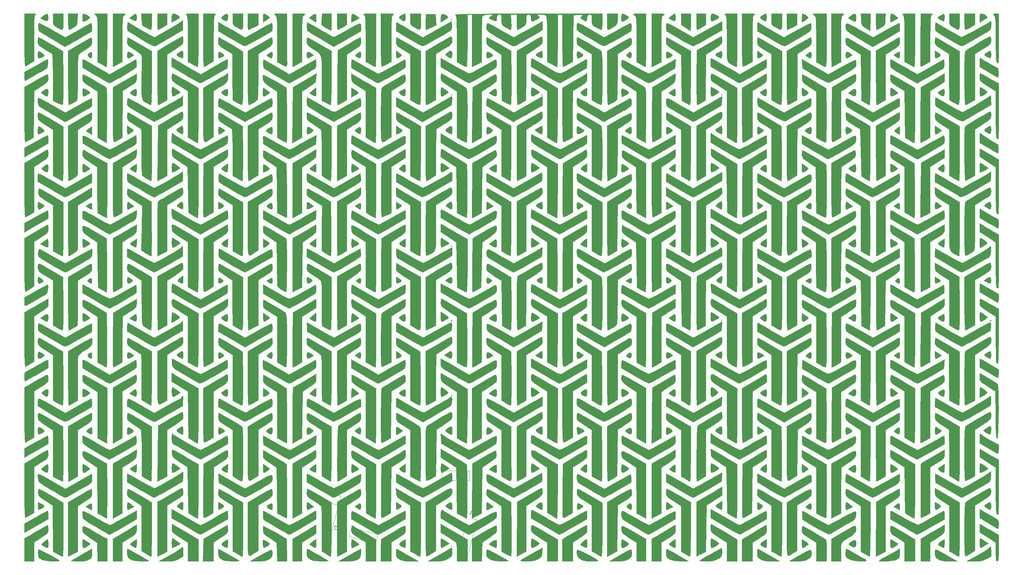
<source format=gbr>
G04 #@! TF.GenerationSoftware,KiCad,Pcbnew,(5.1.4)-1*
G04 #@! TF.CreationDate,2023-02-10T21:16:47-05:00*
G04 #@! TF.ProjectId,ThumbsUp,5468756d-6273-4557-902e-6b696361645f,rev?*
G04 #@! TF.SameCoordinates,Original*
G04 #@! TF.FileFunction,Legend,Top*
G04 #@! TF.FilePolarity,Positive*
%FSLAX46Y46*%
G04 Gerber Fmt 4.6, Leading zero omitted, Abs format (unit mm)*
G04 Created by KiCad (PCBNEW (5.1.4)-1) date 2023-02-10 21:16:47*
%MOMM*%
%LPD*%
G04 APERTURE LIST*
%ADD10C,0.120000*%
%ADD11C,0.010000*%
%ADD12C,0.150000*%
G04 APERTURE END LIST*
D10*
X93348108Y-466368724D02*
X93692337Y-465084042D01*
X93692337Y-465084042D02*
X94977018Y-465428272D01*
X96203744Y-465756972D02*
X103622054Y-467744702D01*
X102933596Y-470314065D02*
X103622054Y-467744702D01*
X95515285Y-468326335D02*
X102933596Y-470314065D01*
X95515285Y-468326335D02*
X96203744Y-465756972D01*
D11*
G36*
X124513158Y-322975789D02*
G01*
X124379474Y-323109473D01*
X124245790Y-322975789D01*
X124379474Y-322842105D01*
X124513158Y-322975789D01*
X124513158Y-322975789D01*
G37*
X124513158Y-322975789D02*
X124379474Y-323109473D01*
X124245790Y-322975789D01*
X124379474Y-322842105D01*
X124513158Y-322975789D01*
G36*
X262933010Y-321464160D02*
G01*
X263003611Y-322015187D01*
X263010000Y-322285087D01*
X262974119Y-323029296D01*
X262789119Y-323310217D01*
X262338965Y-323196416D01*
X261873684Y-322956545D01*
X261350354Y-322637648D01*
X261165105Y-322371070D01*
X261357414Y-322086546D01*
X261966762Y-321713812D01*
X262809474Y-321291035D01*
X262933010Y-321464160D01*
X262933010Y-321464160D01*
G37*
X262933010Y-321464160D02*
X263003611Y-322015187D01*
X263010000Y-322285087D01*
X262974119Y-323029296D01*
X262789119Y-323310217D01*
X262338965Y-323196416D01*
X261873684Y-322956545D01*
X261350354Y-322637648D01*
X261165105Y-322371070D01*
X261357414Y-322086546D01*
X261966762Y-321713812D01*
X262809474Y-321291035D01*
X262933010Y-321464160D01*
G36*
X212934434Y-321475226D02*
G01*
X213006824Y-322068068D01*
X213012105Y-322307368D01*
X212932098Y-323065429D01*
X212657598Y-323346844D01*
X212136884Y-323172841D01*
X211679258Y-322854446D01*
X211257852Y-322473629D01*
X211138484Y-322243510D01*
X211144521Y-322236997D01*
X211661870Y-321860723D01*
X212251543Y-321494509D01*
X212704800Y-321264008D01*
X212804228Y-321237895D01*
X212934434Y-321475226D01*
X212934434Y-321475226D01*
G37*
X212934434Y-321475226D02*
X213006824Y-322068068D01*
X213012105Y-322307368D01*
X212932098Y-323065429D01*
X212657598Y-323346844D01*
X212136884Y-323172841D01*
X211679258Y-322854446D01*
X211257852Y-322473629D01*
X211138484Y-322243510D01*
X211144521Y-322236997D01*
X211661870Y-321860723D01*
X212251543Y-321494509D01*
X212704800Y-321264008D01*
X212804228Y-321237895D01*
X212934434Y-321475226D01*
G36*
X198328829Y-321362603D02*
G01*
X198957115Y-321660034D01*
X199462476Y-322015144D01*
X199643684Y-322288598D01*
X199426444Y-322504767D01*
X198902963Y-322816722D01*
X198265599Y-323127011D01*
X197706711Y-323338180D01*
X197495666Y-323376842D01*
X197333913Y-323139623D01*
X197243951Y-322547028D01*
X197237369Y-322307368D01*
X197281404Y-321608940D01*
X197461484Y-321299966D01*
X197781512Y-321237895D01*
X198328829Y-321362603D01*
X198328829Y-321362603D01*
G37*
X198328829Y-321362603D02*
X198957115Y-321660034D01*
X199462476Y-322015144D01*
X199643684Y-322288598D01*
X199426444Y-322504767D01*
X198902963Y-322816722D01*
X198265599Y-323127011D01*
X197706711Y-323338180D01*
X197495666Y-323376842D01*
X197333913Y-323139623D01*
X197243951Y-322547028D01*
X197237369Y-322307368D01*
X197281404Y-321608940D01*
X197461484Y-321299966D01*
X197781512Y-321237895D01*
X198328829Y-321362603D01*
G36*
X187269801Y-321475675D02*
G01*
X187339636Y-322067952D01*
X187344737Y-322307368D01*
X187310735Y-323028192D01*
X187132259Y-323307381D01*
X186694603Y-323204862D01*
X186155366Y-322928747D01*
X185367048Y-322502062D01*
X186155366Y-321871306D01*
X186716862Y-321460573D01*
X187102152Y-321247503D01*
X187144211Y-321239223D01*
X187269801Y-321475675D01*
X187269801Y-321475675D01*
G37*
X187269801Y-321475675D02*
X187339636Y-322067952D01*
X187344737Y-322307368D01*
X187310735Y-323028192D01*
X187132259Y-323307381D01*
X186694603Y-323204862D01*
X186155366Y-322928747D01*
X185367048Y-322502062D01*
X186155366Y-321871306D01*
X186716862Y-321460573D01*
X187102152Y-321247503D01*
X187144211Y-321239223D01*
X187269801Y-321475675D01*
G36*
X111334434Y-321475226D02*
G01*
X111406824Y-322068068D01*
X111412105Y-322307368D01*
X111332098Y-323065429D01*
X111057598Y-323346844D01*
X110536884Y-323172841D01*
X110079258Y-322854446D01*
X109657852Y-322473629D01*
X109538484Y-322243510D01*
X109544521Y-322236997D01*
X110061870Y-321860723D01*
X110651543Y-321494509D01*
X111104800Y-321264008D01*
X111204228Y-321237895D01*
X111334434Y-321475226D01*
X111334434Y-321475226D01*
G37*
X111334434Y-321475226D02*
X111406824Y-322068068D01*
X111412105Y-322307368D01*
X111332098Y-323065429D01*
X111057598Y-323346844D01*
X110536884Y-323172841D01*
X110079258Y-322854446D01*
X109657852Y-322473629D01*
X109538484Y-322243510D01*
X109544521Y-322236997D01*
X110061870Y-321860723D01*
X110651543Y-321494509D01*
X111104800Y-321264008D01*
X111204228Y-321237895D01*
X111334434Y-321475226D01*
G36*
X61404161Y-321748609D02*
G01*
X61414211Y-322307368D01*
X61350843Y-323035672D01*
X61096267Y-323315812D01*
X60553770Y-323201543D01*
X60144211Y-323013244D01*
X59638309Y-322639867D01*
X59644133Y-322245544D01*
X60167056Y-321789823D01*
X60319148Y-321696594D01*
X60975204Y-321340684D01*
X61297377Y-321335992D01*
X61404161Y-321748609D01*
X61404161Y-321748609D01*
G37*
X61404161Y-321748609D02*
X61414211Y-322307368D01*
X61350843Y-323035672D01*
X61096267Y-323315812D01*
X60553770Y-323201543D01*
X60144211Y-323013244D01*
X59638309Y-322639867D01*
X59644133Y-322245544D01*
X60167056Y-321789823D01*
X60319148Y-321696594D01*
X60975204Y-321340684D01*
X61297377Y-321335992D01*
X61404161Y-321748609D01*
G36*
X35716697Y-321711043D02*
G01*
X35746842Y-322307368D01*
X35712799Y-323028368D01*
X35534184Y-323307462D01*
X35096270Y-323204685D01*
X34558431Y-322929250D01*
X33771073Y-322503068D01*
X34506499Y-321870481D01*
X35164344Y-321375800D01*
X35545661Y-321314876D01*
X35716697Y-321711043D01*
X35716697Y-321711043D01*
G37*
X35716697Y-321711043D02*
X35746842Y-322307368D01*
X35712799Y-323028368D01*
X35534184Y-323307462D01*
X35096270Y-323204685D01*
X34558431Y-322929250D01*
X33771073Y-322503068D01*
X34506499Y-321870481D01*
X35164344Y-321375800D01*
X35545661Y-321314876D01*
X35716697Y-321711043D01*
G36*
X10834625Y-321672245D02*
G01*
X10881579Y-322307368D01*
X10824204Y-323017636D01*
X10589756Y-323309215D01*
X10084749Y-323221773D01*
X9444833Y-322916992D01*
X8676507Y-322513865D01*
X9444833Y-321885495D01*
X10170371Y-321375130D01*
X10616014Y-321298872D01*
X10834625Y-321672245D01*
X10834625Y-321672245D01*
G37*
X10834625Y-321672245D02*
X10881579Y-322307368D01*
X10824204Y-323017636D01*
X10589756Y-323309215D01*
X10084749Y-323221773D01*
X9444833Y-322916992D01*
X8676507Y-322513865D01*
X9444833Y-321885495D01*
X10170371Y-321375130D01*
X10616014Y-321298872D01*
X10834625Y-321672245D01*
G36*
X273996529Y-321369176D02*
G01*
X274513440Y-321679745D01*
X274919885Y-322044693D01*
X275055405Y-322339109D01*
X275017659Y-322396261D01*
X274740790Y-322574735D01*
X274174085Y-322922484D01*
X273905263Y-323084850D01*
X272902632Y-323687823D01*
X272902632Y-322462859D01*
X272930984Y-321710229D01*
X273064143Y-321350372D01*
X273374260Y-321242320D01*
X273529614Y-321237895D01*
X273996529Y-321369176D01*
X273996529Y-321369176D01*
G37*
X273996529Y-321369176D02*
X274513440Y-321679745D01*
X274919885Y-322044693D01*
X275055405Y-322339109D01*
X275017659Y-322396261D01*
X274740790Y-322574735D01*
X274174085Y-322922484D01*
X273905263Y-323084850D01*
X272902632Y-323687823D01*
X272902632Y-322462859D01*
X272930984Y-321710229D01*
X273064143Y-321350372D01*
X273374260Y-321242320D01*
X273529614Y-321237895D01*
X273996529Y-321369176D01*
G36*
X248616369Y-321378008D02*
G01*
X249263016Y-321857840D01*
X249983746Y-322477785D01*
X248995274Y-323060998D01*
X248363663Y-323418863D01*
X247951843Y-323624680D01*
X247888401Y-323644210D01*
X247817761Y-323405019D01*
X247775411Y-322799901D01*
X247770000Y-322441052D01*
X247851249Y-321604838D01*
X248120580Y-321255487D01*
X248616369Y-321378008D01*
X248616369Y-321378008D01*
G37*
X248616369Y-321378008D02*
X249263016Y-321857840D01*
X249983746Y-322477785D01*
X248995274Y-323060998D01*
X248363663Y-323418863D01*
X247951843Y-323624680D01*
X247888401Y-323644210D01*
X247817761Y-323405019D01*
X247775411Y-322799901D01*
X247770000Y-322441052D01*
X247851249Y-321604838D01*
X248120580Y-321255487D01*
X248616369Y-321378008D01*
G36*
X238099551Y-321675648D02*
G01*
X238144737Y-322291589D01*
X238098605Y-322987500D01*
X237983878Y-323413135D01*
X237944211Y-323455856D01*
X237608529Y-323401517D01*
X237021363Y-323129589D01*
X236835624Y-323023127D01*
X235927564Y-322479827D01*
X236701940Y-321860189D01*
X237432209Y-321360400D01*
X237880613Y-321293664D01*
X238099551Y-321675648D01*
X238099551Y-321675648D01*
G37*
X238099551Y-321675648D02*
X238144737Y-322291589D01*
X238098605Y-322987500D01*
X237983878Y-323413135D01*
X237944211Y-323455856D01*
X237608529Y-323401517D01*
X237021363Y-323129589D01*
X236835624Y-323023127D01*
X235927564Y-322479827D01*
X236701940Y-321860189D01*
X237432209Y-321360400D01*
X237880613Y-321293664D01*
X238099551Y-321675648D01*
G36*
X223454805Y-321372967D02*
G01*
X223985715Y-321689965D01*
X224466361Y-322056561D01*
X224706366Y-322340424D01*
X224707466Y-322380235D01*
X224451824Y-322655623D01*
X223913190Y-323055801D01*
X223769115Y-323149437D01*
X222904737Y-323696722D01*
X222904737Y-322467308D01*
X222935759Y-321740491D01*
X223014415Y-321299280D01*
X223064010Y-321237895D01*
X223454805Y-321372967D01*
X223454805Y-321372967D01*
G37*
X223454805Y-321372967D02*
X223985715Y-321689965D01*
X224466361Y-322056561D01*
X224706366Y-322340424D01*
X224707466Y-322380235D01*
X224451824Y-322655623D01*
X223913190Y-323055801D01*
X223769115Y-323149437D01*
X222904737Y-323696722D01*
X222904737Y-322467308D01*
X222935759Y-321740491D01*
X223014415Y-321299280D01*
X223064010Y-321237895D01*
X223454805Y-321372967D01*
G36*
X172820717Y-321364023D02*
G01*
X173401477Y-321662483D01*
X173938914Y-322013392D01*
X174231973Y-322296864D01*
X174243684Y-322338605D01*
X174035824Y-322593143D01*
X173540220Y-322934095D01*
X172948835Y-323254471D01*
X172453634Y-323447282D01*
X172260776Y-323443758D01*
X172132306Y-323070076D01*
X172101847Y-322454026D01*
X172156245Y-321807524D01*
X172282346Y-321342487D01*
X172397695Y-321237895D01*
X172820717Y-321364023D01*
X172820717Y-321364023D01*
G37*
X172820717Y-321364023D02*
X173401477Y-321662483D01*
X173938914Y-322013392D01*
X174231973Y-322296864D01*
X174243684Y-322338605D01*
X174035824Y-322593143D01*
X173540220Y-322934095D01*
X172948835Y-323254471D01*
X172453634Y-323447282D01*
X172260776Y-323443758D01*
X172132306Y-323070076D01*
X172101847Y-322454026D01*
X172156245Y-321807524D01*
X172282346Y-321342487D01*
X172397695Y-321237895D01*
X172820717Y-321364023D01*
G36*
X122206329Y-321408962D02*
G01*
X122553909Y-321556996D01*
X123164844Y-321937333D01*
X123290762Y-322295770D01*
X122923132Y-322702359D01*
X122371972Y-323050615D01*
X121304737Y-323660177D01*
X121304737Y-322598499D01*
X121386535Y-321748639D01*
X121668687Y-321367450D01*
X122206329Y-321408962D01*
X122206329Y-321408962D01*
G37*
X122206329Y-321408962D02*
X122553909Y-321556996D01*
X123164844Y-321937333D01*
X123290762Y-322295770D01*
X122923132Y-322702359D01*
X122371972Y-323050615D01*
X121304737Y-323660177D01*
X121304737Y-322598499D01*
X121386535Y-321748639D01*
X121668687Y-321367450D01*
X122206329Y-321408962D01*
G36*
X96944023Y-321389762D02*
G01*
X97631779Y-321873646D01*
X98423032Y-322506741D01*
X97297569Y-323080910D01*
X96172105Y-323655078D01*
X96172105Y-322446486D01*
X96238212Y-321624863D01*
X96475855Y-321280338D01*
X96944023Y-321389762D01*
X96944023Y-321389762D01*
G37*
X96944023Y-321389762D02*
X97631779Y-321873646D01*
X98423032Y-322506741D01*
X97297569Y-323080910D01*
X96172105Y-323655078D01*
X96172105Y-322446486D01*
X96238212Y-321624863D01*
X96475855Y-321280338D01*
X96944023Y-321389762D01*
G36*
X86246816Y-321745870D02*
G01*
X86279474Y-322441052D01*
X86266234Y-323153315D01*
X86232727Y-323572832D01*
X86212632Y-323622060D01*
X85965569Y-323481720D01*
X85431687Y-323159050D01*
X85238043Y-323040052D01*
X84330297Y-322480194D01*
X85052426Y-321859044D01*
X85701595Y-321372213D01*
X86077231Y-321323820D01*
X86246816Y-321745870D01*
X86246816Y-321745870D01*
G37*
X86246816Y-321745870D02*
X86279474Y-322441052D01*
X86266234Y-323153315D01*
X86232727Y-323572832D01*
X86212632Y-323622060D01*
X85965569Y-323481720D01*
X85431687Y-323159050D01*
X85238043Y-323040052D01*
X84330297Y-322480194D01*
X85052426Y-321859044D01*
X85701595Y-321372213D01*
X86077231Y-321323820D01*
X86246816Y-321745870D01*
G36*
X71827625Y-321369269D02*
G01*
X72366051Y-321676850D01*
X72879451Y-322030823D01*
X73165878Y-322301373D01*
X73178421Y-322338605D01*
X72970015Y-322576567D01*
X72449649Y-322947353D01*
X72242632Y-323074047D01*
X71306842Y-323626176D01*
X71306842Y-322432035D01*
X71338725Y-321717395D01*
X71419323Y-321290799D01*
X71466116Y-321237895D01*
X71827625Y-321369269D01*
X71827625Y-321369269D01*
G37*
X71827625Y-321369269D02*
X72366051Y-321676850D01*
X72879451Y-322030823D01*
X73165878Y-322301373D01*
X73178421Y-322338605D01*
X72970015Y-322576567D01*
X72449649Y-322947353D01*
X72242632Y-323074047D01*
X71306842Y-323626176D01*
X71306842Y-322432035D01*
X71338725Y-321717395D01*
X71419323Y-321290799D01*
X71466116Y-321237895D01*
X71827625Y-321369269D01*
G36*
X46813303Y-321399271D02*
G01*
X47399332Y-321742140D01*
X47763953Y-322087080D01*
X47802084Y-322375276D01*
X47462234Y-322691946D01*
X46692911Y-323122306D01*
X46508421Y-323216608D01*
X45639474Y-323657942D01*
X45639474Y-322447918D01*
X45672339Y-321696192D01*
X45813476Y-321339324D01*
X46126696Y-321239289D01*
X46198881Y-321237895D01*
X46813303Y-321399271D01*
X46813303Y-321399271D01*
G37*
X46813303Y-321399271D02*
X47399332Y-321742140D01*
X47763953Y-322087080D01*
X47802084Y-322375276D01*
X47462234Y-322691946D01*
X46692911Y-323122306D01*
X46508421Y-323216608D01*
X45639474Y-323657942D01*
X45639474Y-322447918D01*
X45672339Y-321696192D01*
X45813476Y-321339324D01*
X46126696Y-321239289D01*
X46198881Y-321237895D01*
X46813303Y-321399271D01*
G36*
X21222823Y-321364023D02*
G01*
X21803582Y-321662483D01*
X22341020Y-322013392D01*
X22634078Y-322296864D01*
X22645790Y-322338605D01*
X22437929Y-322593143D01*
X21942325Y-322934095D01*
X21350940Y-323254471D01*
X20855740Y-323447282D01*
X20662881Y-323443758D01*
X20534411Y-323070076D01*
X20503952Y-322454026D01*
X20558350Y-321807524D01*
X20684451Y-321342487D01*
X20799800Y-321237895D01*
X21222823Y-321364023D01*
X21222823Y-321364023D01*
G37*
X21222823Y-321364023D02*
X21803582Y-321662483D01*
X22341020Y-322013392D01*
X22634078Y-322296864D01*
X22645790Y-322338605D01*
X22437929Y-322593143D01*
X21942325Y-322934095D01*
X21350940Y-323254471D01*
X20855740Y-323447282D01*
X20662881Y-323443758D01*
X20534411Y-323070076D01*
X20503952Y-322454026D01*
X20558350Y-321807524D01*
X20684451Y-321342487D01*
X20799800Y-321237895D01*
X21222823Y-321364023D01*
G36*
X271565790Y-324400598D02*
G01*
X270328956Y-325091878D01*
X269589792Y-325482055D01*
X269036073Y-325732718D01*
X268858429Y-325783158D01*
X268752827Y-325536314D01*
X268672060Y-324877603D01*
X268628750Y-323929753D01*
X268624737Y-323510526D01*
X268624737Y-321237895D01*
X271565790Y-321237895D01*
X271565790Y-324400598D01*
X271565790Y-324400598D01*
G37*
X271565790Y-324400598D02*
X270328956Y-325091878D01*
X269589792Y-325482055D01*
X269036073Y-325732718D01*
X268858429Y-325783158D01*
X268752827Y-325536314D01*
X268672060Y-324877603D01*
X268628750Y-323929753D01*
X268624737Y-323510526D01*
X268624737Y-321237895D01*
X271565790Y-321237895D01*
X271565790Y-324400598D01*
G36*
X267287895Y-323510526D02*
G01*
X267273111Y-324693972D01*
X267183720Y-325401028D01*
X266952165Y-325689994D01*
X266510887Y-325619172D01*
X265792328Y-325246862D01*
X265483158Y-325067960D01*
X264851060Y-324678291D01*
X264511710Y-324331299D01*
X264374042Y-323846996D01*
X264346992Y-323045396D01*
X264346842Y-322822073D01*
X264346842Y-321237895D01*
X267287895Y-321237895D01*
X267287895Y-323510526D01*
X267287895Y-323510526D01*
G37*
X267287895Y-323510526D02*
X267273111Y-324693972D01*
X267183720Y-325401028D01*
X266952165Y-325689994D01*
X266510887Y-325619172D01*
X265792328Y-325246862D01*
X265483158Y-325067960D01*
X264851060Y-324678291D01*
X264511710Y-324331299D01*
X264374042Y-323846996D01*
X264346992Y-323045396D01*
X264346842Y-322822073D01*
X264346842Y-321237895D01*
X267287895Y-321237895D01*
X267287895Y-323510526D01*
G36*
X246379074Y-322869512D02*
G01*
X246318648Y-323777384D01*
X246186433Y-324325859D01*
X245888315Y-324689809D01*
X245330179Y-325044109D01*
X245155981Y-325142144D01*
X244469051Y-325513980D01*
X243996260Y-325745294D01*
X243885981Y-325783158D01*
X243828810Y-325536270D01*
X243785086Y-324877451D01*
X243761643Y-323929462D01*
X243759474Y-323510526D01*
X243759474Y-321237895D01*
X246458674Y-321237895D01*
X246379074Y-322869512D01*
X246379074Y-322869512D01*
G37*
X246379074Y-322869512D02*
X246318648Y-323777384D01*
X246186433Y-324325859D01*
X245888315Y-324689809D01*
X245330179Y-325044109D01*
X245155981Y-325142144D01*
X244469051Y-325513980D01*
X243996260Y-325745294D01*
X243885981Y-325783158D01*
X243828810Y-325536270D01*
X243785086Y-324877451D01*
X243761643Y-323929462D01*
X243759474Y-323510526D01*
X243759474Y-321237895D01*
X246458674Y-321237895D01*
X246379074Y-322869512D01*
G36*
X221567895Y-324437307D02*
G01*
X220239941Y-325110233D01*
X219486700Y-325479965D01*
X218943507Y-325724384D01*
X218769415Y-325783158D01*
X218704983Y-325536275D01*
X218655707Y-324877468D01*
X218629288Y-323929495D01*
X218626842Y-323510526D01*
X218626842Y-321237895D01*
X221567895Y-321237895D01*
X221567895Y-324437307D01*
X221567895Y-324437307D01*
G37*
X221567895Y-324437307D02*
X220239941Y-325110233D01*
X219486700Y-325479965D01*
X218943507Y-325724384D01*
X218769415Y-325783158D01*
X218704983Y-325536275D01*
X218655707Y-324877468D01*
X218629288Y-323929495D01*
X218626842Y-323510526D01*
X218626842Y-321237895D01*
X221567895Y-321237895D01*
X221567895Y-324437307D01*
G36*
X217290000Y-323510526D02*
G01*
X217275216Y-324693972D01*
X217185825Y-325401028D01*
X216954270Y-325689994D01*
X216512992Y-325619172D01*
X215794433Y-325246862D01*
X215485263Y-325067960D01*
X214853165Y-324678291D01*
X214513815Y-324331299D01*
X214376148Y-323846996D01*
X214349097Y-323045396D01*
X214348947Y-322822073D01*
X214348947Y-321237895D01*
X217290000Y-321237895D01*
X217290000Y-323510526D01*
X217290000Y-323510526D01*
G37*
X217290000Y-323510526D02*
X217275216Y-324693972D01*
X217185825Y-325401028D01*
X216954270Y-325689994D01*
X216512992Y-325619172D01*
X215794433Y-325246862D01*
X215485263Y-325067960D01*
X214853165Y-324678291D01*
X214513815Y-324331299D01*
X214376148Y-323846996D01*
X214349097Y-323045396D01*
X214348947Y-322822073D01*
X214348947Y-321237895D01*
X217290000Y-321237895D01*
X217290000Y-323510526D01*
G36*
X195900526Y-324395504D02*
G01*
X194716600Y-325089331D01*
X194014874Y-325484506D01*
X193515991Y-325735783D01*
X193379758Y-325783158D01*
X193310653Y-325536279D01*
X193257802Y-324877480D01*
X193229465Y-323929518D01*
X193226842Y-323510526D01*
X193226842Y-321237895D01*
X195900526Y-321237895D01*
X195900526Y-324395504D01*
X195900526Y-324395504D01*
G37*
X195900526Y-324395504D02*
X194716600Y-325089331D01*
X194014874Y-325484506D01*
X193515991Y-325735783D01*
X193379758Y-325783158D01*
X193310653Y-325536279D01*
X193257802Y-324877480D01*
X193229465Y-323929518D01*
X193226842Y-323510526D01*
X193226842Y-321237895D01*
X195900526Y-321237895D01*
X195900526Y-324395504D01*
G36*
X171035263Y-322666982D02*
G01*
X170963091Y-323696703D01*
X170726309Y-324328301D01*
X170567369Y-324506319D01*
X170075687Y-324859619D01*
X169400326Y-325261438D01*
X168738362Y-325603602D01*
X168286874Y-325777935D01*
X168241172Y-325783158D01*
X168174757Y-325536277D01*
X168123964Y-324877473D01*
X168096731Y-323929504D01*
X168094211Y-323510526D01*
X168094211Y-321237895D01*
X171035263Y-321237895D01*
X171035263Y-322666982D01*
X171035263Y-322666982D01*
G37*
X171035263Y-322666982D02*
X170963091Y-323696703D01*
X170726309Y-324328301D01*
X170567369Y-324506319D01*
X170075687Y-324859619D01*
X169400326Y-325261438D01*
X168738362Y-325603602D01*
X168286874Y-325777935D01*
X168241172Y-325783158D01*
X168174757Y-325536277D01*
X168123964Y-324877473D01*
X168096731Y-323929504D01*
X168094211Y-323510526D01*
X168094211Y-321237895D01*
X171035263Y-321237895D01*
X171035263Y-322666982D01*
G36*
X119914064Y-322897850D02*
G01*
X119993918Y-324424120D01*
X118652953Y-325103639D01*
X117893670Y-325475630D01*
X117341601Y-325722447D01*
X117158602Y-325783158D01*
X117097053Y-325536862D01*
X117066829Y-324880900D01*
X117072200Y-323939655D01*
X117082871Y-323577368D01*
X117160526Y-321371579D01*
X119834211Y-321371579D01*
X119914064Y-322897850D01*
X119914064Y-322897850D01*
G37*
X119914064Y-322897850D02*
X119993918Y-324424120D01*
X118652953Y-325103639D01*
X117893670Y-325475630D01*
X117341601Y-325722447D01*
X117158602Y-325783158D01*
X117097053Y-325536862D01*
X117066829Y-324880900D01*
X117072200Y-323939655D01*
X117082871Y-323577368D01*
X117160526Y-321371579D01*
X119834211Y-321371579D01*
X119914064Y-322897850D01*
G36*
X115690000Y-323510526D02*
G01*
X115675216Y-324693972D01*
X115585825Y-325401028D01*
X115354270Y-325689994D01*
X114912992Y-325619172D01*
X114194433Y-325246862D01*
X113885263Y-325067960D01*
X113253165Y-324678291D01*
X112913815Y-324331299D01*
X112776148Y-323846996D01*
X112749097Y-323045396D01*
X112748947Y-322822073D01*
X112748947Y-321237895D01*
X115690000Y-321237895D01*
X115690000Y-323510526D01*
X115690000Y-323510526D01*
G37*
X115690000Y-323510526D02*
X115675216Y-324693972D01*
X115585825Y-325401028D01*
X115354270Y-325689994D01*
X114912992Y-325619172D01*
X114194433Y-325246862D01*
X113885263Y-325067960D01*
X113253165Y-324678291D01*
X112913815Y-324331299D01*
X112776148Y-323846996D01*
X112749097Y-323045396D01*
X112748947Y-322822073D01*
X112748947Y-321237895D01*
X115690000Y-321237895D01*
X115690000Y-323510526D01*
G36*
X94835263Y-324395504D02*
G01*
X93651337Y-325089331D01*
X92949611Y-325484506D01*
X92450728Y-325735783D01*
X92314495Y-325783158D01*
X92245390Y-325536279D01*
X92192539Y-324877480D01*
X92164202Y-323929518D01*
X92161579Y-323510526D01*
X92161579Y-321237895D01*
X94835263Y-321237895D01*
X94835263Y-324395504D01*
X94835263Y-324395504D01*
G37*
X94835263Y-324395504D02*
X93651337Y-325089331D01*
X92949611Y-325484506D01*
X92450728Y-325735783D01*
X92314495Y-325783158D01*
X92245390Y-325536279D01*
X92192539Y-324877480D01*
X92164202Y-323929518D01*
X92161579Y-323510526D01*
X92161579Y-321237895D01*
X94835263Y-321237895D01*
X94835263Y-324395504D01*
G36*
X69970000Y-324437307D02*
G01*
X68642046Y-325110233D01*
X67888806Y-325479965D01*
X67345612Y-325724384D01*
X67171520Y-325783158D01*
X67107089Y-325536275D01*
X67057812Y-324877468D01*
X67031393Y-323929495D01*
X67028947Y-323510526D01*
X67028947Y-321237895D01*
X69970000Y-321237895D01*
X69970000Y-324437307D01*
X69970000Y-324437307D01*
G37*
X69970000Y-324437307D02*
X68642046Y-325110233D01*
X67888806Y-325479965D01*
X67345612Y-325724384D01*
X67171520Y-325783158D01*
X67107089Y-325536275D01*
X67057812Y-324877468D01*
X67031393Y-323929495D01*
X67028947Y-323510526D01*
X67028947Y-321237895D01*
X69970000Y-321237895D01*
X69970000Y-324437307D01*
G36*
X65692105Y-323510526D02*
G01*
X65677321Y-324693972D01*
X65587931Y-325401028D01*
X65356375Y-325689994D01*
X64915097Y-325619172D01*
X64196538Y-325246862D01*
X63887369Y-325067960D01*
X63255270Y-324678291D01*
X62915920Y-324331299D01*
X62778253Y-323846996D01*
X62751203Y-323045396D01*
X62751053Y-322822073D01*
X62751053Y-321237895D01*
X65692105Y-321237895D01*
X65692105Y-323510526D01*
X65692105Y-323510526D01*
G37*
X65692105Y-323510526D02*
X65677321Y-324693972D01*
X65587931Y-325401028D01*
X65356375Y-325689994D01*
X64915097Y-325619172D01*
X64196538Y-325246862D01*
X63887369Y-325067960D01*
X63255270Y-324678291D01*
X62915920Y-324331299D01*
X62778253Y-323846996D01*
X62751203Y-323045396D01*
X62751053Y-322822073D01*
X62751053Y-321237895D01*
X65692105Y-321237895D01*
X65692105Y-323510526D01*
G36*
X44302632Y-324400598D02*
G01*
X43065798Y-325091878D01*
X42355963Y-325478962D01*
X41862794Y-325729825D01*
X41728956Y-325783158D01*
X41683759Y-325536263D01*
X41649194Y-324877427D01*
X41630662Y-323929417D01*
X41628947Y-323510526D01*
X41628947Y-321237895D01*
X44302632Y-321237895D01*
X44302632Y-324400598D01*
X44302632Y-324400598D01*
G37*
X44302632Y-324400598D02*
X43065798Y-325091878D01*
X42355963Y-325478962D01*
X41862794Y-325729825D01*
X41728956Y-325783158D01*
X41683759Y-325536263D01*
X41649194Y-324877427D01*
X41630662Y-323929417D01*
X41628947Y-323510526D01*
X41628947Y-321237895D01*
X44302632Y-321237895D01*
X44302632Y-324400598D01*
G36*
X40024737Y-323510526D02*
G01*
X40002979Y-324535714D01*
X39944914Y-325317562D01*
X39861352Y-325734177D01*
X39824211Y-325771341D01*
X39483725Y-325650133D01*
X38859740Y-325358356D01*
X38554211Y-325203047D01*
X37889700Y-324849789D01*
X37457198Y-324605830D01*
X37384283Y-324557392D01*
X37314757Y-324264638D01*
X37235637Y-323594132D01*
X37175733Y-322853055D01*
X37067637Y-321237895D01*
X40024737Y-321237895D01*
X40024737Y-323510526D01*
X40024737Y-323510526D01*
G37*
X40024737Y-323510526D02*
X40002979Y-324535714D01*
X39944914Y-325317562D01*
X39861352Y-325734177D01*
X39824211Y-325771341D01*
X39483725Y-325650133D01*
X38859740Y-325358356D01*
X38554211Y-325203047D01*
X37889700Y-324849789D01*
X37457198Y-324605830D01*
X37384283Y-324557392D01*
X37314757Y-324264638D01*
X37235637Y-323594132D01*
X37175733Y-322853055D01*
X37067637Y-321237895D01*
X40024737Y-321237895D01*
X40024737Y-323510526D01*
G36*
X19115916Y-322901682D02*
G01*
X19055637Y-323821968D01*
X18928211Y-324378108D01*
X18647391Y-324740350D01*
X18126929Y-325078944D01*
X17966842Y-325169916D01*
X17285311Y-325533206D01*
X16801695Y-325751206D01*
X16696842Y-325778759D01*
X16606242Y-325533988D01*
X16536943Y-324877009D01*
X16499769Y-323930247D01*
X16496316Y-323510526D01*
X16496316Y-321237895D01*
X19195516Y-321237895D01*
X19115916Y-322901682D01*
X19115916Y-322901682D01*
G37*
X19115916Y-322901682D02*
X19055637Y-323821968D01*
X18928211Y-324378108D01*
X18647391Y-324740350D01*
X18126929Y-325078944D01*
X17966842Y-325169916D01*
X17285311Y-325533206D01*
X16801695Y-325751206D01*
X16696842Y-325778759D01*
X16606242Y-325533988D01*
X16536943Y-324877009D01*
X16499769Y-323930247D01*
X16496316Y-323510526D01*
X16496316Y-321237895D01*
X19195516Y-321237895D01*
X19115916Y-322901682D01*
G36*
X15159474Y-323510526D02*
G01*
X15142228Y-324705614D01*
X15047484Y-325422832D01*
X14810730Y-325718893D01*
X14367458Y-325650506D01*
X13653155Y-325274381D01*
X13354737Y-325097053D01*
X12723217Y-324696619D01*
X12383837Y-324342824D01*
X12245867Y-323854413D01*
X12218581Y-323050133D01*
X12218421Y-322826951D01*
X12218421Y-321237895D01*
X15159474Y-321237895D01*
X15159474Y-323510526D01*
X15159474Y-323510526D01*
G37*
X15159474Y-323510526D02*
X15142228Y-324705614D01*
X15047484Y-325422832D01*
X14810730Y-325718893D01*
X14367458Y-325650506D01*
X13653155Y-325274381D01*
X13354737Y-325097053D01*
X12723217Y-324696619D01*
X12383837Y-324342824D01*
X12245867Y-323854413D01*
X12218581Y-323050133D01*
X12218421Y-322826951D01*
X12218421Y-321237895D01*
X15159474Y-321237895D01*
X15159474Y-323510526D01*
G36*
X242155263Y-323644210D02*
G01*
X242148402Y-324700876D01*
X242130020Y-325516353D01*
X242103423Y-325972712D01*
X242088421Y-326029510D01*
X241842507Y-325891160D01*
X241283320Y-325558707D01*
X240818421Y-325277901D01*
X240158737Y-324855906D01*
X239791835Y-324488404D01*
X239621337Y-323996181D01*
X239550866Y-323200020D01*
X239535663Y-322892602D01*
X239456063Y-321237895D01*
X242155263Y-321237895D01*
X242155263Y-323644210D01*
X242155263Y-323644210D01*
G37*
X242155263Y-323644210D02*
X242148402Y-324700876D01*
X242130020Y-325516353D01*
X242103423Y-325972712D01*
X242088421Y-326029510D01*
X241842507Y-325891160D01*
X241283320Y-325558707D01*
X240818421Y-325277901D01*
X240158737Y-324855906D01*
X239791835Y-324488404D01*
X239621337Y-323996181D01*
X239550866Y-323200020D01*
X239535663Y-322892602D01*
X239456063Y-321237895D01*
X242155263Y-321237895D01*
X242155263Y-323644210D01*
G36*
X191622632Y-323644210D02*
G01*
X191615769Y-324701230D01*
X191597383Y-325517410D01*
X191570781Y-325974663D01*
X191555790Y-326031922D01*
X191312955Y-325890766D01*
X190755628Y-325545666D01*
X190218947Y-325207209D01*
X188948947Y-324401101D01*
X188948947Y-321237895D01*
X191622632Y-321237895D01*
X191622632Y-323644210D01*
X191622632Y-323644210D01*
G37*
X191622632Y-323644210D02*
X191615769Y-324701230D01*
X191597383Y-325517410D01*
X191570781Y-325974663D01*
X191555790Y-326031922D01*
X191312955Y-325890766D01*
X190755628Y-325545666D01*
X190218947Y-325207209D01*
X188948947Y-324401101D01*
X188948947Y-321237895D01*
X191622632Y-321237895D01*
X191622632Y-323644210D01*
G36*
X90557369Y-323644210D02*
G01*
X90550513Y-324699290D01*
X90532148Y-325511618D01*
X90505572Y-325963974D01*
X90490526Y-326018691D01*
X90239857Y-325882423D01*
X89665841Y-325565592D01*
X89156920Y-325283428D01*
X88430289Y-324843360D01*
X87924599Y-324468640D01*
X87786304Y-324310097D01*
X87751302Y-323906860D01*
X87775120Y-323169639D01*
X87817086Y-322639044D01*
X87951718Y-321237895D01*
X90557369Y-321237895D01*
X90557369Y-323644210D01*
X90557369Y-323644210D01*
G37*
X90557369Y-323644210D02*
X90550513Y-324699290D01*
X90532148Y-325511618D01*
X90505572Y-325963974D01*
X90490526Y-326018691D01*
X90239857Y-325882423D01*
X89665841Y-325565592D01*
X89156920Y-325283428D01*
X88430289Y-324843360D01*
X87924599Y-324468640D01*
X87786304Y-324310097D01*
X87751302Y-323906860D01*
X87775120Y-323169639D01*
X87817086Y-322639044D01*
X87951718Y-321237895D01*
X90557369Y-321237895D01*
X90557369Y-323644210D01*
G36*
X276111053Y-324535235D02*
G01*
X276089327Y-325191613D01*
X275955517Y-325634197D01*
X275606674Y-326006154D01*
X274939848Y-326450650D01*
X274573684Y-326673180D01*
X272715163Y-327780393D01*
X271082493Y-328722095D01*
X269725160Y-329471391D01*
X268692648Y-330001389D01*
X268034442Y-330285196D01*
X267851107Y-330326618D01*
X267476595Y-330194073D01*
X266741351Y-329831206D01*
X265739949Y-329288119D01*
X264566967Y-328614913D01*
X264123242Y-328351754D01*
X262923377Y-327626978D01*
X261880735Y-326983991D01*
X261085551Y-326479434D01*
X260628056Y-326169946D01*
X260563462Y-326117251D01*
X260416627Y-325703064D01*
X260374484Y-324995717D01*
X260386010Y-324773282D01*
X260470000Y-323690755D01*
X263945790Y-325695927D01*
X265182141Y-326406464D01*
X266262674Y-327022358D01*
X267098816Y-327493515D01*
X267601996Y-327769840D01*
X267697672Y-327817905D01*
X268035098Y-327734945D01*
X268771155Y-327406543D01*
X269846736Y-326863704D01*
X271202738Y-326137433D01*
X272780056Y-325258736D01*
X274519586Y-324258617D01*
X274841053Y-324070622D01*
X276111053Y-323326030D01*
X276111053Y-324535235D01*
X276111053Y-324535235D01*
G37*
X276111053Y-324535235D02*
X276089327Y-325191613D01*
X275955517Y-325634197D01*
X275606674Y-326006154D01*
X274939848Y-326450650D01*
X274573684Y-326673180D01*
X272715163Y-327780393D01*
X271082493Y-328722095D01*
X269725160Y-329471391D01*
X268692648Y-330001389D01*
X268034442Y-330285196D01*
X267851107Y-330326618D01*
X267476595Y-330194073D01*
X266741351Y-329831206D01*
X265739949Y-329288119D01*
X264566967Y-328614913D01*
X264123242Y-328351754D01*
X262923377Y-327626978D01*
X261880735Y-326983991D01*
X261085551Y-326479434D01*
X260628056Y-326169946D01*
X260563462Y-326117251D01*
X260416627Y-325703064D01*
X260374484Y-324995717D01*
X260386010Y-324773282D01*
X260470000Y-323690755D01*
X263945790Y-325695927D01*
X265182141Y-326406464D01*
X266262674Y-327022358D01*
X267098816Y-327493515D01*
X267601996Y-327769840D01*
X267697672Y-327817905D01*
X268035098Y-327734945D01*
X268771155Y-327406543D01*
X269846736Y-326863704D01*
X271202738Y-326137433D01*
X272780056Y-325258736D01*
X274519586Y-324258617D01*
X274841053Y-324070622D01*
X276111053Y-323326030D01*
X276111053Y-324535235D01*
G36*
X200434064Y-324669415D02*
G01*
X200422339Y-325916842D01*
X196587898Y-328122631D01*
X195271489Y-328862021D01*
X194087742Y-329493525D01*
X193125662Y-329972245D01*
X192474254Y-330253276D01*
X192254886Y-330308577D01*
X191858437Y-330169554D01*
X191100053Y-329800027D01*
X190073481Y-329249306D01*
X188872468Y-328566704D01*
X188280526Y-328218003D01*
X184804737Y-326147272D01*
X184722522Y-325029426D01*
X184733969Y-324244785D01*
X184908687Y-323918186D01*
X184951412Y-323911579D01*
X185281849Y-324037979D01*
X185986327Y-324386321D01*
X186976290Y-324910314D01*
X188163185Y-325563668D01*
X188811762Y-325929481D01*
X192361006Y-327947383D01*
X200445790Y-323421989D01*
X200434064Y-324669415D01*
X200434064Y-324669415D01*
G37*
X200434064Y-324669415D02*
X200422339Y-325916842D01*
X196587898Y-328122631D01*
X195271489Y-328862021D01*
X194087742Y-329493525D01*
X193125662Y-329972245D01*
X192474254Y-330253276D01*
X192254886Y-330308577D01*
X191858437Y-330169554D01*
X191100053Y-329800027D01*
X190073481Y-329249306D01*
X188872468Y-328566704D01*
X188280526Y-328218003D01*
X184804737Y-326147272D01*
X184722522Y-325029426D01*
X184733969Y-324244785D01*
X184908687Y-323918186D01*
X184951412Y-323911579D01*
X185281849Y-324037979D01*
X185986327Y-324386321D01*
X186976290Y-324910314D01*
X188163185Y-325563668D01*
X188811762Y-325929481D01*
X192361006Y-327947383D01*
X200445790Y-323421989D01*
X200434064Y-324669415D01*
G36*
X160027042Y-323907949D02*
G01*
X160692873Y-324222763D01*
X161653665Y-324724131D01*
X162826649Y-325369432D01*
X163622439Y-325822117D01*
X167305404Y-327942742D01*
X168702439Y-327174784D01*
X169596070Y-326678990D01*
X170746263Y-326034592D01*
X171945215Y-325358145D01*
X172295989Y-325159202D01*
X173275347Y-324617033D01*
X174086994Y-324193876D01*
X174614938Y-323948921D01*
X174740930Y-323911579D01*
X174884802Y-324149146D01*
X174952184Y-324746315D01*
X174950730Y-325040595D01*
X174912105Y-326169612D01*
X171302632Y-328244604D01*
X170032666Y-328960630D01*
X168905060Y-329570133D01*
X168009686Y-330026546D01*
X167436417Y-330283304D01*
X167292105Y-330322546D01*
X166884294Y-330194700D01*
X166160249Y-329852820D01*
X165258683Y-329363887D01*
X165019474Y-329225154D01*
X163292658Y-328211411D01*
X161970391Y-327431734D01*
X160999054Y-326844460D01*
X160325030Y-326407926D01*
X159894701Y-326080467D01*
X159654448Y-325820421D01*
X159550653Y-325586125D01*
X159529699Y-325335914D01*
X159537966Y-325028125D01*
X159538421Y-324966156D01*
X159585976Y-324277885D01*
X159703790Y-323859350D01*
X159738947Y-323822315D01*
X160027042Y-323907949D01*
X160027042Y-323907949D01*
G37*
X160027042Y-323907949D02*
X160692873Y-324222763D01*
X161653665Y-324724131D01*
X162826649Y-325369432D01*
X163622439Y-325822117D01*
X167305404Y-327942742D01*
X168702439Y-327174784D01*
X169596070Y-326678990D01*
X170746263Y-326034592D01*
X171945215Y-325358145D01*
X172295989Y-325159202D01*
X173275347Y-324617033D01*
X174086994Y-324193876D01*
X174614938Y-323948921D01*
X174740930Y-323911579D01*
X174884802Y-324149146D01*
X174952184Y-324746315D01*
X174950730Y-325040595D01*
X174912105Y-326169612D01*
X171302632Y-328244604D01*
X170032666Y-328960630D01*
X168905060Y-329570133D01*
X168009686Y-330026546D01*
X167436417Y-330283304D01*
X167292105Y-330322546D01*
X166884294Y-330194700D01*
X166160249Y-329852820D01*
X165258683Y-329363887D01*
X165019474Y-329225154D01*
X163292658Y-328211411D01*
X161970391Y-327431734D01*
X160999054Y-326844460D01*
X160325030Y-326407926D01*
X159894701Y-326080467D01*
X159654448Y-325820421D01*
X159550653Y-325586125D01*
X159529699Y-325335914D01*
X159537966Y-325028125D01*
X159538421Y-324966156D01*
X159585976Y-324277885D01*
X159703790Y-323859350D01*
X159738947Y-323822315D01*
X160027042Y-323907949D01*
G36*
X124464926Y-324525636D02*
G01*
X124463844Y-325314960D01*
X124261037Y-325791350D01*
X123960304Y-326049939D01*
X123223023Y-326522588D01*
X122229262Y-327119676D01*
X121076148Y-327787447D01*
X119860809Y-328472147D01*
X118680371Y-329120022D01*
X117631962Y-329677316D01*
X116812710Y-330090275D01*
X116319741Y-330305143D01*
X116238259Y-330323674D01*
X115872243Y-330192173D01*
X115138764Y-329832972D01*
X114128703Y-329293804D01*
X112932942Y-328622402D01*
X112293036Y-328251568D01*
X108762388Y-326184210D01*
X108750404Y-324898431D01*
X108780266Y-324179105D01*
X108869731Y-323766319D01*
X108938947Y-323723909D01*
X109229374Y-323890613D01*
X109896841Y-324276283D01*
X110855899Y-324831472D01*
X112021098Y-325506730D01*
X112662405Y-325878636D01*
X113889894Y-326586486D01*
X114946624Y-327187993D01*
X115749996Y-327636760D01*
X116217415Y-327886394D01*
X116300387Y-327922105D01*
X116559143Y-327796676D01*
X117204270Y-327449059D01*
X118157794Y-326922256D01*
X119341742Y-326259270D01*
X120397456Y-325662538D01*
X124379474Y-323402972D01*
X124464926Y-324525636D01*
X124464926Y-324525636D01*
G37*
X124464926Y-324525636D02*
X124463844Y-325314960D01*
X124261037Y-325791350D01*
X123960304Y-326049939D01*
X123223023Y-326522588D01*
X122229262Y-327119676D01*
X121076148Y-327787447D01*
X119860809Y-328472147D01*
X118680371Y-329120022D01*
X117631962Y-329677316D01*
X116812710Y-330090275D01*
X116319741Y-330305143D01*
X116238259Y-330323674D01*
X115872243Y-330192173D01*
X115138764Y-329832972D01*
X114128703Y-329293804D01*
X112932942Y-328622402D01*
X112293036Y-328251568D01*
X108762388Y-326184210D01*
X108750404Y-324898431D01*
X108780266Y-324179105D01*
X108869731Y-323766319D01*
X108938947Y-323723909D01*
X109229374Y-323890613D01*
X109896841Y-324276283D01*
X110855899Y-324831472D01*
X112021098Y-325506730D01*
X112662405Y-325878636D01*
X113889894Y-326586486D01*
X114946624Y-327187993D01*
X115749996Y-327636760D01*
X116217415Y-327886394D01*
X116300387Y-327922105D01*
X116559143Y-327796676D01*
X117204270Y-327449059D01*
X118157794Y-326922256D01*
X119341742Y-326259270D01*
X120397456Y-325662538D01*
X124379474Y-323402972D01*
X124464926Y-324525636D01*
G36*
X59609474Y-324130735D02*
G01*
X60423873Y-324613066D01*
X61347844Y-325140787D01*
X61547895Y-325252152D01*
X62321902Y-325687252D01*
X63342278Y-326270242D01*
X64394212Y-326878355D01*
X64440400Y-326905247D01*
X66263432Y-327967062D01*
X69891483Y-325939320D01*
X71154972Y-325241581D01*
X72259434Y-324647554D01*
X73118772Y-324202306D01*
X73646890Y-323950901D01*
X73765403Y-323911579D01*
X73898306Y-324148310D01*
X73942010Y-324743704D01*
X73929057Y-325041990D01*
X73846842Y-326172401D01*
X70237369Y-328245999D01*
X68967340Y-328961423D01*
X67839690Y-329570108D01*
X66944306Y-330025569D01*
X66371074Y-330281320D01*
X66226842Y-330320023D01*
X65865771Y-330190465D01*
X65136691Y-329833158D01*
X64130034Y-329295627D01*
X62936232Y-328625395D01*
X62292223Y-328252331D01*
X58758655Y-326184210D01*
X58749591Y-324892404D01*
X58740526Y-323600597D01*
X59609474Y-324130735D01*
X59609474Y-324130735D01*
G37*
X59609474Y-324130735D02*
X60423873Y-324613066D01*
X61347844Y-325140787D01*
X61547895Y-325252152D01*
X62321902Y-325687252D01*
X63342278Y-326270242D01*
X64394212Y-326878355D01*
X64440400Y-326905247D01*
X66263432Y-327967062D01*
X69891483Y-325939320D01*
X71154972Y-325241581D01*
X72259434Y-324647554D01*
X73118772Y-324202306D01*
X73646890Y-323950901D01*
X73765403Y-323911579D01*
X73898306Y-324148310D01*
X73942010Y-324743704D01*
X73929057Y-325041990D01*
X73846842Y-326172401D01*
X70237369Y-328245999D01*
X68967340Y-328961423D01*
X67839690Y-329570108D01*
X66944306Y-330025569D01*
X66371074Y-330281320D01*
X66226842Y-330320023D01*
X65865771Y-330190465D01*
X65136691Y-329833158D01*
X64130034Y-329295627D01*
X62936232Y-328625395D01*
X62292223Y-328252331D01*
X58758655Y-326184210D01*
X58749591Y-324892404D01*
X58740526Y-323600597D01*
X59609474Y-324130735D01*
G36*
X250384874Y-324149899D02*
G01*
X250436833Y-324749189D01*
X250441570Y-325047895D01*
X250439455Y-326184210D01*
X247433675Y-327911219D01*
X246220396Y-328608319D01*
X245104802Y-329249283D01*
X244206578Y-329765347D01*
X243645407Y-330087749D01*
X243625790Y-330099019D01*
X242823684Y-330559810D01*
X239080526Y-328353740D01*
X237681787Y-327523092D01*
X236679213Y-326903602D01*
X236004957Y-326440652D01*
X235591170Y-326079626D01*
X235370006Y-325765908D01*
X235273617Y-325444879D01*
X235251688Y-325271540D01*
X235209474Y-324643991D01*
X235266638Y-324236841D01*
X235483266Y-324058470D01*
X235919444Y-324117255D01*
X236635257Y-324421574D01*
X237690792Y-324979806D01*
X239146133Y-325800330D01*
X239179240Y-325819193D01*
X242920701Y-327951202D01*
X246532162Y-325931390D01*
X247784033Y-325236395D01*
X248867392Y-324644701D01*
X249698647Y-324201193D01*
X250194206Y-323950760D01*
X250293653Y-323911579D01*
X250384874Y-324149899D01*
X250384874Y-324149899D01*
G37*
X250384874Y-324149899D02*
X250436833Y-324749189D01*
X250441570Y-325047895D01*
X250439455Y-326184210D01*
X247433675Y-327911219D01*
X246220396Y-328608319D01*
X245104802Y-329249283D01*
X244206578Y-329765347D01*
X243645407Y-330087749D01*
X243625790Y-330099019D01*
X242823684Y-330559810D01*
X239080526Y-328353740D01*
X237681787Y-327523092D01*
X236679213Y-326903602D01*
X236004957Y-326440652D01*
X235591170Y-326079626D01*
X235370006Y-325765908D01*
X235273617Y-325444879D01*
X235251688Y-325271540D01*
X235209474Y-324643991D01*
X235266638Y-324236841D01*
X235483266Y-324058470D01*
X235919444Y-324117255D01*
X236635257Y-324421574D01*
X237690792Y-324979806D01*
X239146133Y-325800330D01*
X239179240Y-325819193D01*
X242920701Y-327951202D01*
X246532162Y-325931390D01*
X247784033Y-325236395D01*
X248867392Y-324644701D01*
X249698647Y-324201193D01*
X250194206Y-323950760D01*
X250293653Y-323911579D01*
X250384874Y-324149899D01*
G36*
X210829244Y-323896528D02*
G01*
X211497210Y-324283267D01*
X212457771Y-324839467D01*
X213625853Y-325515868D01*
X214294725Y-325903206D01*
X217849976Y-327962044D01*
X221379988Y-326003653D01*
X222638215Y-325312286D01*
X223746677Y-324715714D01*
X224614195Y-324262056D01*
X225149590Y-323999431D01*
X225260697Y-323955641D01*
X225481675Y-324051421D01*
X225548650Y-324546834D01*
X225528065Y-325004933D01*
X225466291Y-325565834D01*
X225315987Y-325976303D01*
X224982339Y-326341795D01*
X224370532Y-326767768D01*
X223439474Y-327327962D01*
X222285713Y-328001930D01*
X221086932Y-328690456D01*
X220078320Y-329258616D01*
X219963684Y-329321971D01*
X219143333Y-329784000D01*
X218497339Y-330166337D01*
X218206860Y-330356801D01*
X217871330Y-330310765D01*
X217138950Y-330002677D01*
X216063366Y-329458573D01*
X214698227Y-328704489D01*
X214139936Y-328382974D01*
X210359312Y-326184210D01*
X210348866Y-324898431D01*
X210379589Y-324180163D01*
X210469552Y-323769466D01*
X210538947Y-323728510D01*
X210829244Y-323896528D01*
X210829244Y-323896528D01*
G37*
X210829244Y-323896528D02*
X211497210Y-324283267D01*
X212457771Y-324839467D01*
X213625853Y-325515868D01*
X214294725Y-325903206D01*
X217849976Y-327962044D01*
X221379988Y-326003653D01*
X222638215Y-325312286D01*
X223746677Y-324715714D01*
X224614195Y-324262056D01*
X225149590Y-323999431D01*
X225260697Y-323955641D01*
X225481675Y-324051421D01*
X225548650Y-324546834D01*
X225528065Y-325004933D01*
X225466291Y-325565834D01*
X225315987Y-325976303D01*
X224982339Y-326341795D01*
X224370532Y-326767768D01*
X223439474Y-327327962D01*
X222285713Y-328001930D01*
X221086932Y-328690456D01*
X220078320Y-329258616D01*
X219963684Y-329321971D01*
X219143333Y-329784000D01*
X218497339Y-330166337D01*
X218206860Y-330356801D01*
X217871330Y-330310765D01*
X217138950Y-330002677D01*
X216063366Y-329458573D01*
X214698227Y-328704489D01*
X214139936Y-328382974D01*
X210359312Y-326184210D01*
X210348866Y-324898431D01*
X210379589Y-324180163D01*
X210469552Y-323769466D01*
X210538947Y-323728510D01*
X210829244Y-323896528D01*
G36*
X149911468Y-324661360D02*
G01*
X149914142Y-325169975D01*
X149876305Y-325544662D01*
X149726750Y-325853436D01*
X149394271Y-326164313D01*
X148807662Y-326545310D01*
X147895716Y-327064444D01*
X146704737Y-327724428D01*
X145733784Y-328274831D01*
X144794748Y-328825072D01*
X144298421Y-329127204D01*
X143206255Y-329797798D01*
X142445836Y-330202337D01*
X141900800Y-330366549D01*
X141454779Y-330316163D01*
X140991408Y-330076906D01*
X140744114Y-329913042D01*
X140128113Y-329513725D01*
X139716138Y-329282240D01*
X139646094Y-329258947D01*
X139377419Y-329128671D01*
X138747535Y-328774307D01*
X137851550Y-328250552D01*
X136824541Y-327636256D01*
X135682102Y-326940610D01*
X134920541Y-326443915D01*
X134462624Y-326069297D01*
X134231119Y-325739880D01*
X134148795Y-325378791D01*
X134138421Y-324962572D01*
X134206870Y-324279517D01*
X134381894Y-323928714D01*
X134438567Y-323911579D01*
X134765092Y-324037247D01*
X135467187Y-324383709D01*
X136456888Y-324905148D01*
X137646229Y-325555752D01*
X138322317Y-325934379D01*
X141905922Y-327957179D01*
X142767961Y-327437619D01*
X143486836Y-327017260D01*
X144429778Y-326482219D01*
X145100526Y-326109457D01*
X146150235Y-325527767D01*
X147362394Y-324849612D01*
X148242105Y-324353367D01*
X149913158Y-323405878D01*
X149911468Y-324661360D01*
X149911468Y-324661360D01*
G37*
X149911468Y-324661360D02*
X149914142Y-325169975D01*
X149876305Y-325544662D01*
X149726750Y-325853436D01*
X149394271Y-326164313D01*
X148807662Y-326545310D01*
X147895716Y-327064444D01*
X146704737Y-327724428D01*
X145733784Y-328274831D01*
X144794748Y-328825072D01*
X144298421Y-329127204D01*
X143206255Y-329797798D01*
X142445836Y-330202337D01*
X141900800Y-330366549D01*
X141454779Y-330316163D01*
X140991408Y-330076906D01*
X140744114Y-329913042D01*
X140128113Y-329513725D01*
X139716138Y-329282240D01*
X139646094Y-329258947D01*
X139377419Y-329128671D01*
X138747535Y-328774307D01*
X137851550Y-328250552D01*
X136824541Y-327636256D01*
X135682102Y-326940610D01*
X134920541Y-326443915D01*
X134462624Y-326069297D01*
X134231119Y-325739880D01*
X134148795Y-325378791D01*
X134138421Y-324962572D01*
X134206870Y-324279517D01*
X134381894Y-323928714D01*
X134438567Y-323911579D01*
X134765092Y-324037247D01*
X135467187Y-324383709D01*
X136456888Y-324905148D01*
X137646229Y-325555752D01*
X138322317Y-325934379D01*
X141905922Y-327957179D01*
X142767961Y-327437619D01*
X143486836Y-327017260D01*
X144429778Y-326482219D01*
X145100526Y-326109457D01*
X146150235Y-325527767D01*
X147362394Y-324849612D01*
X148242105Y-324353367D01*
X149913158Y-323405878D01*
X149911468Y-324661360D01*
G36*
X85878421Y-324874712D02*
G01*
X86984892Y-325507153D01*
X88056970Y-326117695D01*
X88909834Y-326601151D01*
X89107912Y-326712761D01*
X89892331Y-327160641D01*
X90558129Y-327552449D01*
X90723852Y-327653782D01*
X90986186Y-327754624D01*
X91337280Y-327729856D01*
X91857475Y-327547058D01*
X92627114Y-327173805D01*
X93726538Y-326577677D01*
X94584476Y-326095820D01*
X96093940Y-325241799D01*
X97197953Y-324629398D01*
X97959675Y-324242657D01*
X98442263Y-324065612D01*
X98708877Y-324082301D01*
X98822676Y-324276762D01*
X98846817Y-324633033D01*
X98844025Y-325019289D01*
X98842261Y-326184210D01*
X96510500Y-327521052D01*
X95306417Y-328211257D01*
X94081273Y-328913339D01*
X93035872Y-329512233D01*
X92702264Y-329703280D01*
X91225790Y-330548666D01*
X87637455Y-328441051D01*
X86385211Y-327699467D01*
X85291691Y-327040429D01*
X84442569Y-326516462D01*
X83923519Y-326180095D01*
X83810307Y-326094623D01*
X83678886Y-325697082D01*
X83642973Y-324997230D01*
X83655484Y-324752689D01*
X83739474Y-323649569D01*
X85878421Y-324874712D01*
X85878421Y-324874712D01*
G37*
X85878421Y-324874712D02*
X86984892Y-325507153D01*
X88056970Y-326117695D01*
X88909834Y-326601151D01*
X89107912Y-326712761D01*
X89892331Y-327160641D01*
X90558129Y-327552449D01*
X90723852Y-327653782D01*
X90986186Y-327754624D01*
X91337280Y-327729856D01*
X91857475Y-327547058D01*
X92627114Y-327173805D01*
X93726538Y-326577677D01*
X94584476Y-326095820D01*
X96093940Y-325241799D01*
X97197953Y-324629398D01*
X97959675Y-324242657D01*
X98442263Y-324065612D01*
X98708877Y-324082301D01*
X98822676Y-324276762D01*
X98846817Y-324633033D01*
X98844025Y-325019289D01*
X98842261Y-326184210D01*
X96510500Y-327521052D01*
X95306417Y-328211257D01*
X94081273Y-328913339D01*
X93035872Y-329512233D01*
X92702264Y-329703280D01*
X91225790Y-330548666D01*
X87637455Y-328441051D01*
X86385211Y-327699467D01*
X85291691Y-327040429D01*
X84442569Y-326516462D01*
X83923519Y-326180095D01*
X83810307Y-326094623D01*
X83678886Y-325697082D01*
X83642973Y-324997230D01*
X83655484Y-324752689D01*
X83739474Y-323649569D01*
X85878421Y-324874712D01*
G36*
X48736550Y-323142155D02*
G01*
X48763841Y-323589838D01*
X48757828Y-324298805D01*
X48714211Y-325889189D01*
X45372105Y-327851121D01*
X44118316Y-328585113D01*
X42977533Y-329249230D01*
X42054378Y-329782832D01*
X41453471Y-330125278D01*
X41345369Y-330185105D01*
X41061199Y-330311625D01*
X40758337Y-330341361D01*
X40356395Y-330241311D01*
X39774983Y-329978472D01*
X38933712Y-329519843D01*
X37752193Y-328832420D01*
X37075505Y-328432188D01*
X35826593Y-327686303D01*
X34737170Y-327025004D01*
X33892232Y-326500720D01*
X33376777Y-326165879D01*
X33264567Y-326081514D01*
X33141758Y-325693239D01*
X33109832Y-324998329D01*
X33122852Y-324745603D01*
X33206842Y-323635398D01*
X36014211Y-325266165D01*
X37215350Y-325958574D01*
X38347195Y-326601611D01*
X39274141Y-327118784D01*
X39817201Y-327411377D01*
X40812823Y-327925821D01*
X44686015Y-325738568D01*
X45986497Y-324983798D01*
X47115992Y-324289607D01*
X47993826Y-323708684D01*
X48539323Y-323293719D01*
X48680327Y-323129867D01*
X48736550Y-323142155D01*
X48736550Y-323142155D01*
G37*
X48736550Y-323142155D02*
X48763841Y-323589838D01*
X48757828Y-324298805D01*
X48714211Y-325889189D01*
X45372105Y-327851121D01*
X44118316Y-328585113D01*
X42977533Y-329249230D01*
X42054378Y-329782832D01*
X41453471Y-330125278D01*
X41345369Y-330185105D01*
X41061199Y-330311625D01*
X40758337Y-330341361D01*
X40356395Y-330241311D01*
X39774983Y-329978472D01*
X38933712Y-329519843D01*
X37752193Y-328832420D01*
X37075505Y-328432188D01*
X35826593Y-327686303D01*
X34737170Y-327025004D01*
X33892232Y-326500720D01*
X33376777Y-326165879D01*
X33264567Y-326081514D01*
X33141758Y-325693239D01*
X33109832Y-324998329D01*
X33122852Y-324745603D01*
X33206842Y-323635398D01*
X36014211Y-325266165D01*
X37215350Y-325958574D01*
X38347195Y-326601611D01*
X39274141Y-327118784D01*
X39817201Y-327411377D01*
X40812823Y-327925821D01*
X44686015Y-325738568D01*
X45986497Y-324983798D01*
X47115992Y-324289607D01*
X47993826Y-323708684D01*
X48539323Y-323293719D01*
X48680327Y-323129867D01*
X48736550Y-323142155D01*
G36*
X8592583Y-323989579D02*
G01*
X9265891Y-324329092D01*
X10230681Y-324848465D01*
X11402007Y-325502458D01*
X12100885Y-325901644D01*
X15684582Y-327964543D01*
X19274709Y-325938061D01*
X20522127Y-325239434D01*
X21602112Y-324644966D01*
X22430861Y-324199969D01*
X22924569Y-323949755D01*
X23022682Y-323911579D01*
X23118440Y-324150150D01*
X23174482Y-324751170D01*
X23180526Y-325067417D01*
X23180526Y-326223256D01*
X20440000Y-327792264D01*
X19236920Y-328478883D01*
X18092319Y-329128315D01*
X17149973Y-329659193D01*
X16630000Y-329948438D01*
X15560526Y-330535604D01*
X12485790Y-328698984D01*
X11282579Y-327981024D01*
X10191741Y-327331487D01*
X9323315Y-326815802D01*
X8787344Y-326499400D01*
X8742632Y-326473293D01*
X8287222Y-326089935D01*
X8098776Y-325522183D01*
X8074211Y-324997901D01*
X8122983Y-324311763D01*
X8244927Y-323912500D01*
X8295699Y-323875162D01*
X8592583Y-323989579D01*
X8592583Y-323989579D01*
G37*
X8592583Y-323989579D02*
X9265891Y-324329092D01*
X10230681Y-324848465D01*
X11402007Y-325502458D01*
X12100885Y-325901644D01*
X15684582Y-327964543D01*
X19274709Y-325938061D01*
X20522127Y-325239434D01*
X21602112Y-324644966D01*
X22430861Y-324199969D01*
X22924569Y-323949755D01*
X23022682Y-323911579D01*
X23118440Y-324150150D01*
X23174482Y-324751170D01*
X23180526Y-325067417D01*
X23180526Y-326223256D01*
X20440000Y-327792264D01*
X19236920Y-328478883D01*
X18092319Y-329128315D01*
X17149973Y-329659193D01*
X16630000Y-329948438D01*
X15560526Y-330535604D01*
X12485790Y-328698984D01*
X11282579Y-327981024D01*
X10191741Y-327331487D01*
X9323315Y-326815802D01*
X8787344Y-326499400D01*
X8742632Y-326473293D01*
X8287222Y-326089935D01*
X8098776Y-325522183D01*
X8074211Y-324997901D01*
X8122983Y-324311763D01*
X8244927Y-323912500D01*
X8295699Y-323875162D01*
X8592583Y-323989579D01*
G36*
X276101004Y-332175977D02*
G01*
X276111053Y-332734737D01*
X276074682Y-333465456D01*
X275888311Y-333739120D01*
X275436046Y-333621937D01*
X274974737Y-333383914D01*
X274398847Y-333003932D01*
X274311302Y-332681514D01*
X274715587Y-332310169D01*
X275015990Y-332123962D01*
X275672046Y-331768052D01*
X275994219Y-331763360D01*
X276101004Y-332175977D01*
X276101004Y-332175977D01*
G37*
X276101004Y-332175977D02*
X276111053Y-332734737D01*
X276074682Y-333465456D01*
X275888311Y-333739120D01*
X275436046Y-333621937D01*
X274974737Y-333383914D01*
X274398847Y-333003932D01*
X274311302Y-332681514D01*
X274715587Y-332310169D01*
X275015990Y-332123962D01*
X275672046Y-331768052D01*
X275994219Y-331763360D01*
X276101004Y-332175977D01*
G36*
X261136731Y-332145593D02*
G01*
X261769900Y-332612286D01*
X261880253Y-333015434D01*
X261470835Y-333388500D01*
X261259525Y-333493925D01*
X260685107Y-333734787D01*
X260418069Y-333694631D01*
X260340683Y-333278232D01*
X260336316Y-332747172D01*
X260336316Y-331690134D01*
X261136731Y-332145593D01*
X261136731Y-332145593D01*
G37*
X261136731Y-332145593D02*
X261769900Y-332612286D01*
X261880253Y-333015434D01*
X261470835Y-333388500D01*
X261259525Y-333493925D01*
X260685107Y-333734787D01*
X260418069Y-333694631D01*
X260340683Y-333278232D01*
X260336316Y-332747172D01*
X260336316Y-331690134D01*
X261136731Y-332145593D01*
G36*
X250443684Y-332861555D02*
G01*
X250377754Y-333552291D01*
X250134337Y-333765828D01*
X249644998Y-333529860D01*
X249350410Y-333303964D01*
X248732633Y-332803718D01*
X249588158Y-332361309D01*
X250443684Y-331918899D01*
X250443684Y-332861555D01*
X250443684Y-332861555D01*
G37*
X250443684Y-332861555D02*
X250377754Y-333552291D01*
X250134337Y-333765828D01*
X249644998Y-333529860D01*
X249350410Y-333303964D01*
X248732633Y-332803718D01*
X249588158Y-332361309D01*
X250443684Y-331918899D01*
X250443684Y-332861555D01*
G36*
X236172513Y-332193671D02*
G01*
X236498474Y-332426320D01*
X237124843Y-332908119D01*
X236441039Y-333356165D01*
X235752986Y-333730596D01*
X235370180Y-333699615D01*
X235217416Y-333233577D01*
X235203684Y-332868421D01*
X235298101Y-332180535D01*
X235607813Y-331960135D01*
X236172513Y-332193671D01*
X236172513Y-332193671D01*
G37*
X236172513Y-332193671D02*
X236498474Y-332426320D01*
X237124843Y-332908119D01*
X236441039Y-333356165D01*
X235752986Y-333730596D01*
X235370180Y-333699615D01*
X235217416Y-333233577D01*
X235203684Y-332868421D01*
X235298101Y-332180535D01*
X235607813Y-331960135D01*
X236172513Y-332193671D01*
G36*
X225567289Y-332462031D02*
G01*
X225578421Y-332868421D01*
X225478674Y-333562781D01*
X225158099Y-333779232D01*
X224584696Y-333531415D01*
X224375263Y-333381284D01*
X224030384Y-333081052D01*
X224055461Y-332844915D01*
X224477916Y-332483881D01*
X224508947Y-332459943D01*
X225125062Y-332041423D01*
X225448059Y-332030743D01*
X225567289Y-332462031D01*
X225567289Y-332462031D01*
G37*
X225567289Y-332462031D02*
X225578421Y-332868421D01*
X225478674Y-333562781D01*
X225158099Y-333779232D01*
X224584696Y-333531415D01*
X224375263Y-333381284D01*
X224030384Y-333081052D01*
X224055461Y-332844915D01*
X224477916Y-332483881D01*
X224508947Y-332459943D01*
X225125062Y-332041423D01*
X225448059Y-332030743D01*
X225567289Y-332462031D01*
G36*
X211140526Y-332200000D02*
G01*
X211747397Y-332693258D01*
X211889038Y-333039279D01*
X211574743Y-333337349D01*
X211261630Y-333493925D01*
X210692315Y-333733149D01*
X210424087Y-333696828D01*
X210343654Y-333289564D01*
X210338421Y-332716530D01*
X210338421Y-331628850D01*
X211140526Y-332200000D01*
X211140526Y-332200000D01*
G37*
X211140526Y-332200000D02*
X211747397Y-332693258D01*
X211889038Y-333039279D01*
X211574743Y-333337349D01*
X211261630Y-333493925D01*
X210692315Y-333733149D01*
X210424087Y-333696828D01*
X210343654Y-333289564D01*
X210338421Y-332716530D01*
X210338421Y-331628850D01*
X211140526Y-332200000D01*
G36*
X200368799Y-331891529D02*
G01*
X200439401Y-332442556D01*
X200445790Y-332712456D01*
X200409909Y-333456664D01*
X200224909Y-333737585D01*
X199774755Y-333623784D01*
X199309474Y-333383914D01*
X198786144Y-333065017D01*
X198600894Y-332798438D01*
X198793204Y-332513914D01*
X199402551Y-332141180D01*
X200245263Y-331718403D01*
X200368799Y-331891529D01*
X200368799Y-331891529D01*
G37*
X200368799Y-331891529D02*
X200439401Y-332442556D01*
X200445790Y-332712456D01*
X200409909Y-333456664D01*
X200224909Y-333737585D01*
X199774755Y-333623784D01*
X199309474Y-333383914D01*
X198786144Y-333065017D01*
X198600894Y-332798438D01*
X198793204Y-332513914D01*
X199402551Y-332141180D01*
X200245263Y-331718403D01*
X200368799Y-331891529D01*
G36*
X185562634Y-332166337D02*
G01*
X185883618Y-332364434D01*
X186413816Y-332776112D01*
X186453847Y-333076910D01*
X185996791Y-333384894D01*
X185818821Y-333470000D01*
X185132809Y-333744434D01*
X184792604Y-333691732D01*
X184679517Y-333249685D01*
X184671053Y-332868421D01*
X184745463Y-332190801D01*
X185018002Y-331967020D01*
X185562634Y-332166337D01*
X185562634Y-332166337D01*
G37*
X185562634Y-332166337D02*
X185883618Y-332364434D01*
X186413816Y-332776112D01*
X186453847Y-333076910D01*
X185996791Y-333384894D01*
X185818821Y-333470000D01*
X185132809Y-333744434D01*
X184792604Y-333691732D01*
X184679517Y-333249685D01*
X184671053Y-332868421D01*
X184745463Y-332190801D01*
X185018002Y-331967020D01*
X185562634Y-332166337D01*
G36*
X174842419Y-332033379D02*
G01*
X174971862Y-332498800D01*
X174994326Y-332868421D01*
X174924266Y-333561576D01*
X174624303Y-333780457D01*
X174065170Y-333537996D01*
X173842632Y-333377318D01*
X173492855Y-333070667D01*
X173516904Y-332829292D01*
X173935617Y-332452882D01*
X173939094Y-332450032D01*
X174528633Y-332029204D01*
X174842419Y-332033379D01*
X174842419Y-332033379D01*
G37*
X174842419Y-332033379D02*
X174971862Y-332498800D01*
X174994326Y-332868421D01*
X174924266Y-333561576D01*
X174624303Y-333780457D01*
X174065170Y-333537996D01*
X173842632Y-333377318D01*
X173492855Y-333070667D01*
X173516904Y-332829292D01*
X173935617Y-332452882D01*
X173939094Y-332450032D01*
X174528633Y-332029204D01*
X174842419Y-332033379D01*
G36*
X160267156Y-331978692D02*
G01*
X160626666Y-332213366D01*
X161224521Y-332702281D01*
X161354418Y-333047045D01*
X161024318Y-333347309D01*
X160728999Y-333493925D01*
X160057223Y-333753150D01*
X159725177Y-333686562D01*
X159608897Y-333234677D01*
X159595511Y-332950035D01*
X159629082Y-332162838D01*
X159831653Y-331854282D01*
X160267156Y-331978692D01*
X160267156Y-331978692D01*
G37*
X160267156Y-331978692D02*
X160626666Y-332213366D01*
X161224521Y-332702281D01*
X161354418Y-333047045D01*
X161024318Y-333347309D01*
X160728999Y-333493925D01*
X160057223Y-333753150D01*
X159725177Y-333686562D01*
X159608897Y-333234677D01*
X159595511Y-332950035D01*
X159629082Y-332162838D01*
X159831653Y-331854282D01*
X160267156Y-331978692D01*
G36*
X149836168Y-331891529D02*
G01*
X149906769Y-332442556D01*
X149913158Y-332712456D01*
X149877277Y-333456664D01*
X149692277Y-333737585D01*
X149242123Y-333623784D01*
X148776842Y-333383914D01*
X148253512Y-333065017D01*
X148068263Y-332798438D01*
X148260572Y-332513914D01*
X148869920Y-332141180D01*
X149712632Y-331718403D01*
X149836168Y-331891529D01*
X149836168Y-331891529D01*
G37*
X149836168Y-331891529D02*
X149906769Y-332442556D01*
X149913158Y-332712456D01*
X149877277Y-333456664D01*
X149692277Y-333737585D01*
X149242123Y-333623784D01*
X148776842Y-333383914D01*
X148253512Y-333065017D01*
X148068263Y-332798438D01*
X148260572Y-332513914D01*
X148869920Y-332141180D01*
X149712632Y-331718403D01*
X149836168Y-331891529D01*
G36*
X135030003Y-332166337D02*
G01*
X135350986Y-332364434D01*
X135881184Y-332776112D01*
X135921215Y-333076910D01*
X135464160Y-333384894D01*
X135286189Y-333470000D01*
X134600177Y-333744434D01*
X134259972Y-333691732D01*
X134146886Y-333249685D01*
X134138421Y-332868421D01*
X134212831Y-332190801D01*
X134485371Y-331967020D01*
X135030003Y-332166337D01*
X135030003Y-332166337D01*
G37*
X135030003Y-332166337D02*
X135350986Y-332364434D01*
X135881184Y-332776112D01*
X135921215Y-333076910D01*
X135464160Y-333384894D01*
X135286189Y-333470000D01*
X134600177Y-333744434D01*
X134259972Y-333691732D01*
X134146886Y-333249685D01*
X134138421Y-332868421D01*
X134212831Y-332190801D01*
X134485371Y-331967020D01*
X135030003Y-332166337D01*
G36*
X124482004Y-332199521D02*
G01*
X124513158Y-332734737D01*
X124432831Y-333493435D01*
X124157626Y-333774605D01*
X123636207Y-333599566D01*
X123185822Y-333285971D01*
X122526906Y-332779623D01*
X123185822Y-332231338D01*
X123867845Y-331762093D01*
X124285017Y-331745841D01*
X124482004Y-332199521D01*
X124482004Y-332199521D01*
G37*
X124482004Y-332199521D02*
X124513158Y-332734737D01*
X124432831Y-333493435D01*
X124157626Y-333774605D01*
X123636207Y-333599566D01*
X123185822Y-333285971D01*
X122526906Y-332779623D01*
X123185822Y-332231338D01*
X123867845Y-331762093D01*
X124285017Y-331745841D01*
X124482004Y-332199521D01*
G36*
X109540526Y-332200000D02*
G01*
X110147397Y-332693258D01*
X110289038Y-333039279D01*
X109974743Y-333337349D01*
X109661630Y-333493925D01*
X109092315Y-333733149D01*
X108824087Y-333696828D01*
X108743654Y-333289564D01*
X108738421Y-332716530D01*
X108738421Y-331628850D01*
X109540526Y-332200000D01*
X109540526Y-332200000D01*
G37*
X109540526Y-332200000D02*
X110147397Y-332693258D01*
X110289038Y-333039279D01*
X109974743Y-333337349D01*
X109661630Y-333493925D01*
X109092315Y-333733149D01*
X108824087Y-333696828D01*
X108743654Y-333289564D01*
X108738421Y-332716530D01*
X108738421Y-331628850D01*
X109540526Y-332200000D01*
G36*
X98762941Y-332044578D02*
G01*
X98841956Y-332512464D01*
X98845790Y-332868421D01*
X98802817Y-333530658D01*
X98589813Y-333745445D01*
X98080652Y-333589450D01*
X97843158Y-333477889D01*
X97345418Y-333155290D01*
X97333030Y-332836039D01*
X97810950Y-332424078D01*
X97900593Y-332364434D01*
X98489017Y-332016490D01*
X98762941Y-332044578D01*
X98762941Y-332044578D01*
G37*
X98762941Y-332044578D02*
X98841956Y-332512464D01*
X98845790Y-332868421D01*
X98802817Y-333530658D01*
X98589813Y-333745445D01*
X98080652Y-333589450D01*
X97843158Y-333477889D01*
X97345418Y-333155290D01*
X97333030Y-332836039D01*
X97810950Y-332424078D01*
X97900593Y-332364434D01*
X98489017Y-332016490D01*
X98762941Y-332044578D01*
G36*
X84574618Y-332193671D02*
G01*
X84900579Y-332426320D01*
X85526948Y-332908119D01*
X84843144Y-333356165D01*
X84155092Y-333730596D01*
X83772285Y-333699615D01*
X83619521Y-333233577D01*
X83605790Y-332868421D01*
X83700206Y-332180535D01*
X84009919Y-331960135D01*
X84574618Y-332193671D01*
X84574618Y-332193671D01*
G37*
X84574618Y-332193671D02*
X84900579Y-332426320D01*
X85526948Y-332908119D01*
X84843144Y-333356165D01*
X84155092Y-333730596D01*
X83772285Y-333699615D01*
X83619521Y-333233577D01*
X83605790Y-332868421D01*
X83700206Y-332180535D01*
X84009919Y-331960135D01*
X84574618Y-332193671D01*
G36*
X73969394Y-332462031D02*
G01*
X73980526Y-332868421D01*
X73880779Y-333562781D01*
X73560205Y-333779232D01*
X72986801Y-333531415D01*
X72777369Y-333381284D01*
X72432489Y-333081052D01*
X72457566Y-332844915D01*
X72880021Y-332483881D01*
X72911053Y-332459943D01*
X73527167Y-332041423D01*
X73850165Y-332030743D01*
X73969394Y-332462031D01*
X73969394Y-332462031D01*
G37*
X73969394Y-332462031D02*
X73980526Y-332868421D01*
X73880779Y-333562781D01*
X73560205Y-333779232D01*
X72986801Y-333531415D01*
X72777369Y-333381284D01*
X72432489Y-333081052D01*
X72457566Y-332844915D01*
X72880021Y-332483881D01*
X72911053Y-332459943D01*
X73527167Y-332041423D01*
X73850165Y-332030743D01*
X73969394Y-332462031D01*
G36*
X59519802Y-332192993D02*
G01*
X59750509Y-332348845D01*
X60248330Y-332790383D01*
X60241484Y-333131164D01*
X59722736Y-333466653D01*
X59663735Y-333493925D01*
X59067646Y-333741600D01*
X58806609Y-333684213D01*
X58742221Y-333227990D01*
X58740526Y-332868421D01*
X58796482Y-332179774D01*
X59025610Y-331970389D01*
X59519802Y-332192993D01*
X59519802Y-332192993D01*
G37*
X59519802Y-332192993D02*
X59750509Y-332348845D01*
X60248330Y-332790383D01*
X60241484Y-333131164D01*
X59722736Y-333466653D01*
X59663735Y-333493925D01*
X59067646Y-333741600D01*
X58806609Y-333684213D01*
X58742221Y-333227990D01*
X58740526Y-332868421D01*
X58796482Y-332179774D01*
X59025610Y-331970389D01*
X59519802Y-332192993D01*
G36*
X48837846Y-332175977D02*
G01*
X48847895Y-332734737D01*
X48811524Y-333465456D01*
X48625153Y-333739120D01*
X48172888Y-333621937D01*
X47711579Y-333383914D01*
X47135689Y-333003932D01*
X47048144Y-332681514D01*
X47452430Y-332310169D01*
X47752832Y-332123962D01*
X48408888Y-331768052D01*
X48731061Y-331763360D01*
X48837846Y-332175977D01*
X48837846Y-332175977D01*
G37*
X48837846Y-332175977D02*
X48847895Y-332734737D01*
X48811524Y-333465456D01*
X48625153Y-333739120D01*
X48172888Y-333621937D01*
X47711579Y-333383914D01*
X47135689Y-333003932D01*
X47048144Y-332681514D01*
X47452430Y-332310169D01*
X47752832Y-332123962D01*
X48408888Y-331768052D01*
X48731061Y-331763360D01*
X48837846Y-332175977D01*
G36*
X34041987Y-332193671D02*
G01*
X34367948Y-332426320D01*
X34994317Y-332908119D01*
X34310513Y-333356165D01*
X33622460Y-333730596D01*
X33239653Y-333699615D01*
X33086889Y-333233577D01*
X33073158Y-332868421D01*
X33167575Y-332180535D01*
X33477287Y-331960135D01*
X34041987Y-332193671D01*
X34041987Y-332193671D01*
G37*
X34041987Y-332193671D02*
X34367948Y-332426320D01*
X34994317Y-332908119D01*
X34310513Y-333356165D01*
X33622460Y-333730596D01*
X33239653Y-333699615D01*
X33086889Y-333233577D01*
X33073158Y-332868421D01*
X33167575Y-332180535D01*
X33477287Y-331960135D01*
X34041987Y-332193671D01*
G36*
X23151159Y-332256824D02*
G01*
X23180526Y-332859014D01*
X23126371Y-333549264D01*
X22911518Y-333759670D01*
X22457390Y-333538784D01*
X22284805Y-333412444D01*
X21956799Y-332975771D01*
X22150581Y-332540435D01*
X22660680Y-332192031D01*
X23005782Y-332063794D01*
X23151159Y-332256824D01*
X23151159Y-332256824D01*
G37*
X23151159Y-332256824D02*
X23180526Y-332859014D01*
X23126371Y-333549264D01*
X22911518Y-333759670D01*
X22457390Y-333538784D01*
X22284805Y-333412444D01*
X21956799Y-332975771D01*
X22150581Y-332540435D01*
X22660680Y-332192031D01*
X23005782Y-332063794D01*
X23151159Y-332256824D01*
G36*
X8680055Y-332017779D02*
G01*
X9040222Y-332264620D01*
X9622921Y-332745155D01*
X9755824Y-333064931D01*
X9447417Y-333338730D01*
X9131104Y-333493925D01*
X8429221Y-333756887D01*
X8071026Y-333681382D01*
X7948105Y-333214509D01*
X7940526Y-332912982D01*
X7998928Y-332144053D01*
X8221670Y-331859665D01*
X8680055Y-332017779D01*
X8680055Y-332017779D01*
G37*
X8680055Y-332017779D02*
X9040222Y-332264620D01*
X9622921Y-332745155D01*
X9755824Y-333064931D01*
X9447417Y-333338730D01*
X9131104Y-333493925D01*
X8429221Y-333756887D01*
X8071026Y-333681382D01*
X7948105Y-333214509D01*
X7940526Y-332912982D01*
X7998928Y-332144053D01*
X8221670Y-331859665D01*
X8680055Y-332017779D01*
G36*
X278250000Y-328189473D02*
G01*
X278247543Y-330053017D01*
X278240623Y-331726272D01*
X278229913Y-333139320D01*
X278216087Y-334222246D01*
X278199821Y-334905133D01*
X278183158Y-335119944D01*
X277913075Y-335016392D01*
X277782105Y-334963979D01*
X277669790Y-334786362D01*
X277583528Y-334322508D01*
X277520765Y-333523154D01*
X277478944Y-332339034D01*
X277455510Y-330720884D01*
X277447906Y-328619440D01*
X277447895Y-328522456D01*
X277443862Y-326489029D01*
X277428854Y-324923262D01*
X277398506Y-323758117D01*
X277348453Y-322926557D01*
X277274329Y-322361546D01*
X277171770Y-321996047D01*
X277036410Y-321763024D01*
X277005403Y-321726842D01*
X276743762Y-321390891D01*
X276862597Y-321259864D01*
X277406456Y-321237895D01*
X278250000Y-321237895D01*
X278250000Y-328189473D01*
X278250000Y-328189473D01*
G37*
X278250000Y-328189473D02*
X278247543Y-330053017D01*
X278240623Y-331726272D01*
X278229913Y-333139320D01*
X278216087Y-334222246D01*
X278199821Y-334905133D01*
X278183158Y-335119944D01*
X277913075Y-335016392D01*
X277782105Y-334963979D01*
X277669790Y-334786362D01*
X277583528Y-334322508D01*
X277520765Y-333523154D01*
X277478944Y-332339034D01*
X277455510Y-330720884D01*
X277447906Y-328619440D01*
X277447895Y-328522456D01*
X277443862Y-326489029D01*
X277428854Y-324923262D01*
X277398506Y-323758117D01*
X277348453Y-322926557D01*
X277274329Y-322361546D01*
X277171770Y-321996047D01*
X277036410Y-321763024D01*
X277005403Y-321726842D01*
X276743762Y-321390891D01*
X276862597Y-321259864D01*
X277406456Y-321237895D01*
X278250000Y-321237895D01*
X278250000Y-328189473D01*
G36*
X258138788Y-321246398D02*
G01*
X259071283Y-321263825D01*
X259547355Y-321319119D01*
X259645061Y-321433646D01*
X259467369Y-321610084D01*
X259319255Y-321765111D01*
X259205868Y-322020565D01*
X259122655Y-322442304D01*
X259065062Y-323096189D01*
X259028535Y-324048077D01*
X259008519Y-325363829D01*
X259000462Y-327109304D01*
X258999474Y-328376983D01*
X258999474Y-334788699D01*
X257702293Y-335494713D01*
X256973520Y-335864310D01*
X256457083Y-336075626D01*
X256298609Y-336094566D01*
X256273408Y-335810050D01*
X256255681Y-335060303D01*
X256245722Y-333914787D01*
X256243820Y-332442961D01*
X256250268Y-330714282D01*
X256265358Y-328798212D01*
X256267209Y-328613150D01*
X256342312Y-321237895D01*
X258138788Y-321246398D01*
X258138788Y-321246398D01*
G37*
X258138788Y-321246398D02*
X259071283Y-321263825D01*
X259547355Y-321319119D01*
X259645061Y-321433646D01*
X259467369Y-321610084D01*
X259319255Y-321765111D01*
X259205868Y-322020565D01*
X259122655Y-322442304D01*
X259065062Y-323096189D01*
X259028535Y-324048077D01*
X259008519Y-325363829D01*
X259000462Y-327109304D01*
X258999474Y-328376983D01*
X258999474Y-334788699D01*
X257702293Y-335494713D01*
X256973520Y-335864310D01*
X256457083Y-336075626D01*
X256298609Y-336094566D01*
X256273408Y-335810050D01*
X256255681Y-335060303D01*
X256245722Y-333914787D01*
X256243820Y-332442961D01*
X256250268Y-330714282D01*
X256265358Y-328798212D01*
X256267209Y-328613150D01*
X256342312Y-321237895D01*
X258138788Y-321246398D01*
G36*
X254721579Y-328724210D02*
G01*
X254714721Y-330662152D01*
X254695355Y-332413192D01*
X254665291Y-333909778D01*
X254626341Y-335084355D01*
X254580317Y-335869371D01*
X254529030Y-336197274D01*
X254521053Y-336202860D01*
X254194341Y-336075144D01*
X253567820Y-335754861D01*
X253051615Y-335467597D01*
X251782703Y-334740000D01*
X251781615Y-328352633D01*
X251778139Y-326324795D01*
X251765429Y-324765681D01*
X251738895Y-323609297D01*
X251693947Y-322789652D01*
X251625995Y-322240752D01*
X251530448Y-321896603D01*
X251402717Y-321691214D01*
X251312632Y-321610084D01*
X251138152Y-321427219D01*
X251262311Y-321318431D01*
X251762301Y-321264630D01*
X252715312Y-321246724D01*
X252783158Y-321246398D01*
X254721579Y-321237895D01*
X254721579Y-328724210D01*
X254721579Y-328724210D01*
G37*
X254721579Y-328724210D02*
X254714721Y-330662152D01*
X254695355Y-332413192D01*
X254665291Y-333909778D01*
X254626341Y-335084355D01*
X254580317Y-335869371D01*
X254529030Y-336197274D01*
X254521053Y-336202860D01*
X254194341Y-336075144D01*
X253567820Y-335754861D01*
X253051615Y-335467597D01*
X251782703Y-334740000D01*
X251781615Y-328352633D01*
X251778139Y-326324795D01*
X251765429Y-324765681D01*
X251738895Y-323609297D01*
X251693947Y-322789652D01*
X251625995Y-322240752D01*
X251530448Y-321896603D01*
X251402717Y-321691214D01*
X251312632Y-321610084D01*
X251138152Y-321427219D01*
X251262311Y-321318431D01*
X251762301Y-321264630D01*
X252715312Y-321246724D01*
X252783158Y-321246398D01*
X254721579Y-321237895D01*
X254721579Y-328724210D01*
G36*
X234104552Y-321245408D02*
G01*
X234627034Y-321283898D01*
X234768523Y-321377292D01*
X234605869Y-321549516D01*
X234461070Y-321654108D01*
X234274180Y-321799452D01*
X234131257Y-321985069D01*
X234026406Y-322278364D01*
X233953733Y-322746743D01*
X233907342Y-323457611D01*
X233881339Y-324478375D01*
X233869830Y-325876440D01*
X233866920Y-327719212D01*
X233866842Y-328449144D01*
X233866842Y-334827967D01*
X232630008Y-335519246D01*
X231920174Y-335906331D01*
X231427005Y-336157193D01*
X231293166Y-336210526D01*
X231267271Y-335954433D01*
X231243867Y-335231253D01*
X231223858Y-334108631D01*
X231208147Y-332654215D01*
X231197639Y-330935652D01*
X231193236Y-329020588D01*
X231193158Y-328724210D01*
X231193158Y-321237895D01*
X233124228Y-321237895D01*
X234104552Y-321245408D01*
X234104552Y-321245408D01*
G37*
X234104552Y-321245408D02*
X234627034Y-321283898D01*
X234768523Y-321377292D01*
X234605869Y-321549516D01*
X234461070Y-321654108D01*
X234274180Y-321799452D01*
X234131257Y-321985069D01*
X234026406Y-322278364D01*
X233953733Y-322746743D01*
X233907342Y-323457611D01*
X233881339Y-324478375D01*
X233869830Y-325876440D01*
X233866920Y-327719212D01*
X233866842Y-328449144D01*
X233866842Y-334827967D01*
X232630008Y-335519246D01*
X231920174Y-335906331D01*
X231427005Y-336157193D01*
X231293166Y-336210526D01*
X231267271Y-335954433D01*
X231243867Y-335231253D01*
X231223858Y-334108631D01*
X231208147Y-332654215D01*
X231197639Y-330935652D01*
X231193236Y-329020588D01*
X231193158Y-328724210D01*
X231193158Y-321237895D01*
X233124228Y-321237895D01*
X234104552Y-321245408D01*
G36*
X229856316Y-328724210D02*
G01*
X229851212Y-331019298D01*
X229834505Y-332826475D01*
X229804101Y-334192482D01*
X229757904Y-335164060D01*
X229693822Y-335787950D01*
X229609761Y-336110893D01*
X229522105Y-336183782D01*
X229107479Y-336040966D01*
X228433041Y-335708589D01*
X228051579Y-335495329D01*
X226915263Y-334833619D01*
X226915263Y-328451970D01*
X226913919Y-326444336D01*
X226905960Y-324904050D01*
X226885495Y-323763722D01*
X226846634Y-322955963D01*
X226783485Y-322413386D01*
X226690159Y-322068600D01*
X226560764Y-321854217D01*
X226389409Y-321702848D01*
X226321035Y-321654108D01*
X226058904Y-321445915D01*
X226058683Y-321321871D01*
X226396818Y-321260337D01*
X227149759Y-321239677D01*
X227791562Y-321237895D01*
X229856316Y-321237895D01*
X229856316Y-328724210D01*
X229856316Y-328724210D01*
G37*
X229856316Y-328724210D02*
X229851212Y-331019298D01*
X229834505Y-332826475D01*
X229804101Y-334192482D01*
X229757904Y-335164060D01*
X229693822Y-335787950D01*
X229609761Y-336110893D01*
X229522105Y-336183782D01*
X229107479Y-336040966D01*
X228433041Y-335708589D01*
X228051579Y-335495329D01*
X226915263Y-334833619D01*
X226915263Y-328451970D01*
X226913919Y-326444336D01*
X226905960Y-324904050D01*
X226885495Y-323763722D01*
X226846634Y-322955963D01*
X226783485Y-322413386D01*
X226690159Y-322068600D01*
X226560764Y-321854217D01*
X226389409Y-321702848D01*
X226321035Y-321654108D01*
X226058904Y-321445915D01*
X226058683Y-321321871D01*
X226396818Y-321260337D01*
X227149759Y-321239677D01*
X227791562Y-321237895D01*
X229856316Y-321237895D01*
X229856316Y-328724210D01*
G36*
X207998947Y-321246398D02*
G01*
X208979416Y-321262868D01*
X209502572Y-321314172D01*
X209645604Y-321419401D01*
X209485705Y-321597645D01*
X209469474Y-321610084D01*
X209321360Y-321765111D01*
X209207973Y-322020565D01*
X209124761Y-322442304D01*
X209067167Y-323096189D01*
X209030640Y-324048077D01*
X209010625Y-325363829D01*
X209002568Y-327109304D01*
X209001579Y-328376983D01*
X209001579Y-334788699D01*
X207704399Y-335494713D01*
X206963394Y-335853745D01*
X206418320Y-336036271D01*
X206233872Y-336027381D01*
X206188353Y-335724581D01*
X206147303Y-334957700D01*
X206112361Y-333797385D01*
X206085163Y-332314282D01*
X206067347Y-330579041D01*
X206060548Y-328662309D01*
X206060526Y-328545965D01*
X206060526Y-321237895D01*
X207998947Y-321246398D01*
X207998947Y-321246398D01*
G37*
X207998947Y-321246398D02*
X208979416Y-321262868D01*
X209502572Y-321314172D01*
X209645604Y-321419401D01*
X209485705Y-321597645D01*
X209469474Y-321610084D01*
X209321360Y-321765111D01*
X209207973Y-322020565D01*
X209124761Y-322442304D01*
X209067167Y-323096189D01*
X209030640Y-324048077D01*
X209010625Y-325363829D01*
X209002568Y-327109304D01*
X209001579Y-328376983D01*
X209001579Y-334788699D01*
X207704399Y-335494713D01*
X206963394Y-335853745D01*
X206418320Y-336036271D01*
X206233872Y-336027381D01*
X206188353Y-335724581D01*
X206147303Y-334957700D01*
X206112361Y-333797385D01*
X206085163Y-332314282D01*
X206067347Y-330579041D01*
X206060548Y-328662309D01*
X206060526Y-328545965D01*
X206060526Y-321237895D01*
X207998947Y-321246398D01*
G36*
X204723684Y-328724210D02*
G01*
X204716827Y-330661965D01*
X204697462Y-332412647D01*
X204667401Y-333908743D01*
X204628454Y-335082733D01*
X204582434Y-335867103D01*
X204531150Y-336194335D01*
X204523158Y-336199821D01*
X204169684Y-336078005D01*
X203578842Y-335795871D01*
X203520526Y-335765305D01*
X202983262Y-335482351D01*
X202569757Y-335225689D01*
X202263845Y-334925367D01*
X202049362Y-334511429D01*
X201910144Y-333913923D01*
X201830026Y-333062895D01*
X201792845Y-331888391D01*
X201782434Y-330320457D01*
X201782631Y-328289139D01*
X201782632Y-328244352D01*
X201779417Y-326235435D01*
X201766642Y-324694619D01*
X201739609Y-323555293D01*
X201693618Y-322750843D01*
X201623973Y-322214656D01*
X201525975Y-321880120D01*
X201394927Y-321680621D01*
X201314737Y-321610084D01*
X201140257Y-321427219D01*
X201264417Y-321318431D01*
X201764406Y-321264630D01*
X202717417Y-321246724D01*
X202785263Y-321246398D01*
X204723684Y-321237895D01*
X204723684Y-328724210D01*
X204723684Y-328724210D01*
G37*
X204723684Y-328724210D02*
X204716827Y-330661965D01*
X204697462Y-332412647D01*
X204667401Y-333908743D01*
X204628454Y-335082733D01*
X204582434Y-335867103D01*
X204531150Y-336194335D01*
X204523158Y-336199821D01*
X204169684Y-336078005D01*
X203578842Y-335795871D01*
X203520526Y-335765305D01*
X202983262Y-335482351D01*
X202569757Y-335225689D01*
X202263845Y-334925367D01*
X202049362Y-334511429D01*
X201910144Y-333913923D01*
X201830026Y-333062895D01*
X201792845Y-331888391D01*
X201782434Y-330320457D01*
X201782631Y-328289139D01*
X201782632Y-328244352D01*
X201779417Y-326235435D01*
X201766642Y-324694619D01*
X201739609Y-323555293D01*
X201693618Y-322750843D01*
X201623973Y-322214656D01*
X201525975Y-321880120D01*
X201394927Y-321680621D01*
X201314737Y-321610084D01*
X201140257Y-321427219D01*
X201264417Y-321318431D01*
X201764406Y-321264630D01*
X202717417Y-321246724D01*
X202785263Y-321246398D01*
X204723684Y-321237895D01*
X204723684Y-328724210D01*
G36*
X183571920Y-321245408D02*
G01*
X184094402Y-321283898D01*
X184235892Y-321377292D01*
X184073237Y-321549516D01*
X183928439Y-321654108D01*
X183741785Y-321799233D01*
X183598981Y-321984543D01*
X183494156Y-322277337D01*
X183421440Y-322744909D01*
X183374966Y-323454557D01*
X183348863Y-324473576D01*
X183337263Y-325869264D01*
X183334296Y-327708916D01*
X183334211Y-328467499D01*
X183334211Y-334864676D01*
X181997369Y-335542105D01*
X180660526Y-336219534D01*
X180660526Y-321237895D01*
X182591596Y-321237895D01*
X183571920Y-321245408D01*
X183571920Y-321245408D01*
G37*
X183571920Y-321245408D02*
X184094402Y-321283898D01*
X184235892Y-321377292D01*
X184073237Y-321549516D01*
X183928439Y-321654108D01*
X183741785Y-321799233D01*
X183598981Y-321984543D01*
X183494156Y-322277337D01*
X183421440Y-322744909D01*
X183374966Y-323454557D01*
X183348863Y-324473576D01*
X183337263Y-325869264D01*
X183334296Y-327708916D01*
X183334211Y-328467499D01*
X183334211Y-334864676D01*
X181997369Y-335542105D01*
X180660526Y-336219534D01*
X180660526Y-321237895D01*
X182591596Y-321237895D01*
X183571920Y-321245408D01*
G36*
X179056316Y-328724210D02*
G01*
X179049462Y-330660975D01*
X179030106Y-332409773D01*
X179000057Y-333903282D01*
X178961127Y-335074177D01*
X178915123Y-335855135D01*
X178863857Y-336178832D01*
X178855790Y-336183782D01*
X178524806Y-336043487D01*
X177907582Y-335716512D01*
X177518947Y-335495329D01*
X176382632Y-334833619D01*
X176382632Y-328451970D01*
X176381288Y-326444336D01*
X176373329Y-324904050D01*
X176352864Y-323763722D01*
X176314003Y-322955963D01*
X176250854Y-322413386D01*
X176157527Y-322068600D01*
X176028132Y-321854217D01*
X175856777Y-321702848D01*
X175788404Y-321654108D01*
X175518297Y-321440502D01*
X175519190Y-321316044D01*
X175867933Y-321256809D01*
X176641373Y-321238870D01*
X177125246Y-321237895D01*
X179056316Y-321237895D01*
X179056316Y-328724210D01*
X179056316Y-328724210D01*
G37*
X179056316Y-328724210D02*
X179049462Y-330660975D01*
X179030106Y-332409773D01*
X179000057Y-333903282D01*
X178961127Y-335074177D01*
X178915123Y-335855135D01*
X178863857Y-336178832D01*
X178855790Y-336183782D01*
X178524806Y-336043487D01*
X177907582Y-335716512D01*
X177518947Y-335495329D01*
X176382632Y-334833619D01*
X176382632Y-328451970D01*
X176381288Y-326444336D01*
X176373329Y-324904050D01*
X176352864Y-323763722D01*
X176314003Y-322955963D01*
X176250854Y-322413386D01*
X176157527Y-322068600D01*
X176028132Y-321854217D01*
X175856777Y-321702848D01*
X175788404Y-321654108D01*
X175518297Y-321440502D01*
X175519190Y-321316044D01*
X175867933Y-321256809D01*
X176641373Y-321238870D01*
X177125246Y-321237895D01*
X179056316Y-321237895D01*
X179056316Y-328724210D01*
G36*
X166757369Y-323505969D02*
G01*
X166732034Y-324534072D01*
X166664421Y-325320769D01*
X166567109Y-325743452D01*
X166523676Y-325783158D01*
X166174459Y-325661698D01*
X165532763Y-325350409D01*
X165053150Y-325091878D01*
X164341698Y-324671351D01*
X163974126Y-324308618D01*
X163836858Y-323807265D01*
X163816316Y-322970873D01*
X163816316Y-322952931D01*
X163798318Y-322118931D01*
X163703749Y-321687619D01*
X163471746Y-321527175D01*
X163147895Y-321505263D01*
X162695869Y-321575179D01*
X162510818Y-321889804D01*
X162479474Y-322441052D01*
X162387801Y-323124821D01*
X162083973Y-323347152D01*
X161524774Y-323121251D01*
X161142632Y-322849530D01*
X160700042Y-322477368D01*
X160655940Y-322237427D01*
X160982892Y-321938608D01*
X161008947Y-321918336D01*
X161272181Y-321684344D01*
X161228358Y-321569475D01*
X160797872Y-321544162D01*
X160073158Y-321570756D01*
X158602632Y-321638947D01*
X158459890Y-334743513D01*
X157155014Y-335477019D01*
X156412586Y-335879412D01*
X155870063Y-336145839D01*
X155689016Y-336210526D01*
X155646936Y-335954537D01*
X155608955Y-335232076D01*
X155576570Y-334111401D01*
X155551276Y-332660769D01*
X155534569Y-330948440D01*
X155527945Y-329042671D01*
X155527895Y-328857895D01*
X155527895Y-321505263D01*
X154191053Y-321505263D01*
X154191053Y-328857895D01*
X154185331Y-330778193D01*
X154169183Y-332511405D01*
X154144134Y-333989272D01*
X154111710Y-335143535D01*
X154073436Y-335905937D01*
X154030839Y-336208220D01*
X154026709Y-336210526D01*
X153719224Y-336092396D01*
X153100223Y-335787981D01*
X152556183Y-335499612D01*
X151250000Y-334788699D01*
X151250000Y-328309271D01*
X151251315Y-326226471D01*
X151243658Y-324617444D01*
X151209624Y-323421291D01*
X151131808Y-322577113D01*
X150992807Y-322024013D01*
X150775216Y-321701092D01*
X150461630Y-321547452D01*
X150034646Y-321502194D01*
X149476858Y-321504420D01*
X149305452Y-321505263D01*
X148638059Y-321521445D01*
X148430610Y-321602478D01*
X148608551Y-321797091D01*
X148725320Y-321884455D01*
X149035785Y-322127542D01*
X149091275Y-322315600D01*
X148827509Y-322550538D01*
X148180205Y-322934266D01*
X147997092Y-323038961D01*
X147274524Y-323398205D01*
X146883657Y-323389942D01*
X146727087Y-322965752D01*
X146704737Y-322396491D01*
X146648694Y-321783102D01*
X146400892Y-321540202D01*
X146036316Y-321505263D01*
X145650985Y-321544334D01*
X145451860Y-321749499D01*
X145377920Y-322252685D01*
X145367895Y-322950383D01*
X145346689Y-323796209D01*
X145209872Y-324305694D01*
X144847648Y-324677205D01*
X144183969Y-325089331D01*
X143482243Y-325484506D01*
X142983359Y-325735783D01*
X142847127Y-325783158D01*
X142776110Y-325536912D01*
X142722634Y-324882529D01*
X142695744Y-323946541D01*
X142694211Y-323644210D01*
X142694211Y-321505263D01*
X141049281Y-321505263D01*
X141136483Y-323644838D01*
X141148925Y-324637339D01*
X141104955Y-325385044D01*
X141013807Y-325761877D01*
X140979806Y-325783786D01*
X140624115Y-325657573D01*
X139988597Y-325336526D01*
X139576122Y-325103466D01*
X138909526Y-324686673D01*
X138564734Y-324317223D01*
X138435685Y-323799515D01*
X138416316Y-322964519D01*
X138398650Y-322126354D01*
X138305549Y-321691380D01*
X138076857Y-321528268D01*
X137747895Y-321505263D01*
X137295869Y-321575179D01*
X137110818Y-321889804D01*
X137079474Y-322441052D01*
X137020076Y-323084576D01*
X136778298Y-323332591D01*
X136258761Y-323219095D01*
X135675934Y-322941298D01*
X134833685Y-322505755D01*
X135451463Y-322005509D01*
X136069240Y-321505263D01*
X134756252Y-321505263D01*
X133921832Y-321567099D01*
X133292936Y-321724066D01*
X133122421Y-321826105D01*
X133010563Y-322117338D01*
X132924679Y-322766097D01*
X132862896Y-323811381D01*
X132823342Y-325292192D01*
X132804143Y-327247529D01*
X132801579Y-328505811D01*
X132801579Y-334864676D01*
X130127895Y-336219534D01*
X130127895Y-321505263D01*
X128791053Y-321505263D01*
X128791053Y-328857895D01*
X128785838Y-331130602D01*
X128768762Y-332915751D01*
X128737677Y-334260434D01*
X128690433Y-335211740D01*
X128624883Y-335816762D01*
X128538878Y-336122590D01*
X128456842Y-336183782D01*
X128042216Y-336040966D01*
X127367778Y-335708589D01*
X126986316Y-335495329D01*
X125850000Y-334833619D01*
X125850000Y-328452589D01*
X125838615Y-326266141D01*
X125805314Y-324487797D01*
X125751382Y-323148499D01*
X125678102Y-322279187D01*
X125586759Y-321910801D01*
X125578270Y-321903620D01*
X125420236Y-321589146D01*
X125454502Y-321496276D01*
X125741658Y-321455633D01*
X126527965Y-321417225D01*
X127777840Y-321381486D01*
X129455701Y-321348853D01*
X131525965Y-321319759D01*
X133953049Y-321294641D01*
X136701371Y-321273933D01*
X139735347Y-321258070D01*
X143019395Y-321247488D01*
X146179916Y-321242825D01*
X166757369Y-321228781D01*
X166757369Y-323505969D01*
X166757369Y-323505969D01*
G37*
X166757369Y-323505969D02*
X166732034Y-324534072D01*
X166664421Y-325320769D01*
X166567109Y-325743452D01*
X166523676Y-325783158D01*
X166174459Y-325661698D01*
X165532763Y-325350409D01*
X165053150Y-325091878D01*
X164341698Y-324671351D01*
X163974126Y-324308618D01*
X163836858Y-323807265D01*
X163816316Y-322970873D01*
X163816316Y-322952931D01*
X163798318Y-322118931D01*
X163703749Y-321687619D01*
X163471746Y-321527175D01*
X163147895Y-321505263D01*
X162695869Y-321575179D01*
X162510818Y-321889804D01*
X162479474Y-322441052D01*
X162387801Y-323124821D01*
X162083973Y-323347152D01*
X161524774Y-323121251D01*
X161142632Y-322849530D01*
X160700042Y-322477368D01*
X160655940Y-322237427D01*
X160982892Y-321938608D01*
X161008947Y-321918336D01*
X161272181Y-321684344D01*
X161228358Y-321569475D01*
X160797872Y-321544162D01*
X160073158Y-321570756D01*
X158602632Y-321638947D01*
X158459890Y-334743513D01*
X157155014Y-335477019D01*
X156412586Y-335879412D01*
X155870063Y-336145839D01*
X155689016Y-336210526D01*
X155646936Y-335954537D01*
X155608955Y-335232076D01*
X155576570Y-334111401D01*
X155551276Y-332660769D01*
X155534569Y-330948440D01*
X155527945Y-329042671D01*
X155527895Y-328857895D01*
X155527895Y-321505263D01*
X154191053Y-321505263D01*
X154191053Y-328857895D01*
X154185331Y-330778193D01*
X154169183Y-332511405D01*
X154144134Y-333989272D01*
X154111710Y-335143535D01*
X154073436Y-335905937D01*
X154030839Y-336208220D01*
X154026709Y-336210526D01*
X153719224Y-336092396D01*
X153100223Y-335787981D01*
X152556183Y-335499612D01*
X151250000Y-334788699D01*
X151250000Y-328309271D01*
X151251315Y-326226471D01*
X151243658Y-324617444D01*
X151209624Y-323421291D01*
X151131808Y-322577113D01*
X150992807Y-322024013D01*
X150775216Y-321701092D01*
X150461630Y-321547452D01*
X150034646Y-321502194D01*
X149476858Y-321504420D01*
X149305452Y-321505263D01*
X148638059Y-321521445D01*
X148430610Y-321602478D01*
X148608551Y-321797091D01*
X148725320Y-321884455D01*
X149035785Y-322127542D01*
X149091275Y-322315600D01*
X148827509Y-322550538D01*
X148180205Y-322934266D01*
X147997092Y-323038961D01*
X147274524Y-323398205D01*
X146883657Y-323389942D01*
X146727087Y-322965752D01*
X146704737Y-322396491D01*
X146648694Y-321783102D01*
X146400892Y-321540202D01*
X146036316Y-321505263D01*
X145650985Y-321544334D01*
X145451860Y-321749499D01*
X145377920Y-322252685D01*
X145367895Y-322950383D01*
X145346689Y-323796209D01*
X145209872Y-324305694D01*
X144847648Y-324677205D01*
X144183969Y-325089331D01*
X143482243Y-325484506D01*
X142983359Y-325735783D01*
X142847127Y-325783158D01*
X142776110Y-325536912D01*
X142722634Y-324882529D01*
X142695744Y-323946541D01*
X142694211Y-323644210D01*
X142694211Y-321505263D01*
X141049281Y-321505263D01*
X141136483Y-323644838D01*
X141148925Y-324637339D01*
X141104955Y-325385044D01*
X141013807Y-325761877D01*
X140979806Y-325783786D01*
X140624115Y-325657573D01*
X139988597Y-325336526D01*
X139576122Y-325103466D01*
X138909526Y-324686673D01*
X138564734Y-324317223D01*
X138435685Y-323799515D01*
X138416316Y-322964519D01*
X138398650Y-322126354D01*
X138305549Y-321691380D01*
X138076857Y-321528268D01*
X137747895Y-321505263D01*
X137295869Y-321575179D01*
X137110818Y-321889804D01*
X137079474Y-322441052D01*
X137020076Y-323084576D01*
X136778298Y-323332591D01*
X136258761Y-323219095D01*
X135675934Y-322941298D01*
X134833685Y-322505755D01*
X135451463Y-322005509D01*
X136069240Y-321505263D01*
X134756252Y-321505263D01*
X133921832Y-321567099D01*
X133292936Y-321724066D01*
X133122421Y-321826105D01*
X133010563Y-322117338D01*
X132924679Y-322766097D01*
X132862896Y-323811381D01*
X132823342Y-325292192D01*
X132804143Y-327247529D01*
X132801579Y-328505811D01*
X132801579Y-334864676D01*
X130127895Y-336219534D01*
X130127895Y-321505263D01*
X128791053Y-321505263D01*
X128791053Y-328857895D01*
X128785838Y-331130602D01*
X128768762Y-332915751D01*
X128737677Y-334260434D01*
X128690433Y-335211740D01*
X128624883Y-335816762D01*
X128538878Y-336122590D01*
X128456842Y-336183782D01*
X128042216Y-336040966D01*
X127367778Y-335708589D01*
X126986316Y-335495329D01*
X125850000Y-334833619D01*
X125850000Y-328452589D01*
X125838615Y-326266141D01*
X125805314Y-324487797D01*
X125751382Y-323148499D01*
X125678102Y-322279187D01*
X125586759Y-321910801D01*
X125578270Y-321903620D01*
X125420236Y-321589146D01*
X125454502Y-321496276D01*
X125741658Y-321455633D01*
X126527965Y-321417225D01*
X127777840Y-321381486D01*
X129455701Y-321348853D01*
X131525965Y-321319759D01*
X133953049Y-321294641D01*
X136701371Y-321273933D01*
X139735347Y-321258070D01*
X143019395Y-321247488D01*
X146179916Y-321242825D01*
X166757369Y-321228781D01*
X166757369Y-323505969D01*
G36*
X106398947Y-321246398D02*
G01*
X107379416Y-321262868D01*
X107902572Y-321314172D01*
X108045604Y-321419401D01*
X107885705Y-321597645D01*
X107869474Y-321610084D01*
X107721103Y-321765415D01*
X107607580Y-322021376D01*
X107524322Y-322443960D01*
X107466747Y-323099163D01*
X107430272Y-324052981D01*
X107410316Y-325371408D01*
X107402296Y-327120438D01*
X107401307Y-328352633D01*
X107401035Y-334740000D01*
X106102864Y-335469101D01*
X105364441Y-335839749D01*
X104820088Y-336031748D01*
X104632610Y-336026118D01*
X104587422Y-335723661D01*
X104546673Y-334957105D01*
X104511985Y-333797084D01*
X104484986Y-332314227D01*
X104467298Y-330579168D01*
X104460548Y-328662537D01*
X104460526Y-328545965D01*
X104460526Y-321237895D01*
X106398947Y-321246398D01*
X106398947Y-321246398D01*
G37*
X106398947Y-321246398D02*
X107379416Y-321262868D01*
X107902572Y-321314172D01*
X108045604Y-321419401D01*
X107885705Y-321597645D01*
X107869474Y-321610084D01*
X107721103Y-321765415D01*
X107607580Y-322021376D01*
X107524322Y-322443960D01*
X107466747Y-323099163D01*
X107430272Y-324052981D01*
X107410316Y-325371408D01*
X107402296Y-327120438D01*
X107401307Y-328352633D01*
X107401035Y-334740000D01*
X106102864Y-335469101D01*
X105364441Y-335839749D01*
X104820088Y-336031748D01*
X104632610Y-336026118D01*
X104587422Y-335723661D01*
X104546673Y-334957105D01*
X104511985Y-333797084D01*
X104484986Y-332314227D01*
X104467298Y-330579168D01*
X104460548Y-328662537D01*
X104460526Y-328545965D01*
X104460526Y-321237895D01*
X106398947Y-321246398D01*
G36*
X103123684Y-328724210D02*
G01*
X103116826Y-330662152D01*
X103097460Y-332413192D01*
X103067396Y-333909778D01*
X103028447Y-335084355D01*
X102982423Y-335869371D01*
X102931135Y-336197274D01*
X102923158Y-336202860D01*
X102596446Y-336075144D01*
X101969926Y-335754861D01*
X101453720Y-335467597D01*
X100184808Y-334740000D01*
X100183720Y-328352633D01*
X100180244Y-326324795D01*
X100167534Y-324765681D01*
X100141000Y-323609297D01*
X100096053Y-322789652D01*
X100028100Y-322240752D01*
X99932554Y-321896603D01*
X99804822Y-321691214D01*
X99714737Y-321610084D01*
X99540257Y-321427219D01*
X99664417Y-321318431D01*
X100164406Y-321264630D01*
X101117417Y-321246724D01*
X101185263Y-321246398D01*
X103123684Y-321237895D01*
X103123684Y-328724210D01*
X103123684Y-328724210D01*
G37*
X103123684Y-328724210D02*
X103116826Y-330662152D01*
X103097460Y-332413192D01*
X103067396Y-333909778D01*
X103028447Y-335084355D01*
X102982423Y-335869371D01*
X102931135Y-336197274D01*
X102923158Y-336202860D01*
X102596446Y-336075144D01*
X101969926Y-335754861D01*
X101453720Y-335467597D01*
X100184808Y-334740000D01*
X100183720Y-328352633D01*
X100180244Y-326324795D01*
X100167534Y-324765681D01*
X100141000Y-323609297D01*
X100096053Y-322789652D01*
X100028100Y-322240752D01*
X99932554Y-321896603D01*
X99804822Y-321691214D01*
X99714737Y-321610084D01*
X99540257Y-321427219D01*
X99664417Y-321318431D01*
X100164406Y-321264630D01*
X101117417Y-321246724D01*
X101185263Y-321246398D01*
X103123684Y-321237895D01*
X103123684Y-328724210D01*
G36*
X82506657Y-321245408D02*
G01*
X83029139Y-321283898D01*
X83170629Y-321377292D01*
X83007974Y-321549516D01*
X82863175Y-321654108D01*
X82676031Y-321799689D01*
X82532981Y-321985634D01*
X82428103Y-322279468D01*
X82355474Y-322748714D01*
X82309174Y-323460894D01*
X82283279Y-324483534D01*
X82271868Y-325884155D01*
X82269018Y-327730282D01*
X82268947Y-328429510D01*
X82268947Y-334788699D01*
X80932105Y-335516299D01*
X79595263Y-336243900D01*
X79595263Y-321237895D01*
X81526333Y-321237895D01*
X82506657Y-321245408D01*
X82506657Y-321245408D01*
G37*
X82506657Y-321245408D02*
X83029139Y-321283898D01*
X83170629Y-321377292D01*
X83007974Y-321549516D01*
X82863175Y-321654108D01*
X82676031Y-321799689D01*
X82532981Y-321985634D01*
X82428103Y-322279468D01*
X82355474Y-322748714D01*
X82309174Y-323460894D01*
X82283279Y-324483534D01*
X82271868Y-325884155D01*
X82269018Y-327730282D01*
X82268947Y-328429510D01*
X82268947Y-334788699D01*
X80932105Y-335516299D01*
X79595263Y-336243900D01*
X79595263Y-321237895D01*
X81526333Y-321237895D01*
X82506657Y-321245408D01*
G36*
X78017983Y-327855263D02*
G01*
X78027054Y-329726773D01*
X78038185Y-331457240D01*
X78050618Y-332962975D01*
X78063598Y-334160289D01*
X78076367Y-334965492D01*
X78084825Y-335251971D01*
X78045297Y-335832857D01*
X77799486Y-336053868D01*
X77274001Y-335925881D01*
X76453684Y-335493724D01*
X75317369Y-334833619D01*
X75317369Y-328451970D01*
X75316025Y-326444336D01*
X75308066Y-324904050D01*
X75287601Y-323763722D01*
X75248739Y-322955963D01*
X75185591Y-322413386D01*
X75092264Y-322068600D01*
X74962869Y-321854217D01*
X74791514Y-321702848D01*
X74723141Y-321654108D01*
X74453034Y-321440502D01*
X74453927Y-321316044D01*
X74802670Y-321256809D01*
X75576110Y-321238870D01*
X76059983Y-321237895D01*
X77991053Y-321237895D01*
X78017983Y-327855263D01*
X78017983Y-327855263D01*
G37*
X78017983Y-327855263D02*
X78027054Y-329726773D01*
X78038185Y-331457240D01*
X78050618Y-332962975D01*
X78063598Y-334160289D01*
X78076367Y-334965492D01*
X78084825Y-335251971D01*
X78045297Y-335832857D01*
X77799486Y-336053868D01*
X77274001Y-335925881D01*
X76453684Y-335493724D01*
X75317369Y-334833619D01*
X75317369Y-328451970D01*
X75316025Y-326444336D01*
X75308066Y-324904050D01*
X75287601Y-323763722D01*
X75248739Y-322955963D01*
X75185591Y-322413386D01*
X75092264Y-322068600D01*
X74962869Y-321854217D01*
X74791514Y-321702848D01*
X74723141Y-321654108D01*
X74453034Y-321440502D01*
X74453927Y-321316044D01*
X74802670Y-321256809D01*
X75576110Y-321238870D01*
X76059983Y-321237895D01*
X77991053Y-321237895D01*
X78017983Y-327855263D01*
G36*
X56401053Y-321246398D02*
G01*
X57381522Y-321262868D01*
X57904677Y-321314172D01*
X58047709Y-321419401D01*
X57887810Y-321597645D01*
X57871579Y-321610084D01*
X57722569Y-321766138D01*
X57608729Y-322023250D01*
X57525415Y-322447759D01*
X57467980Y-323106008D01*
X57431779Y-324064336D01*
X57412166Y-325389086D01*
X57404496Y-327146597D01*
X57403684Y-328291679D01*
X57403684Y-334618093D01*
X56148181Y-335414309D01*
X55419564Y-335853599D01*
X54871037Y-336142776D01*
X54677655Y-336210526D01*
X54621979Y-335954437D01*
X54571660Y-335231268D01*
X54528639Y-334108662D01*
X54494860Y-332654266D01*
X54472266Y-330935725D01*
X54462799Y-329020683D01*
X54462632Y-328724210D01*
X54462632Y-321237895D01*
X56401053Y-321246398D01*
X56401053Y-321246398D01*
G37*
X56401053Y-321246398D02*
X57381522Y-321262868D01*
X57904677Y-321314172D01*
X58047709Y-321419401D01*
X57887810Y-321597645D01*
X57871579Y-321610084D01*
X57722569Y-321766138D01*
X57608729Y-322023250D01*
X57525415Y-322447759D01*
X57467980Y-323106008D01*
X57431779Y-324064336D01*
X57412166Y-325389086D01*
X57404496Y-327146597D01*
X57403684Y-328291679D01*
X57403684Y-334618093D01*
X56148181Y-335414309D01*
X55419564Y-335853599D01*
X54871037Y-336142776D01*
X54677655Y-336210526D01*
X54621979Y-335954437D01*
X54571660Y-335231268D01*
X54528639Y-334108662D01*
X54494860Y-332654266D01*
X54472266Y-330935725D01*
X54462799Y-329020683D01*
X54462632Y-328724210D01*
X54462632Y-321237895D01*
X56401053Y-321246398D01*
G36*
X53125790Y-328724210D02*
G01*
X53118932Y-330662152D01*
X53099565Y-332413192D01*
X53069501Y-333909778D01*
X53030552Y-335084355D01*
X52984528Y-335869371D01*
X52933240Y-336197274D01*
X52925263Y-336202860D01*
X52598551Y-336075144D01*
X51972031Y-335754861D01*
X51455825Y-335467597D01*
X50186914Y-334740000D01*
X50185825Y-328352633D01*
X50182349Y-326324795D01*
X50169639Y-324765681D01*
X50143106Y-323609297D01*
X50098158Y-322789652D01*
X50030206Y-322240752D01*
X49934659Y-321896603D01*
X49806928Y-321691214D01*
X49716842Y-321610084D01*
X49542363Y-321427219D01*
X49666522Y-321318431D01*
X50166512Y-321264630D01*
X51119523Y-321246724D01*
X51187369Y-321246398D01*
X53125790Y-321237895D01*
X53125790Y-328724210D01*
X53125790Y-328724210D01*
G37*
X53125790Y-328724210D02*
X53118932Y-330662152D01*
X53099565Y-332413192D01*
X53069501Y-333909778D01*
X53030552Y-335084355D01*
X52984528Y-335869371D01*
X52933240Y-336197274D01*
X52925263Y-336202860D01*
X52598551Y-336075144D01*
X51972031Y-335754861D01*
X51455825Y-335467597D01*
X50186914Y-334740000D01*
X50185825Y-328352633D01*
X50182349Y-326324795D01*
X50169639Y-324765681D01*
X50143106Y-323609297D01*
X50098158Y-322789652D01*
X50030206Y-322240752D01*
X49934659Y-321896603D01*
X49806928Y-321691214D01*
X49716842Y-321610084D01*
X49542363Y-321427219D01*
X49666522Y-321318431D01*
X50166512Y-321264630D01*
X51119523Y-321246724D01*
X51187369Y-321246398D01*
X53125790Y-321237895D01*
X53125790Y-328724210D01*
G36*
X31974025Y-321245408D02*
G01*
X32496508Y-321283898D01*
X32637997Y-321377292D01*
X32475343Y-321549516D01*
X32330544Y-321654108D01*
X32143400Y-321799689D01*
X32000349Y-321985634D01*
X31895471Y-322279468D01*
X31822843Y-322748714D01*
X31776542Y-323460894D01*
X31750647Y-324483534D01*
X31739236Y-325884155D01*
X31736387Y-327730282D01*
X31736316Y-328429510D01*
X31736316Y-334788699D01*
X30399474Y-335516299D01*
X29062632Y-336243900D01*
X29062632Y-321237895D01*
X30993702Y-321237895D01*
X31974025Y-321245408D01*
X31974025Y-321245408D01*
G37*
X31974025Y-321245408D02*
X32496508Y-321283898D01*
X32637997Y-321377292D01*
X32475343Y-321549516D01*
X32330544Y-321654108D01*
X32143400Y-321799689D01*
X32000349Y-321985634D01*
X31895471Y-322279468D01*
X31822843Y-322748714D01*
X31776542Y-323460894D01*
X31750647Y-324483534D01*
X31739236Y-325884155D01*
X31736387Y-327730282D01*
X31736316Y-328429510D01*
X31736316Y-334788699D01*
X30399474Y-335516299D01*
X29062632Y-336243900D01*
X29062632Y-321237895D01*
X30993702Y-321237895D01*
X31974025Y-321245408D01*
G36*
X27458421Y-328724210D02*
G01*
X27451567Y-330660975D01*
X27432211Y-332409773D01*
X27402162Y-333903282D01*
X27363232Y-335074177D01*
X27317229Y-335855135D01*
X27265963Y-336178832D01*
X27257895Y-336183782D01*
X26926911Y-336043487D01*
X26309687Y-335716512D01*
X25921053Y-335495329D01*
X24784737Y-334833619D01*
X24784737Y-328451970D01*
X24783393Y-326444336D01*
X24775434Y-324904050D01*
X24754969Y-323763722D01*
X24716108Y-322955963D01*
X24652959Y-322413386D01*
X24559633Y-322068600D01*
X24430237Y-321854217D01*
X24258883Y-321702848D01*
X24190509Y-321654108D01*
X23920402Y-321440502D01*
X23921295Y-321316044D01*
X24270038Y-321256809D01*
X25043479Y-321238870D01*
X25527351Y-321237895D01*
X27458421Y-321237895D01*
X27458421Y-328724210D01*
X27458421Y-328724210D01*
G37*
X27458421Y-328724210D02*
X27451567Y-330660975D01*
X27432211Y-332409773D01*
X27402162Y-333903282D01*
X27363232Y-335074177D01*
X27317229Y-335855135D01*
X27265963Y-336178832D01*
X27257895Y-336183782D01*
X26926911Y-336043487D01*
X26309687Y-335716512D01*
X25921053Y-335495329D01*
X24784737Y-334833619D01*
X24784737Y-328451970D01*
X24783393Y-326444336D01*
X24775434Y-324904050D01*
X24754969Y-323763722D01*
X24716108Y-322955963D01*
X24652959Y-322413386D01*
X24559633Y-322068600D01*
X24430237Y-321854217D01*
X24258883Y-321702848D01*
X24190509Y-321654108D01*
X23920402Y-321440502D01*
X23921295Y-321316044D01*
X24270038Y-321256809D01*
X25043479Y-321238870D01*
X25527351Y-321237895D01*
X27458421Y-321237895D01*
X27458421Y-328724210D01*
G36*
X6002105Y-321246025D02*
G01*
X6943102Y-321269822D01*
X7402700Y-321337731D01*
X7433209Y-321460733D01*
X7338947Y-321526679D01*
X7190939Y-321653455D01*
X7077645Y-321882769D01*
X6994502Y-322279712D01*
X6936945Y-322909373D01*
X6900411Y-323836842D01*
X6880336Y-325127209D01*
X6872154Y-326845564D01*
X6871053Y-328199405D01*
X6871053Y-334599608D01*
X5868421Y-335223363D01*
X5173517Y-335653407D01*
X4640258Y-335979478D01*
X4531579Y-336044601D01*
X4430216Y-336000807D01*
X4350302Y-335704853D01*
X4289692Y-335109845D01*
X4246239Y-334168886D01*
X4217798Y-332835083D01*
X4202224Y-331061540D01*
X4197371Y-328801362D01*
X4197369Y-328739990D01*
X4197369Y-321237895D01*
X6002105Y-321246025D01*
X6002105Y-321246025D01*
G37*
X6002105Y-321246025D02*
X6943102Y-321269822D01*
X7402700Y-321337731D01*
X7433209Y-321460733D01*
X7338947Y-321526679D01*
X7190939Y-321653455D01*
X7077645Y-321882769D01*
X6994502Y-322279712D01*
X6936945Y-322909373D01*
X6900411Y-323836842D01*
X6880336Y-325127209D01*
X6872154Y-326845564D01*
X6871053Y-328199405D01*
X6871053Y-334599608D01*
X5868421Y-335223363D01*
X5173517Y-335653407D01*
X4640258Y-335979478D01*
X4531579Y-336044601D01*
X4430216Y-336000807D01*
X4350302Y-335704853D01*
X4289692Y-335109845D01*
X4246239Y-334168886D01*
X4217798Y-332835083D01*
X4202224Y-331061540D01*
X4197371Y-328801362D01*
X4197369Y-328739990D01*
X4197369Y-321237895D01*
X6002105Y-321246025D01*
G36*
X273226662Y-333800936D02*
G01*
X273236842Y-333809742D01*
X273605252Y-334063369D01*
X274320222Y-334503077D01*
X275260701Y-335055553D01*
X275843684Y-335388529D01*
X278116316Y-336673333D01*
X278197807Y-337912456D01*
X278204323Y-338640800D01*
X278128515Y-339085790D01*
X278064123Y-339150556D01*
X277759646Y-339020134D01*
X277102815Y-338667979D01*
X276197417Y-338151426D01*
X275375790Y-337665493D01*
X272902632Y-336181453D01*
X272902632Y-334848606D01*
X272930265Y-334070775D01*
X273029905Y-333747569D01*
X273226662Y-333800936D01*
X273226662Y-333800936D01*
G37*
X273226662Y-333800936D02*
X273236842Y-333809742D01*
X273605252Y-334063369D01*
X274320222Y-334503077D01*
X275260701Y-335055553D01*
X275843684Y-335388529D01*
X278116316Y-336673333D01*
X278197807Y-337912456D01*
X278204323Y-338640800D01*
X278128515Y-339085790D01*
X278064123Y-339150556D01*
X277759646Y-339020134D01*
X277102815Y-338667979D01*
X276197417Y-338151426D01*
X275375790Y-337665493D01*
X272902632Y-336181453D01*
X272902632Y-334848606D01*
X272930265Y-334070775D01*
X273029905Y-333747569D01*
X273226662Y-333800936D01*
G36*
X10794603Y-334290755D02*
G01*
X10844129Y-334859714D01*
X10830511Y-335275008D01*
X10744483Y-336042968D01*
X10526512Y-336523131D01*
X10044141Y-336914275D01*
X9544737Y-337204535D01*
X8701972Y-337678998D01*
X7621916Y-338293036D01*
X6530109Y-338918398D01*
X6470000Y-338952991D01*
X5571772Y-339469578D01*
X4853419Y-339881774D01*
X4440197Y-340117735D01*
X4397895Y-340141519D01*
X4283711Y-339969714D01*
X4214257Y-339408345D01*
X4203862Y-338966832D01*
X4210356Y-337681052D01*
X7313208Y-335943158D01*
X8481916Y-335291784D01*
X9488393Y-334736858D01*
X10237824Y-334330220D01*
X10635391Y-334123706D01*
X10664594Y-334110882D01*
X10794603Y-334290755D01*
X10794603Y-334290755D01*
G37*
X10794603Y-334290755D02*
X10844129Y-334859714D01*
X10830511Y-335275008D01*
X10744483Y-336042968D01*
X10526512Y-336523131D01*
X10044141Y-336914275D01*
X9544737Y-337204535D01*
X8701972Y-337678998D01*
X7621916Y-338293036D01*
X6530109Y-338918398D01*
X6470000Y-338952991D01*
X5571772Y-339469578D01*
X4853419Y-339881774D01*
X4440197Y-340117735D01*
X4397895Y-340141519D01*
X4283711Y-339969714D01*
X4214257Y-339408345D01*
X4203862Y-338966832D01*
X4210356Y-337681052D01*
X7313208Y-335943158D01*
X8481916Y-335291784D01*
X9488393Y-334736858D01*
X10237824Y-334330220D01*
X10635391Y-334123706D01*
X10664594Y-334110882D01*
X10794603Y-334290755D01*
G36*
X248170259Y-334196434D02*
G01*
X248761093Y-334518692D01*
X249309647Y-334835616D01*
X250357118Y-335444422D01*
X251495409Y-336093352D01*
X251928255Y-336336128D01*
X252914670Y-336890437D01*
X253914743Y-337460219D01*
X254320526Y-337694498D01*
X255390000Y-338316392D01*
X262876316Y-334087202D01*
X262961323Y-335206010D01*
X262946335Y-336048087D01*
X262708908Y-336553880D01*
X262560271Y-336686011D01*
X262112599Y-336978474D01*
X261342490Y-337442146D01*
X260349965Y-338020716D01*
X259235046Y-338657875D01*
X258097752Y-339297312D01*
X257038106Y-339882717D01*
X256156129Y-340357782D01*
X255551841Y-340666194D01*
X255332201Y-340755278D01*
X255026457Y-340625212D01*
X254375401Y-340275922D01*
X253489363Y-339768069D01*
X252900745Y-339418436D01*
X251940272Y-338847361D01*
X251163712Y-338398038D01*
X250675912Y-338130459D01*
X250565288Y-338082105D01*
X250295039Y-337953208D01*
X249710872Y-337619126D01*
X249110859Y-337257066D01*
X248357360Y-336767405D01*
X247956737Y-336377661D01*
X247797962Y-335921789D01*
X247770000Y-335251803D01*
X247794680Y-334541965D01*
X247856992Y-334121232D01*
X247891918Y-334071579D01*
X248170259Y-334196434D01*
X248170259Y-334196434D01*
G37*
X248170259Y-334196434D02*
X248761093Y-334518692D01*
X249309647Y-334835616D01*
X250357118Y-335444422D01*
X251495409Y-336093352D01*
X251928255Y-336336128D01*
X252914670Y-336890437D01*
X253914743Y-337460219D01*
X254320526Y-337694498D01*
X255390000Y-338316392D01*
X262876316Y-334087202D01*
X262961323Y-335206010D01*
X262946335Y-336048087D01*
X262708908Y-336553880D01*
X262560271Y-336686011D01*
X262112599Y-336978474D01*
X261342490Y-337442146D01*
X260349965Y-338020716D01*
X259235046Y-338657875D01*
X258097752Y-339297312D01*
X257038106Y-339882717D01*
X256156129Y-340357782D01*
X255551841Y-340666194D01*
X255332201Y-340755278D01*
X255026457Y-340625212D01*
X254375401Y-340275922D01*
X253489363Y-339768069D01*
X252900745Y-339418436D01*
X251940272Y-338847361D01*
X251163712Y-338398038D01*
X250675912Y-338130459D01*
X250565288Y-338082105D01*
X250295039Y-337953208D01*
X249710872Y-337619126D01*
X249110859Y-337257066D01*
X248357360Y-336767405D01*
X247956737Y-336377661D01*
X247797962Y-335921789D01*
X247770000Y-335251803D01*
X247794680Y-334541965D01*
X247856992Y-334121232D01*
X247891918Y-334071579D01*
X248170259Y-334196434D01*
G36*
X224025572Y-334689324D02*
G01*
X224748363Y-335102351D01*
X225777827Y-335690418D01*
X226956252Y-336363440D01*
X227758457Y-336821522D01*
X230339545Y-338295289D01*
X234100416Y-336219955D01*
X235377863Y-335527993D01*
X236487185Y-334951671D01*
X237346899Y-334531361D01*
X237875523Y-334307435D01*
X238003012Y-334286345D01*
X238095998Y-334622782D01*
X238143248Y-335270027D01*
X238144737Y-335414134D01*
X238132606Y-335797071D01*
X238050641Y-336110444D01*
X237830487Y-336413148D01*
X237403788Y-336764077D01*
X236702187Y-337222125D01*
X235657328Y-337846187D01*
X234619147Y-338451715D01*
X233349764Y-339177655D01*
X232207449Y-339807373D01*
X231287982Y-340289828D01*
X230687143Y-340573978D01*
X230541779Y-340624568D01*
X230044237Y-340531013D01*
X229133041Y-340131082D01*
X227826470Y-339433640D01*
X226514211Y-338670654D01*
X223038421Y-336595403D01*
X222956099Y-335313148D01*
X222873776Y-334030893D01*
X224025572Y-334689324D01*
X224025572Y-334689324D01*
G37*
X224025572Y-334689324D02*
X224748363Y-335102351D01*
X225777827Y-335690418D01*
X226956252Y-336363440D01*
X227758457Y-336821522D01*
X230339545Y-338295289D01*
X234100416Y-336219955D01*
X235377863Y-335527993D01*
X236487185Y-334951671D01*
X237346899Y-334531361D01*
X237875523Y-334307435D01*
X238003012Y-334286345D01*
X238095998Y-334622782D01*
X238143248Y-335270027D01*
X238144737Y-335414134D01*
X238132606Y-335797071D01*
X238050641Y-336110444D01*
X237830487Y-336413148D01*
X237403788Y-336764077D01*
X236702187Y-337222125D01*
X235657328Y-337846187D01*
X234619147Y-338451715D01*
X233349764Y-339177655D01*
X232207449Y-339807373D01*
X231287982Y-340289828D01*
X230687143Y-340573978D01*
X230541779Y-340624568D01*
X230044237Y-340531013D01*
X229133041Y-340131082D01*
X227826470Y-339433640D01*
X226514211Y-338670654D01*
X223038421Y-336595403D01*
X222956099Y-335313148D01*
X222873776Y-334030893D01*
X224025572Y-334689324D01*
G36*
X197679746Y-333929680D02*
G01*
X198304505Y-334261932D01*
X199141992Y-334734734D01*
X199329667Y-334843547D01*
X200371889Y-335446795D01*
X201394786Y-336032701D01*
X202178371Y-336475264D01*
X202183684Y-336478222D01*
X203143994Y-337019170D01*
X204147599Y-337593578D01*
X204322632Y-337694977D01*
X205392105Y-338316392D01*
X212878421Y-334087202D01*
X212962411Y-335185190D01*
X212966481Y-335922334D01*
X212873998Y-336419898D01*
X212828727Y-336491382D01*
X212498251Y-336721660D01*
X211814523Y-337143466D01*
X210875854Y-337700693D01*
X209780558Y-338337232D01*
X208626946Y-338996977D01*
X207513332Y-339623820D01*
X206538027Y-340161654D01*
X205799343Y-340554371D01*
X205395594Y-340745864D01*
X205356563Y-340755789D01*
X205056776Y-340627230D01*
X204377221Y-340271086D01*
X203398587Y-339731656D01*
X202201565Y-339053238D01*
X201176895Y-338461155D01*
X197237369Y-336166520D01*
X197237369Y-334985365D01*
X197268490Y-334275248D01*
X197347074Y-333854110D01*
X197391246Y-333804210D01*
X197679746Y-333929680D01*
X197679746Y-333929680D01*
G37*
X197679746Y-333929680D02*
X198304505Y-334261932D01*
X199141992Y-334734734D01*
X199329667Y-334843547D01*
X200371889Y-335446795D01*
X201394786Y-336032701D01*
X202178371Y-336475264D01*
X202183684Y-336478222D01*
X203143994Y-337019170D01*
X204147599Y-337593578D01*
X204322632Y-337694977D01*
X205392105Y-338316392D01*
X212878421Y-334087202D01*
X212962411Y-335185190D01*
X212966481Y-335922334D01*
X212873998Y-336419898D01*
X212828727Y-336491382D01*
X212498251Y-336721660D01*
X211814523Y-337143466D01*
X210875854Y-337700693D01*
X209780558Y-338337232D01*
X208626946Y-338996977D01*
X207513332Y-339623820D01*
X206538027Y-340161654D01*
X205799343Y-340554371D01*
X205395594Y-340745864D01*
X205356563Y-340755789D01*
X205056776Y-340627230D01*
X204377221Y-340271086D01*
X203398587Y-339731656D01*
X202201565Y-339053238D01*
X201176895Y-338461155D01*
X197237369Y-336166520D01*
X197237369Y-334985365D01*
X197268490Y-334275248D01*
X197347074Y-333854110D01*
X197391246Y-333804210D01*
X197679746Y-333929680D01*
G36*
X187294237Y-335292033D02*
G01*
X187211053Y-336595403D01*
X183735263Y-338664225D01*
X182494176Y-339387990D01*
X181393906Y-340001729D01*
X180525230Y-340456923D01*
X179978925Y-340705053D01*
X179858421Y-340736357D01*
X179501141Y-340606086D01*
X178775011Y-340244200D01*
X177767635Y-339697648D01*
X176566613Y-339013376D01*
X175781053Y-338551214D01*
X174407901Y-337730766D01*
X173427945Y-337126333D01*
X172774859Y-336680463D01*
X172382319Y-336335702D01*
X172184001Y-336034598D01*
X172113581Y-335719698D01*
X172104737Y-335366634D01*
X172155151Y-334685654D01*
X172279615Y-334274442D01*
X172311666Y-334242617D01*
X172603955Y-334324032D01*
X173270725Y-334633600D01*
X174225923Y-335127721D01*
X175383494Y-335762795D01*
X175974460Y-336098416D01*
X177218851Y-336797053D01*
X178322045Y-337387220D01*
X179191230Y-337821465D01*
X179733593Y-338052336D01*
X179844899Y-338077262D01*
X180296299Y-337950431D01*
X181021080Y-337628822D01*
X181596316Y-337327758D01*
X183215777Y-336424728D01*
X184436796Y-335741199D01*
X185328767Y-335237683D01*
X185961079Y-334874692D01*
X186403127Y-334612736D01*
X186724300Y-334412328D01*
X186759501Y-334389575D01*
X187377422Y-333988662D01*
X187294237Y-335292033D01*
X187294237Y-335292033D01*
G37*
X187294237Y-335292033D02*
X187211053Y-336595403D01*
X183735263Y-338664225D01*
X182494176Y-339387990D01*
X181393906Y-340001729D01*
X180525230Y-340456923D01*
X179978925Y-340705053D01*
X179858421Y-340736357D01*
X179501141Y-340606086D01*
X178775011Y-340244200D01*
X177767635Y-339697648D01*
X176566613Y-339013376D01*
X175781053Y-338551214D01*
X174407901Y-337730766D01*
X173427945Y-337126333D01*
X172774859Y-336680463D01*
X172382319Y-336335702D01*
X172184001Y-336034598D01*
X172113581Y-335719698D01*
X172104737Y-335366634D01*
X172155151Y-334685654D01*
X172279615Y-334274442D01*
X172311666Y-334242617D01*
X172603955Y-334324032D01*
X173270725Y-334633600D01*
X174225923Y-335127721D01*
X175383494Y-335762795D01*
X175974460Y-336098416D01*
X177218851Y-336797053D01*
X178322045Y-337387220D01*
X179191230Y-337821465D01*
X179733593Y-338052336D01*
X179844899Y-338077262D01*
X180296299Y-337950431D01*
X181021080Y-337628822D01*
X181596316Y-337327758D01*
X183215777Y-336424728D01*
X184436796Y-335741199D01*
X185328767Y-335237683D01*
X185961079Y-334874692D01*
X186403127Y-334612736D01*
X186724300Y-334412328D01*
X186759501Y-334389575D01*
X187377422Y-333988662D01*
X187294237Y-335292033D01*
G36*
X147149414Y-333932933D02*
G01*
X147797935Y-334285659D01*
X148726485Y-334812225D01*
X149845528Y-335462470D01*
X150145723Y-335639163D01*
X151682474Y-336558251D01*
X152841553Y-337243878D01*
X153723158Y-337702540D01*
X154427491Y-337940739D01*
X155054750Y-337964972D01*
X155705136Y-337781739D01*
X156478849Y-337397538D01*
X157476088Y-336818869D01*
X158563510Y-336185142D01*
X159824830Y-335467941D01*
X160917021Y-334855000D01*
X161758888Y-334391240D01*
X162269234Y-334121584D01*
X162383683Y-334071579D01*
X162441716Y-334310229D01*
X162446479Y-334915510D01*
X162427281Y-335300167D01*
X162345790Y-336528755D01*
X158736316Y-338627897D01*
X157468171Y-339351255D01*
X156341823Y-339967271D01*
X155446743Y-340429043D01*
X154872401Y-340689668D01*
X154725790Y-340730280D01*
X154371695Y-340598658D01*
X153647868Y-340232468D01*
X152639528Y-339678138D01*
X151431897Y-338982098D01*
X150514737Y-338436091D01*
X146704737Y-336138661D01*
X146704737Y-334971435D01*
X146738628Y-334266228D01*
X146824098Y-333850984D01*
X146870460Y-333804210D01*
X147149414Y-333932933D01*
X147149414Y-333932933D01*
G37*
X147149414Y-333932933D02*
X147797935Y-334285659D01*
X148726485Y-334812225D01*
X149845528Y-335462470D01*
X150145723Y-335639163D01*
X151682474Y-336558251D01*
X152841553Y-337243878D01*
X153723158Y-337702540D01*
X154427491Y-337940739D01*
X155054750Y-337964972D01*
X155705136Y-337781739D01*
X156478849Y-337397538D01*
X157476088Y-336818869D01*
X158563510Y-336185142D01*
X159824830Y-335467941D01*
X160917021Y-334855000D01*
X161758888Y-334391240D01*
X162269234Y-334121584D01*
X162383683Y-334071579D01*
X162441716Y-334310229D01*
X162446479Y-334915510D01*
X162427281Y-335300167D01*
X162345790Y-336528755D01*
X158736316Y-338627897D01*
X157468171Y-339351255D01*
X156341823Y-339967271D01*
X155446743Y-340429043D01*
X154872401Y-340689668D01*
X154725790Y-340730280D01*
X154371695Y-340598658D01*
X153647868Y-340232468D01*
X152639528Y-339678138D01*
X151431897Y-338982098D01*
X150514737Y-338436091D01*
X146704737Y-336138661D01*
X146704737Y-334971435D01*
X146738628Y-334266228D01*
X146824098Y-333850984D01*
X146870460Y-333804210D01*
X147149414Y-333932933D01*
G36*
X122040000Y-334179974D02*
G01*
X122547587Y-334458289D01*
X123404394Y-334937919D01*
X124495696Y-335554287D01*
X125706768Y-336242818D01*
X125850000Y-336324543D01*
X127024724Y-336978245D01*
X128056077Y-337520888D01*
X128844258Y-337902182D01*
X129289467Y-338071838D01*
X129325790Y-338076017D01*
X129769162Y-337950095D01*
X130488113Y-337629450D01*
X131063684Y-337327758D01*
X132686605Y-336422839D01*
X133909363Y-335738516D01*
X134799613Y-335236362D01*
X135425007Y-334877948D01*
X135853196Y-334624847D01*
X136151834Y-334438630D01*
X136165027Y-334430095D01*
X136669069Y-334208417D01*
X136955499Y-334391178D01*
X137070828Y-335028380D01*
X137079474Y-335413204D01*
X137068263Y-335785906D01*
X136990423Y-336093167D01*
X136779644Y-336391092D01*
X136369614Y-336735784D01*
X135694022Y-337183349D01*
X134686559Y-337789889D01*
X133340032Y-338577064D01*
X132055538Y-339313147D01*
X130918571Y-339941575D01*
X130014832Y-340416787D01*
X129430020Y-340693221D01*
X129262663Y-340744777D01*
X128929425Y-340609849D01*
X128223164Y-340243621D01*
X127227936Y-339692323D01*
X126027800Y-339002180D01*
X125114737Y-338463573D01*
X121304737Y-336193381D01*
X121304737Y-333790478D01*
X122040000Y-334179974D01*
X122040000Y-334179974D01*
G37*
X122040000Y-334179974D02*
X122547587Y-334458289D01*
X123404394Y-334937919D01*
X124495696Y-335554287D01*
X125706768Y-336242818D01*
X125850000Y-336324543D01*
X127024724Y-336978245D01*
X128056077Y-337520888D01*
X128844258Y-337902182D01*
X129289467Y-338071838D01*
X129325790Y-338076017D01*
X129769162Y-337950095D01*
X130488113Y-337629450D01*
X131063684Y-337327758D01*
X132686605Y-336422839D01*
X133909363Y-335738516D01*
X134799613Y-335236362D01*
X135425007Y-334877948D01*
X135853196Y-334624847D01*
X136151834Y-334438630D01*
X136165027Y-334430095D01*
X136669069Y-334208417D01*
X136955499Y-334391178D01*
X137070828Y-335028380D01*
X137079474Y-335413204D01*
X137068263Y-335785906D01*
X136990423Y-336093167D01*
X136779644Y-336391092D01*
X136369614Y-336735784D01*
X135694022Y-337183349D01*
X134686559Y-337789889D01*
X133340032Y-338577064D01*
X132055538Y-339313147D01*
X130918571Y-339941575D01*
X130014832Y-340416787D01*
X129430020Y-340693221D01*
X129262663Y-340744777D01*
X128929425Y-340609849D01*
X128223164Y-340243621D01*
X127227936Y-339692323D01*
X126027800Y-339002180D01*
X125114737Y-338463573D01*
X121304737Y-336193381D01*
X121304737Y-333790478D01*
X122040000Y-334179974D01*
G36*
X96538776Y-334197840D02*
G01*
X97176843Y-334546081D01*
X98113411Y-335070482D01*
X99266306Y-335725229D01*
X99957700Y-336121348D01*
X101208110Y-336830078D01*
X102302731Y-337432052D01*
X103154910Y-337881046D01*
X103677991Y-338130840D01*
X103792105Y-338166660D01*
X104106498Y-338039420D01*
X104797897Y-337691405D01*
X105779701Y-337168319D01*
X106965310Y-336515866D01*
X107668947Y-336120662D01*
X111278421Y-334079121D01*
X111362411Y-335181149D01*
X111366571Y-335919596D01*
X111274500Y-336418649D01*
X111228727Y-336491382D01*
X110853953Y-336760088D01*
X110130497Y-337209109D01*
X109157701Y-337782929D01*
X108034906Y-338426028D01*
X106861451Y-339082889D01*
X105736678Y-339697993D01*
X104759928Y-340215822D01*
X104030541Y-340580857D01*
X103647859Y-340737581D01*
X103627037Y-340739717D01*
X103181527Y-340591233D01*
X102525634Y-340240985D01*
X102321579Y-340112778D01*
X101701126Y-339723684D01*
X100759968Y-339152349D01*
X99640196Y-338484414D01*
X98778947Y-337977618D01*
X96172105Y-336453326D01*
X96172105Y-335262452D01*
X96194042Y-334548880D01*
X96249478Y-334123670D01*
X96281384Y-334071579D01*
X96538776Y-334197840D01*
X96538776Y-334197840D01*
G37*
X96538776Y-334197840D02*
X97176843Y-334546081D01*
X98113411Y-335070482D01*
X99266306Y-335725229D01*
X99957700Y-336121348D01*
X101208110Y-336830078D01*
X102302731Y-337432052D01*
X103154910Y-337881046D01*
X103677991Y-338130840D01*
X103792105Y-338166660D01*
X104106498Y-338039420D01*
X104797897Y-337691405D01*
X105779701Y-337168319D01*
X106965310Y-336515866D01*
X107668947Y-336120662D01*
X111278421Y-334079121D01*
X111362411Y-335181149D01*
X111366571Y-335919596D01*
X111274500Y-336418649D01*
X111228727Y-336491382D01*
X110853953Y-336760088D01*
X110130497Y-337209109D01*
X109157701Y-337782929D01*
X108034906Y-338426028D01*
X106861451Y-339082889D01*
X105736678Y-339697993D01*
X104759928Y-340215822D01*
X104030541Y-340580857D01*
X103647859Y-340737581D01*
X103627037Y-340739717D01*
X103181527Y-340591233D01*
X102525634Y-340240985D01*
X102321579Y-340112778D01*
X101701126Y-339723684D01*
X100759968Y-339152349D01*
X99640196Y-338484414D01*
X98778947Y-337977618D01*
X96172105Y-336453326D01*
X96172105Y-335262452D01*
X96194042Y-334548880D01*
X96249478Y-334123670D01*
X96281384Y-334071579D01*
X96538776Y-334197840D01*
G36*
X73980526Y-335580932D02*
G01*
X75153845Y-336257148D01*
X76277971Y-336906680D01*
X77196933Y-337439324D01*
X77613977Y-337682251D01*
X78707427Y-338321773D01*
X82426608Y-336232983D01*
X86145790Y-334144194D01*
X86229958Y-335217327D01*
X86198418Y-336061529D01*
X85983029Y-336602176D01*
X85962589Y-336623018D01*
X85586081Y-336893817D01*
X84864854Y-337345552D01*
X83900152Y-337920837D01*
X82793216Y-338562284D01*
X81645291Y-339212506D01*
X80557619Y-339814116D01*
X79631442Y-340309726D01*
X78968004Y-340641949D01*
X78674716Y-340753986D01*
X78354802Y-340622382D01*
X77668167Y-340261965D01*
X76704660Y-339722285D01*
X75554129Y-339052894D01*
X75093768Y-338779123D01*
X73893903Y-338054347D01*
X72851261Y-337411360D01*
X72056077Y-336906802D01*
X71598583Y-336597314D01*
X71533989Y-336544620D01*
X71387129Y-336130403D01*
X71345020Y-335423114D01*
X71356536Y-335201156D01*
X71440526Y-334119135D01*
X73980526Y-335580932D01*
X73980526Y-335580932D01*
G37*
X73980526Y-335580932D02*
X75153845Y-336257148D01*
X76277971Y-336906680D01*
X77196933Y-337439324D01*
X77613977Y-337682251D01*
X78707427Y-338321773D01*
X82426608Y-336232983D01*
X86145790Y-334144194D01*
X86229958Y-335217327D01*
X86198418Y-336061529D01*
X85983029Y-336602176D01*
X85962589Y-336623018D01*
X85586081Y-336893817D01*
X84864854Y-337345552D01*
X83900152Y-337920837D01*
X82793216Y-338562284D01*
X81645291Y-339212506D01*
X80557619Y-339814116D01*
X79631442Y-340309726D01*
X78968004Y-340641949D01*
X78674716Y-340753986D01*
X78354802Y-340622382D01*
X77668167Y-340261965D01*
X76704660Y-339722285D01*
X75554129Y-339052894D01*
X75093768Y-338779123D01*
X73893903Y-338054347D01*
X72851261Y-337411360D01*
X72056077Y-336906802D01*
X71598583Y-336597314D01*
X71533989Y-336544620D01*
X71387129Y-336130403D01*
X71345020Y-335423114D01*
X71356536Y-335201156D01*
X71440526Y-334119135D01*
X73980526Y-335580932D01*
G36*
X47978947Y-334983188D02*
G01*
X49224929Y-335719117D01*
X50540616Y-336482372D01*
X51705806Y-337145636D01*
X52074316Y-337351056D01*
X53830212Y-338321017D01*
X55550106Y-337308877D01*
X56512159Y-336748811D01*
X57610529Y-336118817D01*
X58733616Y-335481737D01*
X59769817Y-334900412D01*
X60607530Y-334437685D01*
X61135155Y-334156398D01*
X61229458Y-334110882D01*
X61339586Y-334291057D01*
X61378268Y-334855360D01*
X61363143Y-335272628D01*
X61280526Y-336528755D01*
X57671053Y-338627897D01*
X56402941Y-339351112D01*
X55276617Y-339966774D01*
X54381543Y-340428029D01*
X53807181Y-340688025D01*
X53660526Y-340728261D01*
X53305887Y-340596634D01*
X52580871Y-340231750D01*
X51570949Y-339679891D01*
X50361597Y-338987341D01*
X49449474Y-338448010D01*
X45639474Y-336166535D01*
X45639474Y-333585281D01*
X47978947Y-334983188D01*
X47978947Y-334983188D01*
G37*
X47978947Y-334983188D02*
X49224929Y-335719117D01*
X50540616Y-336482372D01*
X51705806Y-337145636D01*
X52074316Y-337351056D01*
X53830212Y-338321017D01*
X55550106Y-337308877D01*
X56512159Y-336748811D01*
X57610529Y-336118817D01*
X58733616Y-335481737D01*
X59769817Y-334900412D01*
X60607530Y-334437685D01*
X61135155Y-334156398D01*
X61229458Y-334110882D01*
X61339586Y-334291057D01*
X61378268Y-334855360D01*
X61363143Y-335272628D01*
X61280526Y-336528755D01*
X57671053Y-338627897D01*
X56402941Y-339351112D01*
X55276617Y-339966774D01*
X54381543Y-340428029D01*
X53807181Y-340688025D01*
X53660526Y-340728261D01*
X53305887Y-340596634D01*
X52580871Y-340231750D01*
X51570949Y-339679891D01*
X50361597Y-338987341D01*
X49449474Y-338448010D01*
X45639474Y-336166535D01*
X45639474Y-333585281D01*
X47978947Y-334983188D01*
G36*
X20922884Y-334196758D02*
G01*
X21557268Y-334536104D01*
X22461406Y-335035332D01*
X23538943Y-335640154D01*
X24693523Y-336296285D01*
X25828788Y-336949439D01*
X26848384Y-337545328D01*
X27340941Y-337838600D01*
X28159251Y-338330495D01*
X31886204Y-336237086D01*
X35613158Y-334143678D01*
X35697816Y-335071535D01*
X35719544Y-335801043D01*
X35658021Y-336321326D01*
X35649622Y-336345599D01*
X35387603Y-336577577D01*
X34754324Y-337007846D01*
X33848101Y-337578886D01*
X32767253Y-338233178D01*
X31610099Y-338913201D01*
X30474955Y-339561437D01*
X29460141Y-340120366D01*
X28663974Y-340532467D01*
X28184773Y-340740223D01*
X28114096Y-340754151D01*
X27808680Y-340622496D01*
X27129762Y-340259870D01*
X26160801Y-339713021D01*
X24985257Y-339028700D01*
X24183158Y-338552224D01*
X20506842Y-336351937D01*
X20506842Y-335211758D01*
X20537738Y-334516106D01*
X20615456Y-334112467D01*
X20654612Y-334071579D01*
X20922884Y-334196758D01*
X20922884Y-334196758D01*
G37*
X20922884Y-334196758D02*
X21557268Y-334536104D01*
X22461406Y-335035332D01*
X23538943Y-335640154D01*
X24693523Y-336296285D01*
X25828788Y-336949439D01*
X26848384Y-337545328D01*
X27340941Y-337838600D01*
X28159251Y-338330495D01*
X31886204Y-336237086D01*
X35613158Y-334143678D01*
X35697816Y-335071535D01*
X35719544Y-335801043D01*
X35658021Y-336321326D01*
X35649622Y-336345599D01*
X35387603Y-336577577D01*
X34754324Y-337007846D01*
X33848101Y-337578886D01*
X32767253Y-338233178D01*
X31610099Y-338913201D01*
X30474955Y-339561437D01*
X29460141Y-340120366D01*
X28663974Y-340532467D01*
X28184773Y-340740223D01*
X28114096Y-340754151D01*
X27808680Y-340622496D01*
X27129762Y-340259870D01*
X26160801Y-339713021D01*
X24985257Y-339028700D01*
X24183158Y-338552224D01*
X20506842Y-336351937D01*
X20506842Y-335211758D01*
X20537738Y-334516106D01*
X20615456Y-334112467D01*
X20654612Y-334071579D01*
X20922884Y-334196758D01*
G36*
X200445790Y-344097895D02*
G01*
X200312105Y-344231579D01*
X200178421Y-344097895D01*
X200312105Y-343964210D01*
X200445790Y-344097895D01*
X200445790Y-344097895D01*
G37*
X200445790Y-344097895D02*
X200312105Y-344231579D01*
X200178421Y-344097895D01*
X200312105Y-343964210D01*
X200445790Y-344097895D01*
G36*
X149913158Y-344097895D02*
G01*
X149779474Y-344231579D01*
X149645790Y-344097895D01*
X149779474Y-343964210D01*
X149913158Y-344097895D01*
X149913158Y-344097895D01*
G37*
X149913158Y-344097895D02*
X149779474Y-344231579D01*
X149645790Y-344097895D01*
X149779474Y-343964210D01*
X149913158Y-344097895D01*
G36*
X124513158Y-344097895D02*
G01*
X124379474Y-344231579D01*
X124245790Y-344097895D01*
X124379474Y-343964210D01*
X124513158Y-344097895D01*
X124513158Y-344097895D01*
G37*
X124513158Y-344097895D02*
X124379474Y-344231579D01*
X124245790Y-344097895D01*
X124379474Y-343964210D01*
X124513158Y-344097895D01*
G36*
X273829005Y-342277563D02*
G01*
X274491638Y-342732356D01*
X274937999Y-343127788D01*
X275039889Y-343304985D01*
X274828479Y-343610003D01*
X274324106Y-343996221D01*
X273725610Y-344334914D01*
X273231836Y-344497353D01*
X273195589Y-344498947D01*
X273017046Y-344252030D01*
X272916192Y-343587832D01*
X272902632Y-343139824D01*
X272937641Y-342391600D01*
X273027423Y-341941425D01*
X273103158Y-341876316D01*
X273829005Y-342277563D01*
X273829005Y-342277563D01*
G37*
X273829005Y-342277563D02*
X274491638Y-342732356D01*
X274937999Y-343127788D01*
X275039889Y-343304985D01*
X274828479Y-343610003D01*
X274324106Y-343996221D01*
X273725610Y-344334914D01*
X273231836Y-344497353D01*
X273195589Y-344498947D01*
X273017046Y-344252030D01*
X272916192Y-343587832D01*
X272902632Y-343139824D01*
X272937641Y-342391600D01*
X273027423Y-341941425D01*
X273103158Y-341876316D01*
X273829005Y-342277563D01*
G36*
X262956554Y-342597440D02*
G01*
X263006375Y-343190522D01*
X263010000Y-343429473D01*
X262929993Y-344187535D01*
X262655492Y-344468949D01*
X262134779Y-344294946D01*
X261677153Y-343976551D01*
X261255917Y-343598060D01*
X261136293Y-343373051D01*
X261142416Y-343366838D01*
X261586582Y-343066038D01*
X262160941Y-342718736D01*
X262659650Y-342445111D01*
X262866909Y-342360000D01*
X262956554Y-342597440D01*
X262956554Y-342597440D01*
G37*
X262956554Y-342597440D02*
X263006375Y-343190522D01*
X263010000Y-343429473D01*
X262929993Y-344187535D01*
X262655492Y-344468949D01*
X262134779Y-344294946D01*
X261677153Y-343976551D01*
X261255917Y-343598060D01*
X261136293Y-343373051D01*
X261142416Y-343366838D01*
X261586582Y-343066038D01*
X262160941Y-342718736D01*
X262659650Y-342445111D01*
X262866909Y-342360000D01*
X262956554Y-342597440D01*
G36*
X248297167Y-342250305D02*
G01*
X248847883Y-342647606D01*
X249107972Y-342857943D01*
X250024693Y-343623255D01*
X249177992Y-344061101D01*
X248407339Y-344407708D01*
X247981722Y-344402269D01*
X247802439Y-343991135D01*
X247770000Y-343295789D01*
X247811853Y-342578115D01*
X247917739Y-342147732D01*
X247980626Y-342092631D01*
X248297167Y-342250305D01*
X248297167Y-342250305D01*
G37*
X248297167Y-342250305D02*
X248847883Y-342647606D01*
X249107972Y-342857943D01*
X250024693Y-343623255D01*
X249177992Y-344061101D01*
X248407339Y-344407708D01*
X247981722Y-344402269D01*
X247802439Y-343991135D01*
X247770000Y-343295789D01*
X247811853Y-342578115D01*
X247917739Y-342147732D01*
X247980626Y-342092631D01*
X248297167Y-342250305D01*
G36*
X238096354Y-342786390D02*
G01*
X238144737Y-343429473D01*
X238081912Y-344153318D01*
X237835064Y-344450388D01*
X237316632Y-344358031D01*
X236687998Y-344050852D01*
X235899679Y-343624167D01*
X236687998Y-342993411D01*
X237422901Y-342487889D01*
X237874426Y-342413516D01*
X238096354Y-342786390D01*
X238096354Y-342786390D01*
G37*
X238096354Y-342786390D02*
X238144737Y-343429473D01*
X238081912Y-344153318D01*
X237835064Y-344450388D01*
X237316632Y-344358031D01*
X236687998Y-344050852D01*
X235899679Y-343624167D01*
X236687998Y-342993411D01*
X237422901Y-342487889D01*
X237874426Y-342413516D01*
X238096354Y-342786390D01*
G36*
X223837217Y-342691752D02*
G01*
X224500010Y-343161635D01*
X224723188Y-343494770D01*
X224536409Y-343810782D01*
X224182088Y-344082734D01*
X223512164Y-344456768D01*
X223114159Y-344401312D01*
X222932738Y-343882169D01*
X222904737Y-343293331D01*
X222904737Y-342087715D01*
X223837217Y-342691752D01*
X223837217Y-342691752D01*
G37*
X223837217Y-342691752D02*
X224500010Y-343161635D01*
X224723188Y-343494770D01*
X224536409Y-343810782D01*
X224182088Y-344082734D01*
X223512164Y-344456768D01*
X223114159Y-344401312D01*
X222932738Y-343882169D01*
X222904737Y-343293331D01*
X222904737Y-342087715D01*
X223837217Y-342691752D01*
G36*
X212934434Y-342597331D02*
G01*
X213006824Y-343190174D01*
X213012105Y-343429473D01*
X212932098Y-344187535D01*
X212657598Y-344468949D01*
X212136884Y-344294946D01*
X211679258Y-343976551D01*
X211257852Y-343595734D01*
X211138484Y-343365616D01*
X211144521Y-343359102D01*
X211661870Y-342982829D01*
X212251543Y-342616614D01*
X212704800Y-342386114D01*
X212804228Y-342360000D01*
X212934434Y-342597331D01*
X212934434Y-342597331D01*
G37*
X212934434Y-342597331D02*
X213006824Y-343190174D01*
X213012105Y-343429473D01*
X212932098Y-344187535D01*
X212657598Y-344468949D01*
X212136884Y-344294946D01*
X211679258Y-343976551D01*
X211257852Y-343595734D01*
X211138484Y-343365616D01*
X211144521Y-343359102D01*
X211661870Y-342982829D01*
X212251543Y-342616614D01*
X212704800Y-342386114D01*
X212804228Y-342360000D01*
X212934434Y-342597331D01*
G36*
X197655180Y-341956899D02*
G01*
X198187432Y-342278609D01*
X198805844Y-342680592D01*
X199342720Y-343053050D01*
X199630362Y-343286183D01*
X199643684Y-343309512D01*
X199433482Y-343509177D01*
X198927653Y-343832913D01*
X198313367Y-344174892D01*
X197777791Y-344429288D01*
X197540020Y-344498947D01*
X197349094Y-344249417D01*
X197247961Y-343563354D01*
X197237369Y-343162105D01*
X197262463Y-342399279D01*
X197326621Y-341915270D01*
X197376785Y-341825263D01*
X197655180Y-341956899D01*
X197655180Y-341956899D01*
G37*
X197655180Y-341956899D02*
X198187432Y-342278609D01*
X198805844Y-342680592D01*
X199342720Y-343053050D01*
X199630362Y-343286183D01*
X199643684Y-343309512D01*
X199433482Y-343509177D01*
X198927653Y-343832913D01*
X198313367Y-344174892D01*
X197777791Y-344429288D01*
X197540020Y-344498947D01*
X197349094Y-344249417D01*
X197247961Y-343563354D01*
X197237369Y-343162105D01*
X197262463Y-342399279D01*
X197326621Y-341915270D01*
X197376785Y-341825263D01*
X197655180Y-341956899D01*
G36*
X187269801Y-342597781D02*
G01*
X187339636Y-343190058D01*
X187344737Y-343429473D01*
X187310735Y-344150297D01*
X187132259Y-344429486D01*
X186694603Y-344326967D01*
X186155366Y-344050852D01*
X185367048Y-343624167D01*
X186155366Y-342993411D01*
X186716862Y-342582678D01*
X187102152Y-342369608D01*
X187144211Y-342361328D01*
X187269801Y-342597781D01*
X187269801Y-342597781D01*
G37*
X187269801Y-342597781D02*
X187339636Y-343190058D01*
X187344737Y-343429473D01*
X187310735Y-344150297D01*
X187132259Y-344429486D01*
X186694603Y-344326967D01*
X186155366Y-344050852D01*
X185367048Y-343624167D01*
X186155366Y-342993411D01*
X186716862Y-342582678D01*
X187102152Y-342369608D01*
X187144211Y-342361328D01*
X187269801Y-342597781D01*
G36*
X162479474Y-343304806D02*
G01*
X162406245Y-344132380D01*
X162149762Y-344474391D01*
X161654833Y-344364452D01*
X161202123Y-344082734D01*
X160731402Y-343674333D01*
X160689985Y-343327889D01*
X161102992Y-342938977D01*
X161543684Y-342662795D01*
X162479474Y-342110666D01*
X162479474Y-343304806D01*
X162479474Y-343304806D01*
G37*
X162479474Y-343304806D02*
X162406245Y-344132380D01*
X162149762Y-344474391D01*
X161654833Y-344364452D01*
X161202123Y-344082734D01*
X160731402Y-343674333D01*
X160689985Y-343327889D01*
X161102992Y-342938977D01*
X161543684Y-342662795D01*
X162479474Y-342110666D01*
X162479474Y-343304806D01*
G36*
X147142812Y-342070055D02*
G01*
X147679331Y-342327333D01*
X148301874Y-342688015D01*
X148835238Y-343049310D01*
X149104221Y-343308425D01*
X149111053Y-343335249D01*
X148899168Y-343550076D01*
X148390387Y-343878515D01*
X147775016Y-344213781D01*
X147243363Y-344449089D01*
X147038947Y-344497948D01*
X146804909Y-344245582D01*
X146707000Y-343513805D01*
X146704737Y-343340351D01*
X146739273Y-342594334D01*
X146826004Y-342098915D01*
X146867520Y-342018971D01*
X147142812Y-342070055D01*
X147142812Y-342070055D01*
G37*
X147142812Y-342070055D02*
X147679331Y-342327333D01*
X148301874Y-342688015D01*
X148835238Y-343049310D01*
X149104221Y-343308425D01*
X149111053Y-343335249D01*
X148899168Y-343550076D01*
X148390387Y-343878515D01*
X147775016Y-344213781D01*
X147243363Y-344449089D01*
X147038947Y-344497948D01*
X146804909Y-344245582D01*
X146707000Y-343513805D01*
X146704737Y-343340351D01*
X146739273Y-342594334D01*
X146826004Y-342098915D01*
X146867520Y-342018971D01*
X147142812Y-342070055D01*
G36*
X137031091Y-342786390D02*
G01*
X137079474Y-343429473D01*
X137016649Y-344153318D01*
X136769801Y-344450388D01*
X136251369Y-344358031D01*
X135622734Y-344050852D01*
X134834416Y-343624167D01*
X135622734Y-342993411D01*
X136357638Y-342487889D01*
X136809163Y-342413516D01*
X137031091Y-342786390D01*
X137031091Y-342786390D01*
G37*
X137031091Y-342786390D02*
X137079474Y-343429473D01*
X137016649Y-344153318D01*
X136769801Y-344450388D01*
X136251369Y-344358031D01*
X135622734Y-344050852D01*
X134834416Y-343624167D01*
X135622734Y-342993411D01*
X136357638Y-342487889D01*
X136809163Y-342413516D01*
X137031091Y-342786390D01*
G36*
X121638947Y-341987007D02*
G01*
X122363852Y-342446214D01*
X122992587Y-342911060D01*
X123381818Y-343270742D01*
X123441994Y-343380838D01*
X123230060Y-343619157D01*
X122729247Y-343960503D01*
X122137932Y-344287613D01*
X121654491Y-344483228D01*
X121550438Y-344498947D01*
X121410969Y-344258288D01*
X121321941Y-343642279D01*
X121304737Y-343146326D01*
X121340066Y-342333965D01*
X121459759Y-341981216D01*
X121638947Y-341987007D01*
X121638947Y-341987007D01*
G37*
X121638947Y-341987007D02*
X122363852Y-342446214D01*
X122992587Y-342911060D01*
X123381818Y-343270742D01*
X123441994Y-343380838D01*
X123230060Y-343619157D01*
X122729247Y-343960503D01*
X122137932Y-344287613D01*
X121654491Y-344483228D01*
X121550438Y-344498947D01*
X121410969Y-344258288D01*
X121321941Y-343642279D01*
X121304737Y-343146326D01*
X121340066Y-342333965D01*
X121459759Y-341981216D01*
X121638947Y-341987007D01*
G36*
X111334434Y-342597331D02*
G01*
X111406824Y-343190174D01*
X111412105Y-343429473D01*
X111332098Y-344187535D01*
X111057598Y-344468949D01*
X110536884Y-344294946D01*
X110079258Y-343976551D01*
X109657852Y-343595734D01*
X109538484Y-343365616D01*
X109544521Y-343359102D01*
X110061870Y-342982829D01*
X110651543Y-342616614D01*
X111104800Y-342386114D01*
X111204228Y-342360000D01*
X111334434Y-342597331D01*
X111334434Y-342597331D01*
G37*
X111334434Y-342597331D02*
X111406824Y-343190174D01*
X111412105Y-343429473D01*
X111332098Y-344187535D01*
X111057598Y-344468949D01*
X110536884Y-344294946D01*
X110079258Y-343976551D01*
X109657852Y-343595734D01*
X109538484Y-343365616D01*
X109544521Y-343359102D01*
X110061870Y-342982829D01*
X110651543Y-342616614D01*
X111104800Y-342386114D01*
X111204228Y-342360000D01*
X111334434Y-342597331D01*
G36*
X86279474Y-343282183D02*
G01*
X86249415Y-344078874D01*
X86090540Y-344413678D01*
X85699803Y-344358821D01*
X85143158Y-344078651D01*
X84632399Y-343775185D01*
X84408336Y-343589838D01*
X84407895Y-343586352D01*
X84599786Y-343383485D01*
X85083567Y-342981275D01*
X85343684Y-342779179D01*
X86279474Y-342065418D01*
X86279474Y-343282183D01*
X86279474Y-343282183D01*
G37*
X86279474Y-343282183D02*
X86249415Y-344078874D01*
X86090540Y-344413678D01*
X85699803Y-344358821D01*
X85143158Y-344078651D01*
X84632399Y-343775185D01*
X84408336Y-343589838D01*
X84407895Y-343586352D01*
X84599786Y-343383485D01*
X85083567Y-342981275D01*
X85343684Y-342779179D01*
X86279474Y-342065418D01*
X86279474Y-343282183D01*
G36*
X72202639Y-342675381D02*
G01*
X72779147Y-343076779D01*
X73140816Y-343335409D01*
X73174427Y-343361175D01*
X73102701Y-343574109D01*
X72724376Y-343909183D01*
X72209541Y-344246237D01*
X71728287Y-344465113D01*
X71572284Y-344493002D01*
X71324023Y-344374837D01*
X71238083Y-343934864D01*
X71264923Y-343296702D01*
X71360542Y-342094456D01*
X72202639Y-342675381D01*
X72202639Y-342675381D01*
G37*
X72202639Y-342675381D02*
X72779147Y-343076779D01*
X73140816Y-343335409D01*
X73174427Y-343361175D01*
X73102701Y-343574109D01*
X72724376Y-343909183D01*
X72209541Y-344246237D01*
X71728287Y-344465113D01*
X71572284Y-344493002D01*
X71324023Y-344374837D01*
X71238083Y-343934864D01*
X71264923Y-343296702D01*
X71360542Y-342094456D01*
X72202639Y-342675381D01*
G36*
X61308369Y-342462381D02*
G01*
X61406684Y-342876606D01*
X61414211Y-343429473D01*
X61334535Y-344186808D01*
X61056003Y-344464538D01*
X60519359Y-344291673D01*
X60144211Y-344051259D01*
X59649499Y-343613395D01*
X59638301Y-343255326D01*
X60124908Y-342879105D01*
X60331459Y-342767918D01*
X60992414Y-342452090D01*
X61308369Y-342462381D01*
X61308369Y-342462381D01*
G37*
X61308369Y-342462381D02*
X61406684Y-342876606D01*
X61414211Y-343429473D01*
X61334535Y-344186808D01*
X61056003Y-344464538D01*
X60519359Y-344291673D01*
X60144211Y-344051259D01*
X59649499Y-343613395D01*
X59638301Y-343255326D01*
X60124908Y-342879105D01*
X60331459Y-342767918D01*
X60992414Y-342452090D01*
X61308369Y-342462381D01*
G36*
X46068512Y-341959075D02*
G01*
X46606283Y-342286209D01*
X47224880Y-342695208D01*
X47756976Y-343074618D01*
X48035248Y-343312983D01*
X48045790Y-343335249D01*
X47833905Y-343550076D01*
X47325124Y-343878515D01*
X46709753Y-344213781D01*
X46178099Y-344449089D01*
X45973684Y-344497948D01*
X45744282Y-344240168D01*
X45644305Y-343464524D01*
X45639474Y-343162105D01*
X45664568Y-342399279D01*
X45728727Y-341915270D01*
X45778890Y-341825263D01*
X46068512Y-341959075D01*
X46068512Y-341959075D01*
G37*
X46068512Y-341959075D02*
X46606283Y-342286209D01*
X47224880Y-342695208D01*
X47756976Y-343074618D01*
X48035248Y-343312983D01*
X48045790Y-343335249D01*
X47833905Y-343550076D01*
X47325124Y-343878515D01*
X46709753Y-344213781D01*
X46178099Y-344449089D01*
X45973684Y-344497948D01*
X45744282Y-344240168D01*
X45644305Y-343464524D01*
X45639474Y-343162105D01*
X45664568Y-342399279D01*
X45728727Y-341915270D01*
X45778890Y-341825263D01*
X46068512Y-341959075D01*
G36*
X35669852Y-342586266D02*
G01*
X35740453Y-343137293D01*
X35746842Y-343407193D01*
X35710961Y-344151401D01*
X35525962Y-344432322D01*
X35075807Y-344318521D01*
X34610526Y-344078651D01*
X34087197Y-343759754D01*
X33901947Y-343493175D01*
X34094256Y-343208651D01*
X34703604Y-342835917D01*
X35546316Y-342413140D01*
X35669852Y-342586266D01*
X35669852Y-342586266D01*
G37*
X35669852Y-342586266D02*
X35740453Y-343137293D01*
X35746842Y-343407193D01*
X35710961Y-344151401D01*
X35525962Y-344432322D01*
X35075807Y-344318521D01*
X34610526Y-344078651D01*
X34087197Y-343759754D01*
X33901947Y-343493175D01*
X34094256Y-343208651D01*
X34703604Y-342835917D01*
X35546316Y-342413140D01*
X35669852Y-342586266D01*
G36*
X20962495Y-342319585D02*
G01*
X21490283Y-342572051D01*
X22067652Y-342931940D01*
X22509962Y-343286757D01*
X22642480Y-343489449D01*
X22430003Y-343728811D01*
X21923263Y-344050314D01*
X21326564Y-344342775D01*
X20844211Y-344495010D01*
X20787488Y-344498947D01*
X20608678Y-344262459D01*
X20512271Y-343674543D01*
X20506842Y-343474035D01*
X20545557Y-342772423D01*
X20641383Y-342329492D01*
X20668928Y-342287037D01*
X20962495Y-342319585D01*
X20962495Y-342319585D01*
G37*
X20962495Y-342319585D02*
X21490283Y-342572051D01*
X22067652Y-342931940D01*
X22509962Y-343286757D01*
X22642480Y-343489449D01*
X22430003Y-343728811D01*
X21923263Y-344050314D01*
X21326564Y-344342775D01*
X20844211Y-344495010D01*
X20787488Y-344498947D01*
X20608678Y-344262459D01*
X20512271Y-343674543D01*
X20506842Y-343474035D01*
X20545557Y-342772423D01*
X20641383Y-342329492D01*
X20668928Y-342287037D01*
X20962495Y-342319585D01*
G36*
X10851317Y-342898230D02*
G01*
X10881579Y-343429473D01*
X10788485Y-344201615D01*
X10489754Y-344489415D01*
X9956212Y-344304304D01*
X9507515Y-343967862D01*
X8876316Y-343436777D01*
X9544737Y-342904334D01*
X10236365Y-342449100D01*
X10655692Y-342440701D01*
X10851317Y-342898230D01*
X10851317Y-342898230D01*
G37*
X10851317Y-342898230D02*
X10881579Y-343429473D01*
X10788485Y-344201615D01*
X10489754Y-344489415D01*
X9956212Y-344304304D01*
X9507515Y-343967862D01*
X8876316Y-343436777D01*
X9544737Y-342904334D01*
X10236365Y-342449100D01*
X10655692Y-342440701D01*
X10851317Y-342898230D01*
G36*
X172557621Y-342321732D02*
G01*
X173085365Y-342572150D01*
X173664057Y-342926808D01*
X174107697Y-343274228D01*
X174240375Y-343469906D01*
X174034807Y-343719801D01*
X173540049Y-344057275D01*
X172948748Y-344375675D01*
X172453547Y-344568348D01*
X172260776Y-344565863D01*
X172151560Y-344198559D01*
X172109251Y-343545642D01*
X172133198Y-342851953D01*
X172222751Y-342362331D01*
X172266823Y-342287037D01*
X172557621Y-342321732D01*
X172557621Y-342321732D01*
G37*
X172557621Y-342321732D02*
X173085365Y-342572150D01*
X173664057Y-342926808D01*
X174107697Y-343274228D01*
X174240375Y-343469906D01*
X174034807Y-343719801D01*
X173540049Y-344057275D01*
X172948748Y-344375675D01*
X172453547Y-344568348D01*
X172260776Y-344565863D01*
X172151560Y-344198559D01*
X172109251Y-343545642D01*
X172133198Y-342851953D01*
X172222751Y-342362331D01*
X172266823Y-342287037D01*
X172557621Y-342321732D01*
G36*
X96994767Y-342545410D02*
G01*
X97764907Y-343045836D01*
X98060751Y-343421615D01*
X97895989Y-343766764D01*
X97284308Y-344175303D01*
X97236040Y-344202566D01*
X96172105Y-344800531D01*
X96172105Y-342062399D01*
X96994767Y-342545410D01*
X96994767Y-342545410D01*
G37*
X96994767Y-342545410D02*
X97764907Y-343045836D01*
X98060751Y-343421615D01*
X97895989Y-343766764D01*
X97284308Y-344175303D01*
X97236040Y-344202566D01*
X96172105Y-344800531D01*
X96172105Y-342062399D01*
X96994767Y-342545410D01*
G36*
X276023211Y-327891626D02*
G01*
X276105827Y-328481760D01*
X276111053Y-328698684D01*
X276091404Y-329186058D01*
X275977064Y-329561808D01*
X275684943Y-329916880D01*
X275131950Y-330342220D01*
X274234997Y-330928775D01*
X273851531Y-331171842D01*
X271592009Y-332601052D01*
X271578899Y-339061878D01*
X271565790Y-345522704D01*
X270328956Y-346213983D01*
X269589792Y-346604161D01*
X269036073Y-346854824D01*
X268858429Y-346905263D01*
X268797793Y-346649200D01*
X268743008Y-345926206D01*
X268696199Y-344804075D01*
X268659493Y-343350599D01*
X268635014Y-341633571D01*
X268624888Y-339720786D01*
X268624737Y-339451685D01*
X268629019Y-337190444D01*
X268643696Y-335407952D01*
X268671510Y-334048280D01*
X268715206Y-333055495D01*
X268777528Y-332373665D01*
X268861220Y-331946858D01*
X268969025Y-331719144D01*
X269005924Y-331681750D01*
X269418211Y-331393454D01*
X270155586Y-330926599D01*
X271116347Y-330340835D01*
X272198793Y-329695809D01*
X273301221Y-329051170D01*
X274321931Y-328466567D01*
X275159221Y-328001648D01*
X275711390Y-327716063D01*
X275872024Y-327654737D01*
X276023211Y-327891626D01*
X276023211Y-327891626D01*
G37*
X276023211Y-327891626D02*
X276105827Y-328481760D01*
X276111053Y-328698684D01*
X276091404Y-329186058D01*
X275977064Y-329561808D01*
X275684943Y-329916880D01*
X275131950Y-330342220D01*
X274234997Y-330928775D01*
X273851531Y-331171842D01*
X271592009Y-332601052D01*
X271578899Y-339061878D01*
X271565790Y-345522704D01*
X270328956Y-346213983D01*
X269589792Y-346604161D01*
X269036073Y-346854824D01*
X268858429Y-346905263D01*
X268797793Y-346649200D01*
X268743008Y-345926206D01*
X268696199Y-344804075D01*
X268659493Y-343350599D01*
X268635014Y-341633571D01*
X268624888Y-339720786D01*
X268624737Y-339451685D01*
X268629019Y-337190444D01*
X268643696Y-335407952D01*
X268671510Y-334048280D01*
X268715206Y-333055495D01*
X268777528Y-332373665D01*
X268861220Y-331946858D01*
X268969025Y-331719144D01*
X269005924Y-331681750D01*
X269418211Y-331393454D01*
X270155586Y-330926599D01*
X271116347Y-330340835D01*
X272198793Y-329695809D01*
X273301221Y-329051170D01*
X274321931Y-328466567D01*
X275159221Y-328001648D01*
X275711390Y-327716063D01*
X275872024Y-327654737D01*
X276023211Y-327891626D01*
G36*
X260804976Y-328051081D02*
G01*
X261461162Y-328405461D01*
X262401620Y-328936424D01*
X263538950Y-329595148D01*
X263990540Y-329860526D01*
X267276477Y-331798947D01*
X267282186Y-339352105D01*
X267278893Y-341657830D01*
X267263779Y-343475536D01*
X267234808Y-344851855D01*
X267189946Y-345833414D01*
X267127158Y-346466844D01*
X267044408Y-346798774D01*
X266953684Y-346878519D01*
X266539058Y-346735702D01*
X265864620Y-346403326D01*
X265483158Y-346190065D01*
X264346842Y-345528356D01*
X264332511Y-339064704D01*
X264318181Y-332601052D01*
X262327248Y-331338237D01*
X261374111Y-330722216D01*
X260787051Y-330283527D01*
X260477466Y-329918056D01*
X260356755Y-329521691D01*
X260336316Y-328998763D01*
X260376932Y-328326185D01*
X260478465Y-327950538D01*
X260520459Y-327922105D01*
X260804976Y-328051081D01*
X260804976Y-328051081D01*
G37*
X260804976Y-328051081D02*
X261461162Y-328405461D01*
X262401620Y-328936424D01*
X263538950Y-329595148D01*
X263990540Y-329860526D01*
X267276477Y-331798947D01*
X267282186Y-339352105D01*
X267278893Y-341657830D01*
X267263779Y-343475536D01*
X267234808Y-344851855D01*
X267189946Y-345833414D01*
X267127158Y-346466844D01*
X267044408Y-346798774D01*
X266953684Y-346878519D01*
X266539058Y-346735702D01*
X265864620Y-346403326D01*
X265483158Y-346190065D01*
X264346842Y-345528356D01*
X264332511Y-339064704D01*
X264318181Y-332601052D01*
X262327248Y-331338237D01*
X261374111Y-330722216D01*
X260787051Y-330283527D01*
X260477466Y-329918056D01*
X260356755Y-329521691D01*
X260336316Y-328998763D01*
X260376932Y-328326185D01*
X260478465Y-327950538D01*
X260520459Y-327922105D01*
X260804976Y-328051081D01*
G36*
X250374488Y-328160391D02*
G01*
X250436431Y-328759604D01*
X250442328Y-329058421D01*
X250424282Y-329611388D01*
X250312916Y-330015927D01*
X250020012Y-330377554D01*
X249457355Y-330801785D01*
X248536729Y-331394136D01*
X248437065Y-331456928D01*
X246433158Y-332719120D01*
X246433158Y-345517609D01*
X245249232Y-346211436D01*
X244547506Y-346606611D01*
X244048623Y-346857888D01*
X243912390Y-346905263D01*
X243873100Y-346649081D01*
X243837548Y-345925270D01*
X243807081Y-344800934D01*
X243783049Y-343343174D01*
X243766800Y-341619093D01*
X243759683Y-339695795D01*
X243759474Y-339297203D01*
X243759474Y-331689143D01*
X245697895Y-330564542D01*
X246799056Y-329919650D01*
X247901700Y-329264017D01*
X248785746Y-328728614D01*
X248862881Y-328681023D01*
X249577633Y-328257555D01*
X250100827Y-327982073D01*
X250266565Y-327922105D01*
X250374488Y-328160391D01*
X250374488Y-328160391D01*
G37*
X250374488Y-328160391D02*
X250436431Y-328759604D01*
X250442328Y-329058421D01*
X250424282Y-329611388D01*
X250312916Y-330015927D01*
X250020012Y-330377554D01*
X249457355Y-330801785D01*
X248536729Y-331394136D01*
X248437065Y-331456928D01*
X246433158Y-332719120D01*
X246433158Y-345517609D01*
X245249232Y-346211436D01*
X244547506Y-346606611D01*
X244048623Y-346857888D01*
X243912390Y-346905263D01*
X243873100Y-346649081D01*
X243837548Y-345925270D01*
X243807081Y-344800934D01*
X243783049Y-343343174D01*
X243766800Y-341619093D01*
X243759683Y-339695795D01*
X243759474Y-339297203D01*
X243759474Y-331689143D01*
X245697895Y-330564542D01*
X246799056Y-329919650D01*
X247901700Y-329264017D01*
X248785746Y-328728614D01*
X248862881Y-328681023D01*
X249577633Y-328257555D01*
X250100827Y-327982073D01*
X250266565Y-327922105D01*
X250374488Y-328160391D01*
G36*
X235791130Y-328119595D02*
G01*
X236389937Y-328399345D01*
X237298340Y-328908593D01*
X238580747Y-329664444D01*
X239147369Y-330000803D01*
X242155263Y-331785826D01*
X242155263Y-339345545D01*
X242148470Y-341293571D01*
X242129279Y-343055209D01*
X242099477Y-344563195D01*
X242060849Y-345750265D01*
X242015179Y-346549155D01*
X241964254Y-346892601D01*
X241954737Y-346900865D01*
X241619643Y-346776563D01*
X241005063Y-346467559D01*
X240684737Y-346290949D01*
X239615263Y-345685432D01*
X239543719Y-339232813D01*
X239472175Y-332780195D01*
X237337930Y-331411133D01*
X236346511Y-330765674D01*
X235722326Y-330307930D01*
X235380462Y-329940124D01*
X235236008Y-329564475D01*
X235204050Y-329083204D01*
X235203684Y-328953483D01*
X235208195Y-328486288D01*
X235264668Y-328180172D01*
X235437509Y-328052239D01*
X235791130Y-328119595D01*
X235791130Y-328119595D01*
G37*
X235791130Y-328119595D02*
X236389937Y-328399345D01*
X237298340Y-328908593D01*
X238580747Y-329664444D01*
X239147369Y-330000803D01*
X242155263Y-331785826D01*
X242155263Y-339345545D01*
X242148470Y-341293571D01*
X242129279Y-343055209D01*
X242099477Y-344563195D01*
X242060849Y-345750265D01*
X242015179Y-346549155D01*
X241964254Y-346892601D01*
X241954737Y-346900865D01*
X241619643Y-346776563D01*
X241005063Y-346467559D01*
X240684737Y-346290949D01*
X239615263Y-345685432D01*
X239543719Y-339232813D01*
X239472175Y-332780195D01*
X237337930Y-331411133D01*
X236346511Y-330765674D01*
X235722326Y-330307930D01*
X235380462Y-329940124D01*
X235236008Y-329564475D01*
X235204050Y-329083204D01*
X235203684Y-328953483D01*
X235208195Y-328486288D01*
X235264668Y-328180172D01*
X235437509Y-328052239D01*
X235791130Y-328119595D01*
G36*
X225508642Y-328159580D02*
G01*
X225573511Y-328753215D01*
X225578421Y-328998763D01*
X225557227Y-329527645D01*
X225434577Y-329922910D01*
X225121869Y-330288673D01*
X224530502Y-330729046D01*
X223587489Y-331338237D01*
X221596556Y-332601052D01*
X221582226Y-339061878D01*
X221567895Y-345522704D01*
X220331061Y-346213983D01*
X219591897Y-346604161D01*
X219038179Y-346854824D01*
X218860535Y-346905263D01*
X218800340Y-346649114D01*
X218745892Y-345925518D01*
X218699268Y-344801753D01*
X218662545Y-343345096D01*
X218637801Y-341622825D01*
X218627113Y-339702217D01*
X218626842Y-339336985D01*
X218626842Y-331768707D01*
X221916711Y-329845406D01*
X223106796Y-329156907D01*
X224131957Y-328577478D01*
X224904488Y-328155649D01*
X225336685Y-327939953D01*
X225392500Y-327922105D01*
X225508642Y-328159580D01*
X225508642Y-328159580D01*
G37*
X225508642Y-328159580D02*
X225573511Y-328753215D01*
X225578421Y-328998763D01*
X225557227Y-329527645D01*
X225434577Y-329922910D01*
X225121869Y-330288673D01*
X224530502Y-330729046D01*
X223587489Y-331338237D01*
X221596556Y-332601052D01*
X221582226Y-339061878D01*
X221567895Y-345522704D01*
X220331061Y-346213983D01*
X219591897Y-346604161D01*
X219038179Y-346854824D01*
X218860535Y-346905263D01*
X218800340Y-346649114D01*
X218745892Y-345925518D01*
X218699268Y-344801753D01*
X218662545Y-343345096D01*
X218637801Y-341622825D01*
X218627113Y-339702217D01*
X218626842Y-339336985D01*
X218626842Y-331768707D01*
X221916711Y-329845406D01*
X223106796Y-329156907D01*
X224131957Y-328577478D01*
X224904488Y-328155649D01*
X225336685Y-327939953D01*
X225392500Y-327922105D01*
X225508642Y-328159580D01*
G36*
X210772807Y-328050163D02*
G01*
X211422100Y-328402149D01*
X212358701Y-328929777D01*
X213496131Y-329584762D01*
X213969039Y-329860526D01*
X217281897Y-331798947D01*
X217285949Y-339352105D01*
X217282100Y-341660553D01*
X217266441Y-343480936D01*
X217236931Y-344859835D01*
X217191533Y-345843833D01*
X217128207Y-346479511D01*
X217044914Y-346813452D01*
X216955790Y-346894830D01*
X216544464Y-346758543D01*
X215875190Y-346423816D01*
X215485263Y-346199260D01*
X214348947Y-345514123D01*
X214341160Y-339057588D01*
X214333373Y-332601052D01*
X212343684Y-331397895D01*
X211387816Y-330810029D01*
X210800431Y-330391178D01*
X210491257Y-330035612D01*
X210370018Y-329637602D01*
X210346442Y-329091417D01*
X210346208Y-329058421D01*
X210374766Y-328364235D01*
X210455788Y-327962241D01*
X210497301Y-327922105D01*
X210772807Y-328050163D01*
X210772807Y-328050163D01*
G37*
X210772807Y-328050163D02*
X211422100Y-328402149D01*
X212358701Y-328929777D01*
X213496131Y-329584762D01*
X213969039Y-329860526D01*
X217281897Y-331798947D01*
X217285949Y-339352105D01*
X217282100Y-341660553D01*
X217266441Y-343480936D01*
X217236931Y-344859835D01*
X217191533Y-345843833D01*
X217128207Y-346479511D01*
X217044914Y-346813452D01*
X216955790Y-346894830D01*
X216544464Y-346758543D01*
X215875190Y-346423816D01*
X215485263Y-346199260D01*
X214348947Y-345514123D01*
X214341160Y-339057588D01*
X214333373Y-332601052D01*
X212343684Y-331397895D01*
X211387816Y-330810029D01*
X210800431Y-330391178D01*
X210491257Y-330035612D01*
X210370018Y-329637602D01*
X210346442Y-329091417D01*
X210346208Y-329058421D01*
X210374766Y-328364235D01*
X210455788Y-327962241D01*
X210497301Y-327922105D01*
X210772807Y-328050163D01*
G36*
X200370467Y-327895666D02*
G01*
X200440455Y-328484357D01*
X200445790Y-328730218D01*
X200427914Y-329228853D01*
X200319549Y-329610853D01*
X200038589Y-329968122D01*
X199502928Y-330392565D01*
X198630460Y-330976085D01*
X198177915Y-331268725D01*
X195910040Y-332731751D01*
X195766842Y-345654495D01*
X194697369Y-346268283D01*
X194015829Y-346638206D01*
X193530184Y-346863286D01*
X193423268Y-346893667D01*
X193373233Y-346640531D01*
X193332493Y-345919469D01*
X193302216Y-344797229D01*
X193283569Y-343340561D01*
X193277719Y-341616214D01*
X193285834Y-339690936D01*
X193289584Y-339249753D01*
X193360526Y-331594244D01*
X196702632Y-329635097D01*
X197903535Y-328938144D01*
X198941501Y-328348982D01*
X199729200Y-327916168D01*
X200179303Y-327688258D01*
X200245263Y-327665344D01*
X200370467Y-327895666D01*
X200370467Y-327895666D01*
G37*
X200370467Y-327895666D02*
X200440455Y-328484357D01*
X200445790Y-328730218D01*
X200427914Y-329228853D01*
X200319549Y-329610853D01*
X200038589Y-329968122D01*
X199502928Y-330392565D01*
X198630460Y-330976085D01*
X198177915Y-331268725D01*
X195910040Y-332731751D01*
X195766842Y-345654495D01*
X194697369Y-346268283D01*
X194015829Y-346638206D01*
X193530184Y-346863286D01*
X193423268Y-346893667D01*
X193373233Y-346640531D01*
X193332493Y-345919469D01*
X193302216Y-344797229D01*
X193283569Y-343340561D01*
X193277719Y-341616214D01*
X193285834Y-339690936D01*
X193289584Y-339249753D01*
X193360526Y-331594244D01*
X196702632Y-329635097D01*
X197903535Y-328938144D01*
X198941501Y-328348982D01*
X199729200Y-327916168D01*
X200179303Y-327688258D01*
X200245263Y-327665344D01*
X200370467Y-327895666D01*
G36*
X185142690Y-328050229D02*
G01*
X185800839Y-328402247D01*
X186743717Y-328929627D01*
X187883619Y-329583839D01*
X188332763Y-329845406D01*
X191622632Y-331768707D01*
X191622632Y-339336985D01*
X191615846Y-341286161D01*
X191596676Y-343048986D01*
X191566904Y-344558236D01*
X191528313Y-345746685D01*
X191482685Y-346547105D01*
X191431802Y-346892272D01*
X191422105Y-346900865D01*
X191087012Y-346776563D01*
X190472431Y-346467559D01*
X190152105Y-346290949D01*
X189082632Y-345685432D01*
X189011110Y-339242654D01*
X188939588Y-332799877D01*
X186805321Y-331427426D01*
X185813484Y-330779596D01*
X185189126Y-330319723D01*
X184847288Y-329950725D01*
X184703015Y-329575521D01*
X184671350Y-329097028D01*
X184671053Y-328988540D01*
X184712428Y-328319737D01*
X184815748Y-327948705D01*
X184856974Y-327922105D01*
X185142690Y-328050229D01*
X185142690Y-328050229D01*
G37*
X185142690Y-328050229D02*
X185800839Y-328402247D01*
X186743717Y-328929627D01*
X187883619Y-329583839D01*
X188332763Y-329845406D01*
X191622632Y-331768707D01*
X191622632Y-339336985D01*
X191615846Y-341286161D01*
X191596676Y-343048986D01*
X191566904Y-344558236D01*
X191528313Y-345746685D01*
X191482685Y-346547105D01*
X191431802Y-346892272D01*
X191422105Y-346900865D01*
X191087012Y-346776563D01*
X190472431Y-346467559D01*
X190152105Y-346290949D01*
X189082632Y-345685432D01*
X189011110Y-339242654D01*
X188939588Y-332799877D01*
X186805321Y-331427426D01*
X185813484Y-330779596D01*
X185189126Y-330319723D01*
X184847288Y-329950725D01*
X184703015Y-329575521D01*
X184671350Y-329097028D01*
X184671053Y-328988540D01*
X184712428Y-328319737D01*
X184815748Y-327948705D01*
X184856974Y-327922105D01*
X185142690Y-328050229D01*
G36*
X174807397Y-328073697D02*
G01*
X174968520Y-328416128D01*
X175044839Y-329056198D01*
X175045790Y-329138804D01*
X175011181Y-329602557D01*
X174848096Y-329978094D01*
X174467648Y-330362738D01*
X173780952Y-330853811D01*
X173045594Y-331328814D01*
X171045399Y-332601052D01*
X171036237Y-338884210D01*
X171025594Y-340672913D01*
X171000694Y-342287330D01*
X170963990Y-343649185D01*
X170917933Y-344680198D01*
X170864977Y-345302092D01*
X170830643Y-345446676D01*
X170474196Y-345758839D01*
X169848525Y-346172370D01*
X169147508Y-346573441D01*
X168565020Y-346848226D01*
X168346296Y-346905263D01*
X168272704Y-346645339D01*
X168209792Y-345895191D01*
X168159040Y-344699249D01*
X168121927Y-343101948D01*
X168099930Y-341147718D01*
X168094211Y-339331462D01*
X168094211Y-331757661D01*
X171331608Y-329842012D01*
X172512639Y-329162587D01*
X173535578Y-328610619D01*
X174311236Y-328231482D01*
X174750422Y-328070553D01*
X174807397Y-328073697D01*
X174807397Y-328073697D01*
G37*
X174807397Y-328073697D02*
X174968520Y-328416128D01*
X175044839Y-329056198D01*
X175045790Y-329138804D01*
X175011181Y-329602557D01*
X174848096Y-329978094D01*
X174467648Y-330362738D01*
X173780952Y-330853811D01*
X173045594Y-331328814D01*
X171045399Y-332601052D01*
X171036237Y-338884210D01*
X171025594Y-340672913D01*
X171000694Y-342287330D01*
X170963990Y-343649185D01*
X170917933Y-344680198D01*
X170864977Y-345302092D01*
X170830643Y-345446676D01*
X170474196Y-345758839D01*
X169848525Y-346172370D01*
X169147508Y-346573441D01*
X168565020Y-346848226D01*
X168346296Y-346905263D01*
X168272704Y-346645339D01*
X168209792Y-345895191D01*
X168159040Y-344699249D01*
X168121927Y-343101948D01*
X168099930Y-341147718D01*
X168094211Y-339331462D01*
X168094211Y-331757661D01*
X171331608Y-329842012D01*
X172512639Y-329162587D01*
X173535578Y-328610619D01*
X174311236Y-328231482D01*
X174750422Y-328070553D01*
X174807397Y-328073697D01*
G36*
X160069561Y-328049187D02*
G01*
X160722822Y-328390672D01*
X161626609Y-328886917D01*
X162676597Y-329478280D01*
X163768461Y-330105118D01*
X164797876Y-330707790D01*
X165660518Y-331226651D01*
X166252060Y-331602061D01*
X166423158Y-331725047D01*
X166528091Y-331947192D01*
X166610602Y-332453195D01*
X166672666Y-333288693D01*
X166716256Y-334499326D01*
X166743348Y-336130735D01*
X166755915Y-338228558D01*
X166757369Y-339451685D01*
X166752190Y-341743944D01*
X166735252Y-343548344D01*
X166704455Y-344911678D01*
X166657698Y-345880737D01*
X166592879Y-346502313D01*
X166507897Y-346823197D01*
X166423158Y-346894830D01*
X166011832Y-346758543D01*
X165342558Y-346423816D01*
X164952632Y-346199260D01*
X163816316Y-345514123D01*
X163806810Y-339057588D01*
X163797304Y-332601052D01*
X162036118Y-331531579D01*
X161137292Y-330969457D01*
X160389557Y-330472336D01*
X159937663Y-330136930D01*
X159906677Y-330108797D01*
X159687209Y-329687123D01*
X159563178Y-329061076D01*
X159547066Y-328432070D01*
X159651356Y-328001523D01*
X159771151Y-327922105D01*
X160069561Y-328049187D01*
X160069561Y-328049187D01*
G37*
X160069561Y-328049187D02*
X160722822Y-328390672D01*
X161626609Y-328886917D01*
X162676597Y-329478280D01*
X163768461Y-330105118D01*
X164797876Y-330707790D01*
X165660518Y-331226651D01*
X166252060Y-331602061D01*
X166423158Y-331725047D01*
X166528091Y-331947192D01*
X166610602Y-332453195D01*
X166672666Y-333288693D01*
X166716256Y-334499326D01*
X166743348Y-336130735D01*
X166755915Y-338228558D01*
X166757369Y-339451685D01*
X166752190Y-341743944D01*
X166735252Y-343548344D01*
X166704455Y-344911678D01*
X166657698Y-345880737D01*
X166592879Y-346502313D01*
X166507897Y-346823197D01*
X166423158Y-346894830D01*
X166011832Y-346758543D01*
X165342558Y-346423816D01*
X164952632Y-346199260D01*
X163816316Y-345514123D01*
X163806810Y-339057588D01*
X163797304Y-332601052D01*
X162036118Y-331531579D01*
X161137292Y-330969457D01*
X160389557Y-330472336D01*
X159937663Y-330136930D01*
X159906677Y-330108797D01*
X159687209Y-329687123D01*
X159563178Y-329061076D01*
X159547066Y-328432070D01*
X159651356Y-328001523D01*
X159771151Y-327922105D01*
X160069561Y-328049187D01*
G36*
X149858787Y-327892149D02*
G01*
X149909503Y-328485051D01*
X149913158Y-328722464D01*
X149894176Y-329217176D01*
X149783172Y-329600611D01*
X149499057Y-329964908D01*
X148960743Y-330402205D01*
X148087142Y-331004640D01*
X147645196Y-331299491D01*
X145377234Y-332808789D01*
X145305722Y-339231642D01*
X145234211Y-345654495D01*
X144164737Y-346268283D01*
X143484220Y-346638104D01*
X143000666Y-346863205D01*
X142894737Y-346893667D01*
X142843173Y-346640565D01*
X142796520Y-345919768D01*
X142756550Y-344798310D01*
X142725036Y-343343223D01*
X142703752Y-341621541D01*
X142694471Y-339700296D01*
X142694211Y-339312534D01*
X142694211Y-331719805D01*
X146157955Y-329687271D01*
X147375737Y-328978075D01*
X148425972Y-328376674D01*
X149224778Y-327930304D01*
X149688273Y-327686200D01*
X149767428Y-327654737D01*
X149858787Y-327892149D01*
X149858787Y-327892149D01*
G37*
X149858787Y-327892149D02*
X149909503Y-328485051D01*
X149913158Y-328722464D01*
X149894176Y-329217176D01*
X149783172Y-329600611D01*
X149499057Y-329964908D01*
X148960743Y-330402205D01*
X148087142Y-331004640D01*
X147645196Y-331299491D01*
X145377234Y-332808789D01*
X145305722Y-339231642D01*
X145234211Y-345654495D01*
X144164737Y-346268283D01*
X143484220Y-346638104D01*
X143000666Y-346863205D01*
X142894737Y-346893667D01*
X142843173Y-346640565D01*
X142796520Y-345919768D01*
X142756550Y-344798310D01*
X142725036Y-343343223D01*
X142703752Y-341621541D01*
X142694471Y-339700296D01*
X142694211Y-339312534D01*
X142694211Y-331719805D01*
X146157955Y-329687271D01*
X147375737Y-328978075D01*
X148425972Y-328376674D01*
X149224778Y-327930304D01*
X149688273Y-327686200D01*
X149767428Y-327654737D01*
X149858787Y-327892149D01*
G36*
X134591974Y-328048795D02*
G01*
X135247684Y-328396852D01*
X136190013Y-328918262D01*
X137331309Y-329565006D01*
X137778403Y-329821806D01*
X141074153Y-331721508D01*
X141148919Y-339313548D01*
X141164060Y-341795566D01*
X141156216Y-343801334D01*
X141125717Y-345317837D01*
X141072895Y-346332060D01*
X140998080Y-346830989D01*
X140956316Y-346883872D01*
X140574855Y-346756213D01*
X139916440Y-346458023D01*
X139565110Y-346282131D01*
X138441273Y-345702105D01*
X138428794Y-339252129D01*
X138416316Y-332802154D01*
X136277369Y-331397895D01*
X135285319Y-330735676D01*
X134659722Y-330264985D01*
X134316276Y-329889659D01*
X134170683Y-329513530D01*
X134138644Y-329040435D01*
X134138421Y-328957870D01*
X134177788Y-328300466D01*
X134275764Y-327943493D01*
X134310537Y-327922105D01*
X134591974Y-328048795D01*
X134591974Y-328048795D01*
G37*
X134591974Y-328048795D02*
X135247684Y-328396852D01*
X136190013Y-328918262D01*
X137331309Y-329565006D01*
X137778403Y-329821806D01*
X141074153Y-331721508D01*
X141148919Y-339313548D01*
X141164060Y-341795566D01*
X141156216Y-343801334D01*
X141125717Y-345317837D01*
X141072895Y-346332060D01*
X140998080Y-346830989D01*
X140956316Y-346883872D01*
X140574855Y-346756213D01*
X139916440Y-346458023D01*
X139565110Y-346282131D01*
X138441273Y-345702105D01*
X138428794Y-339252129D01*
X138416316Y-332802154D01*
X136277369Y-331397895D01*
X135285319Y-330735676D01*
X134659722Y-330264985D01*
X134316276Y-329889659D01*
X134170683Y-329513530D01*
X134138644Y-329040435D01*
X134138421Y-328957870D01*
X134177788Y-328300466D01*
X134275764Y-327943493D01*
X134310537Y-327922105D01*
X134591974Y-328048795D01*
G36*
X124423043Y-327891705D02*
G01*
X124507610Y-328482437D01*
X124513158Y-328704824D01*
X124494172Y-329194077D01*
X124381773Y-329569729D01*
X124092802Y-329922486D01*
X123544096Y-330343056D01*
X122652496Y-330922147D01*
X122245764Y-331177982D01*
X119978371Y-332601052D01*
X119973133Y-339080233D01*
X119967895Y-345559413D01*
X118639941Y-346232338D01*
X117886700Y-346602071D01*
X117343507Y-346846489D01*
X117169415Y-346905263D01*
X117132678Y-346649114D01*
X117099450Y-345925536D01*
X117071000Y-344801833D01*
X117048596Y-343345307D01*
X117033508Y-341623262D01*
X117027003Y-339703001D01*
X117026842Y-339342434D01*
X117026842Y-331779605D01*
X120525801Y-329717171D01*
X121758180Y-328999788D01*
X122833403Y-328390899D01*
X123665350Y-327937955D01*
X124167899Y-327688409D01*
X124268959Y-327654737D01*
X124423043Y-327891705D01*
X124423043Y-327891705D01*
G37*
X124423043Y-327891705D02*
X124507610Y-328482437D01*
X124513158Y-328704824D01*
X124494172Y-329194077D01*
X124381773Y-329569729D01*
X124092802Y-329922486D01*
X123544096Y-330343056D01*
X122652496Y-330922147D01*
X122245764Y-331177982D01*
X119978371Y-332601052D01*
X119973133Y-339080233D01*
X119967895Y-345559413D01*
X118639941Y-346232338D01*
X117886700Y-346602071D01*
X117343507Y-346846489D01*
X117169415Y-346905263D01*
X117132678Y-346649114D01*
X117099450Y-345925536D01*
X117071000Y-344801833D01*
X117048596Y-343345307D01*
X117033508Y-341623262D01*
X117027003Y-339703001D01*
X117026842Y-339342434D01*
X117026842Y-331779605D01*
X120525801Y-329717171D01*
X121758180Y-328999788D01*
X122833403Y-328390899D01*
X123665350Y-327937955D01*
X124167899Y-327688409D01*
X124268959Y-327654737D01*
X124423043Y-327891705D01*
G36*
X109166696Y-328050089D02*
G01*
X109814603Y-328401880D01*
X110750210Y-328929236D01*
X111887188Y-329583917D01*
X112361743Y-329860526D01*
X115676265Y-331798947D01*
X115683133Y-339352105D01*
X115680152Y-341660299D01*
X115665192Y-343480462D01*
X115636229Y-344859209D01*
X115591241Y-345843155D01*
X115528205Y-346478912D01*
X115445098Y-346813096D01*
X115355790Y-346894830D01*
X114944464Y-346758543D01*
X114275190Y-346423816D01*
X113885263Y-346199260D01*
X112748947Y-345514123D01*
X112741160Y-339057588D01*
X112733373Y-332601052D01*
X110743684Y-331397895D01*
X109787816Y-330810029D01*
X109200431Y-330391178D01*
X108891257Y-330035612D01*
X108770018Y-329637602D01*
X108746442Y-329091417D01*
X108746208Y-329058421D01*
X108773827Y-328364225D01*
X108852489Y-327962234D01*
X108892820Y-327922105D01*
X109166696Y-328050089D01*
X109166696Y-328050089D01*
G37*
X109166696Y-328050089D02*
X109814603Y-328401880D01*
X110750210Y-328929236D01*
X111887188Y-329583917D01*
X112361743Y-329860526D01*
X115676265Y-331798947D01*
X115683133Y-339352105D01*
X115680152Y-341660299D01*
X115665192Y-343480462D01*
X115636229Y-344859209D01*
X115591241Y-345843155D01*
X115528205Y-346478912D01*
X115445098Y-346813096D01*
X115355790Y-346894830D01*
X114944464Y-346758543D01*
X114275190Y-346423816D01*
X113885263Y-346199260D01*
X112748947Y-345514123D01*
X112741160Y-339057588D01*
X112733373Y-332601052D01*
X110743684Y-331397895D01*
X109787816Y-330810029D01*
X109200431Y-330391178D01*
X108891257Y-330035612D01*
X108770018Y-329637602D01*
X108746442Y-329091417D01*
X108746208Y-329058421D01*
X108773827Y-328364225D01*
X108852489Y-327962234D01*
X108892820Y-327922105D01*
X109166696Y-328050089D01*
G36*
X98767284Y-328167146D02*
G01*
X98837573Y-328757430D01*
X98844433Y-329058421D01*
X98826388Y-329611388D01*
X98715021Y-330015927D01*
X98422118Y-330377554D01*
X97859461Y-330801785D01*
X96938834Y-331394136D01*
X96839170Y-331456928D01*
X94835263Y-332719120D01*
X94835263Y-345517609D01*
X93651337Y-346211436D01*
X92948694Y-346606709D01*
X92447911Y-346857977D01*
X92310395Y-346905263D01*
X92272595Y-346649052D01*
X92242916Y-345924946D01*
X92222105Y-344799737D01*
X92210911Y-343340216D01*
X92210084Y-341613174D01*
X92220372Y-339685403D01*
X92224321Y-339228056D01*
X92295263Y-331550849D01*
X95370000Y-329756081D01*
X96521492Y-329090886D01*
X97507829Y-328534168D01*
X98237201Y-328136786D01*
X98617797Y-327949600D01*
X98645263Y-327941709D01*
X98767284Y-328167146D01*
X98767284Y-328167146D01*
G37*
X98767284Y-328167146D02*
X98837573Y-328757430D01*
X98844433Y-329058421D01*
X98826388Y-329611388D01*
X98715021Y-330015927D01*
X98422118Y-330377554D01*
X97859461Y-330801785D01*
X96938834Y-331394136D01*
X96839170Y-331456928D01*
X94835263Y-332719120D01*
X94835263Y-345517609D01*
X93651337Y-346211436D01*
X92948694Y-346606709D01*
X92447911Y-346857977D01*
X92310395Y-346905263D01*
X92272595Y-346649052D01*
X92242916Y-345924946D01*
X92222105Y-344799737D01*
X92210911Y-343340216D01*
X92210084Y-341613174D01*
X92220372Y-339685403D01*
X92224321Y-339228056D01*
X92295263Y-331550849D01*
X95370000Y-329756081D01*
X96521492Y-329090886D01*
X97507829Y-328534168D01*
X98237201Y-328136786D01*
X98617797Y-327949600D01*
X98645263Y-327941709D01*
X98767284Y-328167146D01*
G36*
X84077426Y-328050229D02*
G01*
X84735576Y-328402247D01*
X85678454Y-328929627D01*
X86818355Y-329583839D01*
X87267500Y-329845406D01*
X90557369Y-331768707D01*
X90557369Y-339336985D01*
X90550585Y-341285414D01*
X90531421Y-343046820D01*
X90501660Y-344554121D01*
X90463080Y-345740234D01*
X90417465Y-346538080D01*
X90366596Y-346880574D01*
X90356842Y-346888677D01*
X90017046Y-346767722D01*
X89384047Y-346479937D01*
X89020000Y-346301265D01*
X87883684Y-345730439D01*
X87880742Y-340101535D01*
X87880133Y-337940271D01*
X87868716Y-336244084D01*
X87828311Y-334943363D01*
X87740739Y-333968499D01*
X87587822Y-333249882D01*
X87351380Y-332717903D01*
X87013234Y-332302952D01*
X86555206Y-331935420D01*
X85959116Y-331545696D01*
X85584399Y-331308514D01*
X84634751Y-330690994D01*
X84050871Y-330250792D01*
X83743955Y-329883605D01*
X83625202Y-329485133D01*
X83605790Y-328984553D01*
X83647311Y-328317226D01*
X83750949Y-327948003D01*
X83791711Y-327922105D01*
X84077426Y-328050229D01*
X84077426Y-328050229D01*
G37*
X84077426Y-328050229D02*
X84735576Y-328402247D01*
X85678454Y-328929627D01*
X86818355Y-329583839D01*
X87267500Y-329845406D01*
X90557369Y-331768707D01*
X90557369Y-339336985D01*
X90550585Y-341285414D01*
X90531421Y-343046820D01*
X90501660Y-344554121D01*
X90463080Y-345740234D01*
X90417465Y-346538080D01*
X90366596Y-346880574D01*
X90356842Y-346888677D01*
X90017046Y-346767722D01*
X89384047Y-346479937D01*
X89020000Y-346301265D01*
X87883684Y-345730439D01*
X87880742Y-340101535D01*
X87880133Y-337940271D01*
X87868716Y-336244084D01*
X87828311Y-334943363D01*
X87740739Y-333968499D01*
X87587822Y-333249882D01*
X87351380Y-332717903D01*
X87013234Y-332302952D01*
X86555206Y-331935420D01*
X85959116Y-331545696D01*
X85584399Y-331308514D01*
X84634751Y-330690994D01*
X84050871Y-330250792D01*
X83743955Y-329883605D01*
X83625202Y-329485133D01*
X83605790Y-328984553D01*
X83647311Y-328317226D01*
X83750949Y-327948003D01*
X83791711Y-327922105D01*
X84077426Y-328050229D01*
G36*
X73911415Y-328159367D02*
G01*
X73976013Y-328751538D01*
X73980526Y-328983853D01*
X73958126Y-329506133D01*
X73832077Y-329900068D01*
X73514104Y-330269342D01*
X72915934Y-330717640D01*
X71988770Y-331323326D01*
X69997013Y-332601052D01*
X69979412Y-338884210D01*
X69966382Y-340672918D01*
X69939357Y-342287340D01*
X69900890Y-343649197D01*
X69853534Y-344680210D01*
X69799842Y-345302099D01*
X69765380Y-345446676D01*
X69408933Y-345758839D01*
X68783262Y-346172370D01*
X68082245Y-346573441D01*
X67499757Y-346848226D01*
X67281033Y-346905263D01*
X67207419Y-346645344D01*
X67144492Y-345895225D01*
X67093733Y-344699363D01*
X67056623Y-343102218D01*
X67034644Y-341148245D01*
X67028947Y-339336985D01*
X67028947Y-331768707D01*
X70318816Y-329845406D01*
X71508901Y-329156907D01*
X72534062Y-328577478D01*
X73306594Y-328155649D01*
X73738790Y-327939953D01*
X73794605Y-327922105D01*
X73911415Y-328159367D01*
X73911415Y-328159367D01*
G37*
X73911415Y-328159367D02*
X73976013Y-328751538D01*
X73980526Y-328983853D01*
X73958126Y-329506133D01*
X73832077Y-329900068D01*
X73514104Y-330269342D01*
X72915934Y-330717640D01*
X71988770Y-331323326D01*
X69997013Y-332601052D01*
X69979412Y-338884210D01*
X69966382Y-340672918D01*
X69939357Y-342287340D01*
X69900890Y-343649197D01*
X69853534Y-344680210D01*
X69799842Y-345302099D01*
X69765380Y-345446676D01*
X69408933Y-345758839D01*
X68783262Y-346172370D01*
X68082245Y-346573441D01*
X67499757Y-346848226D01*
X67281033Y-346905263D01*
X67207419Y-346645344D01*
X67144492Y-345895225D01*
X67093733Y-344699363D01*
X67056623Y-343102218D01*
X67034644Y-341148245D01*
X67028947Y-339336985D01*
X67028947Y-331768707D01*
X70318816Y-329845406D01*
X71508901Y-329156907D01*
X72534062Y-328577478D01*
X73306594Y-328155649D01*
X73738790Y-327939953D01*
X73794605Y-327922105D01*
X73911415Y-328159367D01*
G36*
X59129356Y-328049225D02*
G01*
X59757725Y-328389432D01*
X60631486Y-328880995D01*
X61643977Y-329462184D01*
X62688539Y-330071267D01*
X63658510Y-330646513D01*
X64447229Y-331126193D01*
X64948034Y-331448576D01*
X64956842Y-331454715D01*
X65692105Y-331969044D01*
X65692105Y-339437153D01*
X65686939Y-341731835D01*
X65670041Y-343538620D01*
X65639318Y-344904263D01*
X65592675Y-345875518D01*
X65528014Y-346499140D01*
X65443243Y-346821881D01*
X65357895Y-346894830D01*
X64946569Y-346758543D01*
X64277295Y-346423816D01*
X63887369Y-346199260D01*
X62751053Y-345514123D01*
X62743408Y-339057588D01*
X62735763Y-332601052D01*
X60738145Y-331411741D01*
X59779220Y-330831771D01*
X59190065Y-330419255D01*
X58880612Y-330068712D01*
X58760794Y-329674662D01*
X58740543Y-329131625D01*
X58740526Y-329072268D01*
X58763863Y-328373014D01*
X58822620Y-327965086D01*
X58853040Y-327922105D01*
X59129356Y-328049225D01*
X59129356Y-328049225D01*
G37*
X59129356Y-328049225D02*
X59757725Y-328389432D01*
X60631486Y-328880995D01*
X61643977Y-329462184D01*
X62688539Y-330071267D01*
X63658510Y-330646513D01*
X64447229Y-331126193D01*
X64948034Y-331448576D01*
X64956842Y-331454715D01*
X65692105Y-331969044D01*
X65692105Y-339437153D01*
X65686939Y-341731835D01*
X65670041Y-343538620D01*
X65639318Y-344904263D01*
X65592675Y-345875518D01*
X65528014Y-346499140D01*
X65443243Y-346821881D01*
X65357895Y-346894830D01*
X64946569Y-346758543D01*
X64277295Y-346423816D01*
X63887369Y-346199260D01*
X62751053Y-345514123D01*
X62743408Y-339057588D01*
X62735763Y-332601052D01*
X60738145Y-331411741D01*
X59779220Y-330831771D01*
X59190065Y-330419255D01*
X58880612Y-330068712D01*
X58760794Y-329674662D01*
X58740543Y-329131625D01*
X58740526Y-329072268D01*
X58763863Y-328373014D01*
X58822620Y-327965086D01*
X58853040Y-327922105D01*
X59129356Y-328049225D01*
G36*
X48790556Y-327892248D02*
G01*
X48843888Y-328485885D01*
X48847895Y-328730218D01*
X48830074Y-329228395D01*
X48721936Y-329610159D01*
X48441464Y-329967233D01*
X47906644Y-330391337D01*
X47035461Y-330974191D01*
X46575263Y-331271794D01*
X44302632Y-332737888D01*
X44302632Y-345517609D01*
X43118706Y-346211436D01*
X42416980Y-346606611D01*
X41918096Y-346857888D01*
X41781863Y-346905263D01*
X41742559Y-346649085D01*
X41706995Y-345925306D01*
X41676522Y-344801053D01*
X41652490Y-343343456D01*
X41636250Y-341619645D01*
X41629151Y-339696749D01*
X41628947Y-339303209D01*
X41628947Y-331701155D01*
X43834737Y-330390037D01*
X45661046Y-329311505D01*
X47047803Y-328508584D01*
X48008898Y-327973456D01*
X48558224Y-327698302D01*
X48694979Y-327654737D01*
X48790556Y-327892248D01*
X48790556Y-327892248D01*
G37*
X48790556Y-327892248D02*
X48843888Y-328485885D01*
X48847895Y-328730218D01*
X48830074Y-329228395D01*
X48721936Y-329610159D01*
X48441464Y-329967233D01*
X47906644Y-330391337D01*
X47035461Y-330974191D01*
X46575263Y-331271794D01*
X44302632Y-332737888D01*
X44302632Y-345517609D01*
X43118706Y-346211436D01*
X42416980Y-346606611D01*
X41918096Y-346857888D01*
X41781863Y-346905263D01*
X41742559Y-346649085D01*
X41706995Y-345925306D01*
X41676522Y-344801053D01*
X41652490Y-343343456D01*
X41636250Y-341619645D01*
X41629151Y-339696749D01*
X41628947Y-339303209D01*
X41628947Y-331701155D01*
X43834737Y-330390037D01*
X45661046Y-329311505D01*
X47047803Y-328508584D01*
X48008898Y-327973456D01*
X48558224Y-327698302D01*
X48694979Y-327654737D01*
X48790556Y-327892248D01*
G36*
X33529705Y-328050054D02*
G01*
X34184485Y-328401653D01*
X35125182Y-328928531D01*
X36264562Y-329582316D01*
X36723860Y-329849519D01*
X40024737Y-331776933D01*
X40024737Y-339341098D01*
X40017950Y-341288975D01*
X39998776Y-343049810D01*
X39969000Y-344556502D01*
X39930403Y-345741953D01*
X39884768Y-346539062D01*
X39833878Y-346880729D01*
X39824211Y-346888677D01*
X39483892Y-346767669D01*
X38851954Y-346480240D01*
X38500841Y-346307790D01*
X37825749Y-345926934D01*
X37467283Y-345532871D01*
X37291220Y-344924386D01*
X37218853Y-344385955D01*
X37171901Y-343669317D01*
X37141861Y-342537295D01*
X37129926Y-341109014D01*
X37137292Y-339503596D01*
X37156986Y-338215789D01*
X37182909Y-336642751D01*
X37194992Y-335238574D01*
X37193305Y-334097429D01*
X37177921Y-333313485D01*
X37152993Y-332993396D01*
X36893048Y-332672257D01*
X36285779Y-332165979D01*
X35442685Y-331564061D01*
X35062440Y-331315318D01*
X34109786Y-330696037D01*
X33523078Y-330254759D01*
X33213769Y-329887738D01*
X33093314Y-329491231D01*
X33073158Y-328984553D01*
X33112224Y-328317202D01*
X33209732Y-327947989D01*
X33248071Y-327922105D01*
X33529705Y-328050054D01*
X33529705Y-328050054D01*
G37*
X33529705Y-328050054D02*
X34184485Y-328401653D01*
X35125182Y-328928531D01*
X36264562Y-329582316D01*
X36723860Y-329849519D01*
X40024737Y-331776933D01*
X40024737Y-339341098D01*
X40017950Y-341288975D01*
X39998776Y-343049810D01*
X39969000Y-344556502D01*
X39930403Y-345741953D01*
X39884768Y-346539062D01*
X39833878Y-346880729D01*
X39824211Y-346888677D01*
X39483892Y-346767669D01*
X38851954Y-346480240D01*
X38500841Y-346307790D01*
X37825749Y-345926934D01*
X37467283Y-345532871D01*
X37291220Y-344924386D01*
X37218853Y-344385955D01*
X37171901Y-343669317D01*
X37141861Y-342537295D01*
X37129926Y-341109014D01*
X37137292Y-339503596D01*
X37156986Y-338215789D01*
X37182909Y-336642751D01*
X37194992Y-335238574D01*
X37193305Y-334097429D01*
X37177921Y-333313485D01*
X37152993Y-332993396D01*
X36893048Y-332672257D01*
X36285779Y-332165979D01*
X35442685Y-331564061D01*
X35062440Y-331315318D01*
X34109786Y-330696037D01*
X33523078Y-330254759D01*
X33213769Y-329887738D01*
X33093314Y-329491231D01*
X33073158Y-328984553D01*
X33112224Y-328317202D01*
X33209732Y-327947989D01*
X33248071Y-327922105D01*
X33529705Y-328050054D01*
G36*
X23096102Y-328147786D02*
G01*
X23170026Y-328708635D01*
X23178188Y-329036140D01*
X23153555Y-329650556D01*
X23017476Y-330083955D01*
X22672145Y-330468638D01*
X22019757Y-330936906D01*
X21544657Y-331245786D01*
X20684030Y-331817535D01*
X19972646Y-332321117D01*
X19559590Y-332650841D01*
X19551518Y-332658782D01*
X19429340Y-332895962D01*
X19335717Y-333370713D01*
X19267386Y-334140493D01*
X19221083Y-335262755D01*
X19193544Y-336794956D01*
X19181504Y-338794549D01*
X19180764Y-339184839D01*
X19171876Y-340953871D01*
X19151766Y-342546058D01*
X19122414Y-343882812D01*
X19085801Y-344885545D01*
X19043908Y-345475671D01*
X19019154Y-345596189D01*
X18714661Y-345843483D01*
X18122937Y-346205856D01*
X17442226Y-346574199D01*
X16870768Y-346839406D01*
X16640652Y-346905263D01*
X16603532Y-346649092D01*
X16569948Y-345925356D01*
X16541176Y-344801224D01*
X16518494Y-343343863D01*
X16503176Y-341620441D01*
X16496502Y-339698127D01*
X16496316Y-339311910D01*
X16496316Y-331718557D01*
X19627659Y-329887173D01*
X20791885Y-329208665D01*
X21792164Y-328630213D01*
X22537064Y-328204355D01*
X22935153Y-327983634D01*
X22969765Y-327966666D01*
X23096102Y-328147786D01*
X23096102Y-328147786D01*
G37*
X23096102Y-328147786D02*
X23170026Y-328708635D01*
X23178188Y-329036140D01*
X23153555Y-329650556D01*
X23017476Y-330083955D01*
X22672145Y-330468638D01*
X22019757Y-330936906D01*
X21544657Y-331245786D01*
X20684030Y-331817535D01*
X19972646Y-332321117D01*
X19559590Y-332650841D01*
X19551518Y-332658782D01*
X19429340Y-332895962D01*
X19335717Y-333370713D01*
X19267386Y-334140493D01*
X19221083Y-335262755D01*
X19193544Y-336794956D01*
X19181504Y-338794549D01*
X19180764Y-339184839D01*
X19171876Y-340953871D01*
X19151766Y-342546058D01*
X19122414Y-343882812D01*
X19085801Y-344885545D01*
X19043908Y-345475671D01*
X19019154Y-345596189D01*
X18714661Y-345843483D01*
X18122937Y-346205856D01*
X17442226Y-346574199D01*
X16870768Y-346839406D01*
X16640652Y-346905263D01*
X16603532Y-346649092D01*
X16569948Y-345925356D01*
X16541176Y-344801224D01*
X16518494Y-343343863D01*
X16503176Y-341620441D01*
X16496502Y-339698127D01*
X16496316Y-339311910D01*
X16496316Y-331718557D01*
X19627659Y-329887173D01*
X20791885Y-329208665D01*
X21792164Y-328630213D01*
X22537064Y-328204355D01*
X22935153Y-327983634D01*
X22969765Y-327966666D01*
X23096102Y-328147786D01*
G36*
X8484477Y-328051688D02*
G01*
X9158600Y-328407793D01*
X10113441Y-328941452D01*
X11260204Y-329603697D01*
X11722501Y-329875730D01*
X15025790Y-331829354D01*
X15096795Y-339367309D01*
X15113641Y-341658114D01*
X15114991Y-343462690D01*
X15099126Y-344829368D01*
X15064327Y-345806476D01*
X15008875Y-346442346D01*
X14931049Y-346785307D01*
X14829427Y-346883709D01*
X14402303Y-346754836D01*
X13713251Y-346453907D01*
X13367215Y-346282131D01*
X12243378Y-345702105D01*
X12230900Y-339084737D01*
X12218980Y-337267232D01*
X12192031Y-335640505D01*
X12152581Y-334276508D01*
X12103158Y-333247189D01*
X12046290Y-332624499D01*
X11998366Y-332467368D01*
X11686546Y-332331952D01*
X11046044Y-331970981D01*
X10195190Y-331452372D01*
X9859419Y-331239677D01*
X8926392Y-330629261D01*
X8358273Y-330192593D01*
X8064799Y-329822772D01*
X7955708Y-329412895D01*
X7940526Y-328967046D01*
X7994789Y-328306373D01*
X8129982Y-327945092D01*
X8179869Y-327922105D01*
X8484477Y-328051688D01*
X8484477Y-328051688D01*
G37*
X8484477Y-328051688D02*
X9158600Y-328407793D01*
X10113441Y-328941452D01*
X11260204Y-329603697D01*
X11722501Y-329875730D01*
X15025790Y-331829354D01*
X15096795Y-339367309D01*
X15113641Y-341658114D01*
X15114991Y-343462690D01*
X15099126Y-344829368D01*
X15064327Y-345806476D01*
X15008875Y-346442346D01*
X14931049Y-346785307D01*
X14829427Y-346883709D01*
X14402303Y-346754836D01*
X13713251Y-346453907D01*
X13367215Y-346282131D01*
X12243378Y-345702105D01*
X12230900Y-339084737D01*
X12218980Y-337267232D01*
X12192031Y-335640505D01*
X12152581Y-334276508D01*
X12103158Y-333247189D01*
X12046290Y-332624499D01*
X11998366Y-332467368D01*
X11686546Y-332331952D01*
X11046044Y-331970981D01*
X10195190Y-331452372D01*
X9859419Y-331239677D01*
X8926392Y-330629261D01*
X8358273Y-330192593D01*
X8064799Y-329822772D01*
X7955708Y-329412895D01*
X7940526Y-328967046D01*
X7994789Y-328306373D01*
X8129982Y-327945092D01*
X8179869Y-327922105D01*
X8484477Y-328051688D01*
G36*
X275999675Y-344260744D02*
G01*
X276053119Y-344701946D01*
X276080038Y-345349948D01*
X276111053Y-346869371D01*
X273905263Y-348180489D01*
X272750544Y-348862607D01*
X271589921Y-349541167D01*
X270620986Y-350100856D01*
X270362632Y-350247935D01*
X269515986Y-350734396D01*
X268783944Y-351167713D01*
X268471175Y-351361056D01*
X268217212Y-351476416D01*
X267903524Y-351478114D01*
X267450987Y-351332983D01*
X266780477Y-351007859D01*
X265812869Y-350469576D01*
X264469038Y-349684968D01*
X264460649Y-349680021D01*
X263220614Y-348941008D01*
X262128797Y-348275710D01*
X261276426Y-347740828D01*
X260754733Y-347393061D01*
X260653200Y-347313695D01*
X260425917Y-346800426D01*
X260381145Y-345956818D01*
X260385832Y-345888875D01*
X260470000Y-344792552D01*
X264187635Y-346926889D01*
X265455946Y-347644455D01*
X266561126Y-348249700D01*
X267421141Y-348699289D01*
X267953960Y-348949887D01*
X268085248Y-348985876D01*
X268731408Y-348674719D01*
X269650715Y-348179319D01*
X270750332Y-347555622D01*
X271937424Y-346859573D01*
X273119153Y-346147116D01*
X274202681Y-345474197D01*
X275095173Y-344896761D01*
X275703792Y-344470753D01*
X275935021Y-344255467D01*
X275999675Y-344260744D01*
X275999675Y-344260744D01*
G37*
X275999675Y-344260744D02*
X276053119Y-344701946D01*
X276080038Y-345349948D01*
X276111053Y-346869371D01*
X273905263Y-348180489D01*
X272750544Y-348862607D01*
X271589921Y-349541167D01*
X270620986Y-350100856D01*
X270362632Y-350247935D01*
X269515986Y-350734396D01*
X268783944Y-351167713D01*
X268471175Y-351361056D01*
X268217212Y-351476416D01*
X267903524Y-351478114D01*
X267450987Y-351332983D01*
X266780477Y-351007859D01*
X265812869Y-350469576D01*
X264469038Y-349684968D01*
X264460649Y-349680021D01*
X263220614Y-348941008D01*
X262128797Y-348275710D01*
X261276426Y-347740828D01*
X260754733Y-347393061D01*
X260653200Y-347313695D01*
X260425917Y-346800426D01*
X260381145Y-345956818D01*
X260385832Y-345888875D01*
X260470000Y-344792552D01*
X264187635Y-346926889D01*
X265455946Y-347644455D01*
X266561126Y-348249700D01*
X267421141Y-348699289D01*
X267953960Y-348949887D01*
X268085248Y-348985876D01*
X268731408Y-348674719D01*
X269650715Y-348179319D01*
X270750332Y-347555622D01*
X271937424Y-346859573D01*
X273119153Y-346147116D01*
X274202681Y-345474197D01*
X275095173Y-344896761D01*
X275703792Y-344470753D01*
X275935021Y-344255467D01*
X275999675Y-344260744D01*
G36*
X250378210Y-345271972D02*
G01*
X250435314Y-345871190D01*
X250440302Y-346170000D01*
X250436920Y-347306316D01*
X247699776Y-348896516D01*
X246499480Y-349591576D01*
X245357090Y-350249103D01*
X244415744Y-350786932D01*
X243893158Y-351081614D01*
X242823684Y-351676511D01*
X239481579Y-349700595D01*
X238251875Y-348973459D01*
X237157899Y-348326375D01*
X236296314Y-347816532D01*
X235763782Y-347501123D01*
X235671579Y-347446389D01*
X235397171Y-347068763D01*
X235231929Y-346448760D01*
X235188735Y-345776338D01*
X235280469Y-345241452D01*
X235507967Y-345033684D01*
X235835783Y-345160050D01*
X236538087Y-345508362D01*
X237526709Y-346032437D01*
X238713480Y-346686092D01*
X239374018Y-347058676D01*
X242935787Y-349083667D01*
X246523274Y-347058676D01*
X247770989Y-346360187D01*
X248852100Y-345765926D01*
X249682527Y-345321251D01*
X250178186Y-345071517D01*
X250277223Y-345033684D01*
X250378210Y-345271972D01*
X250378210Y-345271972D01*
G37*
X250378210Y-345271972D02*
X250435314Y-345871190D01*
X250440302Y-346170000D01*
X250436920Y-347306316D01*
X247699776Y-348896516D01*
X246499480Y-349591576D01*
X245357090Y-350249103D01*
X244415744Y-350786932D01*
X243893158Y-351081614D01*
X242823684Y-351676511D01*
X239481579Y-349700595D01*
X238251875Y-348973459D01*
X237157899Y-348326375D01*
X236296314Y-347816532D01*
X235763782Y-347501123D01*
X235671579Y-347446389D01*
X235397171Y-347068763D01*
X235231929Y-346448760D01*
X235188735Y-345776338D01*
X235280469Y-345241452D01*
X235507967Y-345033684D01*
X235835783Y-345160050D01*
X236538087Y-345508362D01*
X237526709Y-346032437D01*
X238713480Y-346686092D01*
X239374018Y-347058676D01*
X242935787Y-349083667D01*
X246523274Y-347058676D01*
X247770989Y-346360187D01*
X248852100Y-345765926D01*
X249682527Y-345321251D01*
X250178186Y-345071517D01*
X250277223Y-345033684D01*
X250378210Y-345271972D01*
G36*
X214163925Y-346950271D02*
G01*
X217855744Y-349075030D01*
X221539800Y-347054357D01*
X222811172Y-346363421D01*
X223917722Y-345774157D01*
X224775013Y-345330574D01*
X225298609Y-345076684D01*
X225416512Y-345033684D01*
X225516839Y-345270746D01*
X225541844Y-345867139D01*
X225526952Y-346168420D01*
X225444737Y-347303156D01*
X222102632Y-349251280D01*
X220875054Y-349966691D01*
X219787929Y-350599972D01*
X218937048Y-351095343D01*
X218418200Y-351397023D01*
X218331749Y-351447122D01*
X218023673Y-351474681D01*
X217476116Y-351300737D01*
X216632477Y-350899478D01*
X215436159Y-350245089D01*
X214454907Y-349678953D01*
X213214769Y-348945279D01*
X212123365Y-348283436D01*
X211272402Y-347750261D01*
X210753589Y-347402589D01*
X210655306Y-347324132D01*
X210429236Y-346807035D01*
X210383157Y-345974108D01*
X210387937Y-345905355D01*
X210472105Y-344825512D01*
X214163925Y-346950271D01*
X214163925Y-346950271D01*
G37*
X214163925Y-346950271D02*
X217855744Y-349075030D01*
X221539800Y-347054357D01*
X222811172Y-346363421D01*
X223917722Y-345774157D01*
X224775013Y-345330574D01*
X225298609Y-345076684D01*
X225416512Y-345033684D01*
X225516839Y-345270746D01*
X225541844Y-345867139D01*
X225526952Y-346168420D01*
X225444737Y-347303156D01*
X222102632Y-349251280D01*
X220875054Y-349966691D01*
X219787929Y-350599972D01*
X218937048Y-351095343D01*
X218418200Y-351397023D01*
X218331749Y-351447122D01*
X218023673Y-351474681D01*
X217476116Y-351300737D01*
X216632477Y-350899478D01*
X215436159Y-350245089D01*
X214454907Y-349678953D01*
X213214769Y-348945279D01*
X212123365Y-348283436D01*
X211272402Y-347750261D01*
X210753589Y-347402589D01*
X210655306Y-347324132D01*
X210429236Y-346807035D01*
X210383157Y-345974108D01*
X210387937Y-345905355D01*
X210472105Y-344825512D01*
X214163925Y-346950271D01*
G36*
X200393605Y-345759555D02*
G01*
X200312105Y-347020553D01*
X197237369Y-348844388D01*
X196001829Y-349572843D01*
X194847303Y-350245581D01*
X193895470Y-350792216D01*
X193268010Y-351142363D01*
X193225396Y-351165130D01*
X192288160Y-351662038D01*
X188947501Y-349693358D01*
X187717544Y-348968363D01*
X186623474Y-348323148D01*
X185762107Y-347814833D01*
X185230260Y-347500539D01*
X185138947Y-347446389D01*
X184780102Y-346963358D01*
X184671053Y-346100892D01*
X184739406Y-345366465D01*
X184995611Y-345070117D01*
X185516385Y-345181760D01*
X186141579Y-345524162D01*
X186871519Y-345956369D01*
X187776614Y-346476485D01*
X188146842Y-346685005D01*
X189064276Y-347199325D01*
X190157919Y-347814681D01*
X190881385Y-348222936D01*
X192412769Y-349088501D01*
X194891911Y-347680337D01*
X196130734Y-346976150D01*
X197393611Y-346257409D01*
X198486442Y-345634616D01*
X198923079Y-345385365D01*
X200475104Y-344498557D01*
X200393605Y-345759555D01*
X200393605Y-345759555D01*
G37*
X200393605Y-345759555D02*
X200312105Y-347020553D01*
X197237369Y-348844388D01*
X196001829Y-349572843D01*
X194847303Y-350245581D01*
X193895470Y-350792216D01*
X193268010Y-351142363D01*
X193225396Y-351165130D01*
X192288160Y-351662038D01*
X188947501Y-349693358D01*
X187717544Y-348968363D01*
X186623474Y-348323148D01*
X185762107Y-347814833D01*
X185230260Y-347500539D01*
X185138947Y-347446389D01*
X184780102Y-346963358D01*
X184671053Y-346100892D01*
X184739406Y-345366465D01*
X184995611Y-345070117D01*
X185516385Y-345181760D01*
X186141579Y-345524162D01*
X186871519Y-345956369D01*
X187776614Y-346476485D01*
X188146842Y-346685005D01*
X189064276Y-347199325D01*
X190157919Y-347814681D01*
X190881385Y-348222936D01*
X192412769Y-349088501D01*
X194891911Y-347680337D01*
X196130734Y-346976150D01*
X197393611Y-346257409D01*
X198486442Y-345634616D01*
X198923079Y-345385365D01*
X200475104Y-344498557D01*
X200393605Y-345759555D01*
G36*
X159971004Y-345032829D02*
G01*
X160615606Y-345322628D01*
X161532887Y-345791425D01*
X162628652Y-346393295D01*
X162701171Y-346434428D01*
X163900386Y-347115572D01*
X165014393Y-347747692D01*
X165913516Y-348257246D01*
X166442270Y-348556152D01*
X167330330Y-349056544D01*
X170933924Y-347045114D01*
X172190068Y-346351211D01*
X173283476Y-345760874D01*
X174128685Y-345319175D01*
X174640235Y-345071186D01*
X174747824Y-345033684D01*
X174889012Y-345271191D01*
X174985424Y-345864280D01*
X174999953Y-346101070D01*
X174978845Y-346790733D01*
X174765817Y-347245181D01*
X174239324Y-347671439D01*
X173979623Y-347838965D01*
X173329835Y-348234792D01*
X172890748Y-348475540D01*
X172800257Y-348509473D01*
X172537737Y-348637449D01*
X171910498Y-348985683D01*
X171013139Y-349500633D01*
X169965790Y-350113684D01*
X168904189Y-350736390D01*
X168028925Y-351242130D01*
X167431468Y-351578588D01*
X167203478Y-351693590D01*
X166971118Y-351555165D01*
X166360421Y-351189675D01*
X165451588Y-350645160D01*
X164324821Y-349969665D01*
X163682632Y-349584531D01*
X162443713Y-348834599D01*
X161353734Y-348162012D01*
X160502380Y-347623087D01*
X159979334Y-347274143D01*
X159872632Y-347191978D01*
X159660741Y-346749150D01*
X159547740Y-346059541D01*
X159554213Y-345378375D01*
X159693276Y-344967952D01*
X159971004Y-345032829D01*
X159971004Y-345032829D01*
G37*
X159971004Y-345032829D02*
X160615606Y-345322628D01*
X161532887Y-345791425D01*
X162628652Y-346393295D01*
X162701171Y-346434428D01*
X163900386Y-347115572D01*
X165014393Y-347747692D01*
X165913516Y-348257246D01*
X166442270Y-348556152D01*
X167330330Y-349056544D01*
X170933924Y-347045114D01*
X172190068Y-346351211D01*
X173283476Y-345760874D01*
X174128685Y-345319175D01*
X174640235Y-345071186D01*
X174747824Y-345033684D01*
X174889012Y-345271191D01*
X174985424Y-345864280D01*
X174999953Y-346101070D01*
X174978845Y-346790733D01*
X174765817Y-347245181D01*
X174239324Y-347671439D01*
X173979623Y-347838965D01*
X173329835Y-348234792D01*
X172890748Y-348475540D01*
X172800257Y-348509473D01*
X172537737Y-348637449D01*
X171910498Y-348985683D01*
X171013139Y-349500633D01*
X169965790Y-350113684D01*
X168904189Y-350736390D01*
X168028925Y-351242130D01*
X167431468Y-351578588D01*
X167203478Y-351693590D01*
X166971118Y-351555165D01*
X166360421Y-351189675D01*
X165451588Y-350645160D01*
X164324821Y-349969665D01*
X163682632Y-349584531D01*
X162443713Y-348834599D01*
X161353734Y-348162012D01*
X160502380Y-347623087D01*
X159979334Y-347274143D01*
X159872632Y-347191978D01*
X159660741Y-346749150D01*
X159547740Y-346059541D01*
X159554213Y-345378375D01*
X159693276Y-344967952D01*
X159971004Y-345032829D01*
G36*
X149907082Y-347038947D02*
G01*
X146902225Y-348759040D01*
X145655276Y-349471632D01*
X144473335Y-350144925D01*
X143488750Y-350703662D01*
X142833866Y-351072582D01*
X142827895Y-351075915D01*
X141758421Y-351672697D01*
X137948421Y-349400669D01*
X134138421Y-347128640D01*
X134138421Y-346081162D01*
X134208353Y-345391849D01*
X134388944Y-345048040D01*
X134442703Y-345033684D01*
X134770501Y-345160051D01*
X135472808Y-345508372D01*
X136461479Y-346032474D01*
X137648365Y-346686185D01*
X138310227Y-347059512D01*
X141873468Y-349085341D01*
X149913158Y-344538123D01*
X149907082Y-347038947D01*
X149907082Y-347038947D01*
G37*
X149907082Y-347038947D02*
X146902225Y-348759040D01*
X145655276Y-349471632D01*
X144473335Y-350144925D01*
X143488750Y-350703662D01*
X142833866Y-351072582D01*
X142827895Y-351075915D01*
X141758421Y-351672697D01*
X137948421Y-349400669D01*
X134138421Y-347128640D01*
X134138421Y-346081162D01*
X134208353Y-345391849D01*
X134388944Y-345048040D01*
X134442703Y-345033684D01*
X134770501Y-345160051D01*
X135472808Y-345508372D01*
X136461479Y-346032474D01*
X137648365Y-346686185D01*
X138310227Y-347059512D01*
X141873468Y-349085341D01*
X149913158Y-344538123D01*
X149907082Y-347038947D01*
G36*
X124474640Y-344737746D02*
G01*
X124480318Y-345344011D01*
X124460965Y-345739754D01*
X124379474Y-346980561D01*
X120277305Y-349349228D01*
X118954107Y-350110534D01*
X117803698Y-350767217D01*
X116900600Y-351277165D01*
X116319335Y-351598264D01*
X116133094Y-351691111D01*
X115901290Y-351552792D01*
X115287959Y-351187910D01*
X114371329Y-350642974D01*
X113229629Y-349964497D01*
X112423102Y-349485322D01*
X108755151Y-347306316D01*
X108738421Y-344743774D01*
X109874737Y-345396568D01*
X110583443Y-345803212D01*
X111603599Y-346387935D01*
X112782528Y-347063249D01*
X113660650Y-347566008D01*
X116310248Y-349082654D01*
X117671177Y-348342308D01*
X118480447Y-347890908D01*
X119583333Y-347260832D01*
X120814158Y-346547255D01*
X121660733Y-346050455D01*
X122713405Y-345435289D01*
X123588497Y-344935503D01*
X124189233Y-344605594D01*
X124415909Y-344498947D01*
X124474640Y-344737746D01*
X124474640Y-344737746D01*
G37*
X124474640Y-344737746D02*
X124480318Y-345344011D01*
X124460965Y-345739754D01*
X124379474Y-346980561D01*
X120277305Y-349349228D01*
X118954107Y-350110534D01*
X117803698Y-350767217D01*
X116900600Y-351277165D01*
X116319335Y-351598264D01*
X116133094Y-351691111D01*
X115901290Y-351552792D01*
X115287959Y-351187910D01*
X114371329Y-350642974D01*
X113229629Y-349964497D01*
X112423102Y-349485322D01*
X108755151Y-347306316D01*
X108738421Y-344743774D01*
X109874737Y-345396568D01*
X110583443Y-345803212D01*
X111603599Y-346387935D01*
X112782528Y-347063249D01*
X113660650Y-347566008D01*
X116310248Y-349082654D01*
X117671177Y-348342308D01*
X118480447Y-347890908D01*
X119583333Y-347260832D01*
X120814158Y-346547255D01*
X121660733Y-346050455D01*
X122713405Y-345435289D01*
X123588497Y-344935503D01*
X124189233Y-344605594D01*
X124415909Y-344498947D01*
X124474640Y-344737746D01*
G36*
X87477116Y-346919282D02*
G01*
X88883798Y-347722230D01*
X89908900Y-348284900D01*
X90630956Y-348639485D01*
X91128500Y-348818176D01*
X91480066Y-348853163D01*
X91764188Y-348776639D01*
X91875892Y-348722359D01*
X92359428Y-348459476D01*
X93192639Y-347997057D01*
X94260119Y-347399470D01*
X95446466Y-346731086D01*
X95490881Y-346705981D01*
X96623000Y-346074370D01*
X97587404Y-345552063D01*
X98289057Y-345189406D01*
X98632921Y-345036746D01*
X98645263Y-345034929D01*
X98767379Y-345272358D01*
X98837395Y-345870915D01*
X98844025Y-346170000D01*
X98842261Y-347306316D01*
X96510500Y-348643158D01*
X95306561Y-349332766D01*
X94081543Y-350033401D01*
X93036179Y-350630290D01*
X92702264Y-350820573D01*
X91225790Y-351661146D01*
X87637099Y-349557988D01*
X86384489Y-348817805D01*
X85290751Y-348160025D01*
X84441615Y-347637103D01*
X83922812Y-347301492D01*
X83809951Y-347216372D01*
X83678799Y-346819126D01*
X83642943Y-346119318D01*
X83655484Y-345873775D01*
X83739474Y-344769636D01*
X87477116Y-346919282D01*
X87477116Y-346919282D01*
G37*
X87477116Y-346919282D02*
X88883798Y-347722230D01*
X89908900Y-348284900D01*
X90630956Y-348639485D01*
X91128500Y-348818176D01*
X91480066Y-348853163D01*
X91764188Y-348776639D01*
X91875892Y-348722359D01*
X92359428Y-348459476D01*
X93192639Y-347997057D01*
X94260119Y-347399470D01*
X95446466Y-346731086D01*
X95490881Y-346705981D01*
X96623000Y-346074370D01*
X97587404Y-345552063D01*
X98289057Y-345189406D01*
X98632921Y-345036746D01*
X98645263Y-345034929D01*
X98767379Y-345272358D01*
X98837395Y-345870915D01*
X98844025Y-346170000D01*
X98842261Y-347306316D01*
X96510500Y-348643158D01*
X95306561Y-349332766D01*
X94081543Y-350033401D01*
X93036179Y-350630290D01*
X92702264Y-350820573D01*
X91225790Y-351661146D01*
X87637099Y-349557988D01*
X86384489Y-348817805D01*
X85290751Y-348160025D01*
X84441615Y-347637103D01*
X83922812Y-347301492D01*
X83809951Y-347216372D01*
X83678799Y-346819126D01*
X83642943Y-346119318D01*
X83655484Y-345873775D01*
X83739474Y-344769636D01*
X87477116Y-346919282D01*
G36*
X73892974Y-345273048D02*
G01*
X73941603Y-345891690D01*
X73929057Y-346164814D01*
X73846842Y-347295945D01*
X66264722Y-351664107D01*
X62505398Y-349485211D01*
X58746075Y-347306316D01*
X58743301Y-346170000D01*
X58783643Y-345476026D01*
X58888374Y-345074342D01*
X58941053Y-345034319D01*
X59232345Y-345158962D01*
X59903404Y-345502237D01*
X60868929Y-346018850D01*
X62043618Y-346663511D01*
X62727063Y-347044538D01*
X66312547Y-349054121D01*
X69887972Y-347043903D01*
X71143791Y-346347428D01*
X72243399Y-345755623D01*
X73099343Y-345314156D01*
X73624170Y-345068698D01*
X73737334Y-345033684D01*
X73892974Y-345273048D01*
X73892974Y-345273048D01*
G37*
X73892974Y-345273048D02*
X73941603Y-345891690D01*
X73929057Y-346164814D01*
X73846842Y-347295945D01*
X66264722Y-351664107D01*
X62505398Y-349485211D01*
X58746075Y-347306316D01*
X58743301Y-346170000D01*
X58783643Y-345476026D01*
X58888374Y-345074342D01*
X58941053Y-345034319D01*
X59232345Y-345158962D01*
X59903404Y-345502237D01*
X60868929Y-346018850D01*
X62043618Y-346663511D01*
X62727063Y-347044538D01*
X66312547Y-349054121D01*
X69887972Y-347043903D01*
X71143791Y-346347428D01*
X72243399Y-345755623D01*
X73099343Y-345314156D01*
X73624170Y-345068698D01*
X73737334Y-345033684D01*
X73892974Y-345273048D01*
G36*
X48737719Y-344258614D02*
G01*
X48764133Y-344712089D01*
X48757828Y-345425281D01*
X48714211Y-347020037D01*
X45639474Y-348844130D01*
X44404199Y-349572292D01*
X43250090Y-350244229D01*
X42298734Y-350789693D01*
X41671719Y-351138439D01*
X41628947Y-351161155D01*
X40693158Y-351654087D01*
X37484737Y-349797665D01*
X35957095Y-348914382D01*
X34829094Y-348253111D01*
X34040370Y-347763217D01*
X33530559Y-347394062D01*
X33239295Y-347095009D01*
X33106214Y-346815420D01*
X33070952Y-346504659D01*
X33073144Y-346112089D01*
X33073158Y-346096994D01*
X33130820Y-345429540D01*
X33274773Y-345059847D01*
X33331723Y-345033684D01*
X33643632Y-345158733D01*
X34332892Y-345503491D01*
X35312567Y-346022370D01*
X36495720Y-346669785D01*
X37170817Y-347046773D01*
X40751346Y-349059861D01*
X42593831Y-348021819D01*
X43768524Y-347362860D01*
X45031470Y-346658783D01*
X46040526Y-346099974D01*
X47155373Y-345480593D01*
X47887262Y-345052849D01*
X48324060Y-344754864D01*
X48553632Y-344524761D01*
X48663844Y-344300662D01*
X48682781Y-344239231D01*
X48737719Y-344258614D01*
X48737719Y-344258614D01*
G37*
X48737719Y-344258614D02*
X48764133Y-344712089D01*
X48757828Y-345425281D01*
X48714211Y-347020037D01*
X45639474Y-348844130D01*
X44404199Y-349572292D01*
X43250090Y-350244229D01*
X42298734Y-350789693D01*
X41671719Y-351138439D01*
X41628947Y-351161155D01*
X40693158Y-351654087D01*
X37484737Y-349797665D01*
X35957095Y-348914382D01*
X34829094Y-348253111D01*
X34040370Y-347763217D01*
X33530559Y-347394062D01*
X33239295Y-347095009D01*
X33106214Y-346815420D01*
X33070952Y-346504659D01*
X33073144Y-346112089D01*
X33073158Y-346096994D01*
X33130820Y-345429540D01*
X33274773Y-345059847D01*
X33331723Y-345033684D01*
X33643632Y-345158733D01*
X34332892Y-345503491D01*
X35312567Y-346022370D01*
X36495720Y-346669785D01*
X37170817Y-347046773D01*
X40751346Y-349059861D01*
X42593831Y-348021819D01*
X43768524Y-347362860D01*
X45031470Y-346658783D01*
X46040526Y-346099974D01*
X47155373Y-345480593D01*
X47887262Y-345052849D01*
X48324060Y-344754864D01*
X48553632Y-344524761D01*
X48663844Y-344300662D01*
X48682781Y-344239231D01*
X48737719Y-344258614D01*
G36*
X8363154Y-345045728D02*
G01*
X9014227Y-345349749D01*
X9964553Y-345841737D01*
X11133191Y-346480305D01*
X11976008Y-346956936D01*
X15707999Y-349094555D01*
X19319382Y-347064120D01*
X20568248Y-346366266D01*
X21646409Y-345771948D01*
X22471136Y-345326125D01*
X22959703Y-345073754D01*
X23055646Y-345033684D01*
X23130330Y-345272788D01*
X23174955Y-345877327D01*
X23180526Y-346229976D01*
X23137778Y-347004369D01*
X22935838Y-347454881D01*
X22464160Y-347790150D01*
X22311579Y-347869999D01*
X21742108Y-348179397D01*
X20838974Y-34869118
... [929405 chars truncated]
</source>
